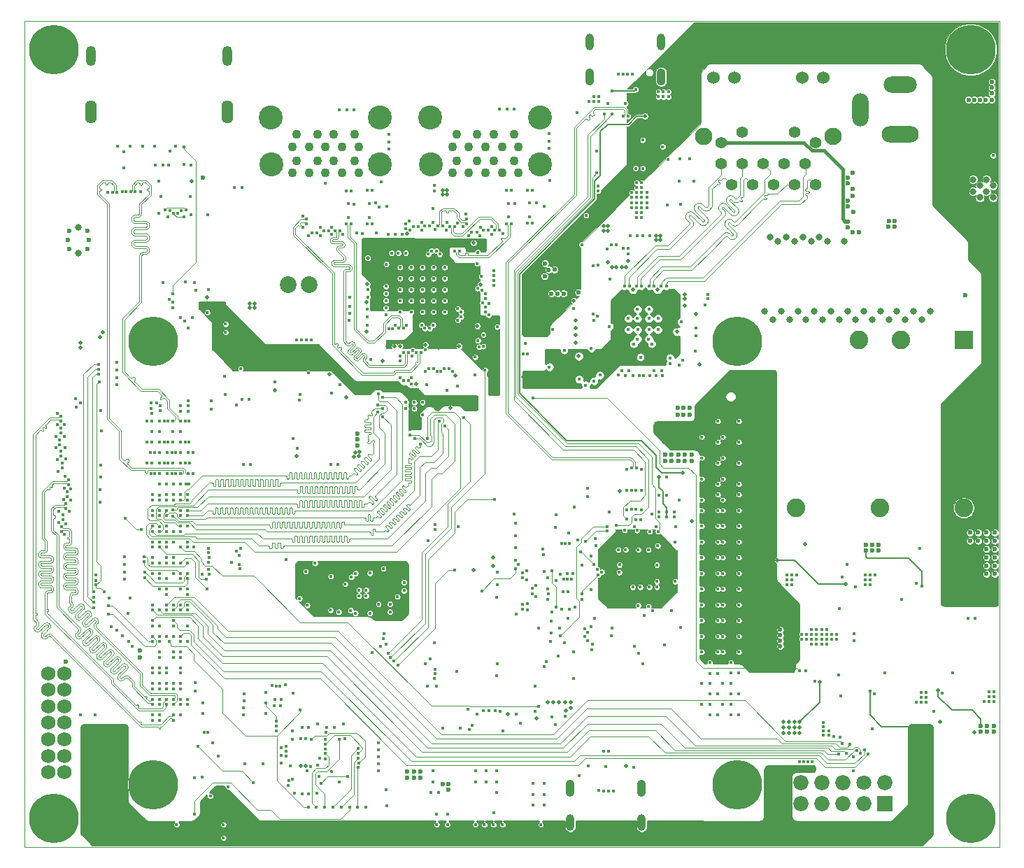
<source format=gbr>
%TF.GenerationSoftware,KiCad,Pcbnew,5.1.9+dfsg1-1*%
%TF.CreationDate,2022-05-04T16:16:05+02:00*%
%TF.ProjectId,kria-k26-devboard,6b726961-2d6b-4323-962d-646576626f61,rev?*%
%TF.SameCoordinates,Original*%
%TF.FileFunction,Copper,L7,Inr*%
%TF.FilePolarity,Positive*%
%FSLAX46Y46*%
G04 Gerber Fmt 4.6, Leading zero omitted, Abs format (unit mm)*
G04 Created by KiCad (PCBNEW 5.1.9+dfsg1-1) date 2022-05-04 16:16:05 commit c608b4a*
%MOMM*%
%LPD*%
G01*
G04 APERTURE LIST*
%TA.AperFunction,Profile*%
%ADD10C,0.100000*%
%TD*%
%TA.AperFunction,ComponentPad*%
%ADD11C,1.100000*%
%TD*%
%TA.AperFunction,ComponentPad*%
%ADD12C,2.900000*%
%TD*%
%TA.AperFunction,ComponentPad*%
%ADD13C,2.250000*%
%TD*%
%TA.AperFunction,ComponentPad*%
%ADD14R,2.250000X2.250000*%
%TD*%
%TA.AperFunction,ComponentPad*%
%ADD15O,4.500000X2.000000*%
%TD*%
%TA.AperFunction,ComponentPad*%
%ADD16O,1.990000X4.000000*%
%TD*%
%TA.AperFunction,ComponentPad*%
%ADD17O,4.000000X2.000000*%
%TD*%
%TA.AperFunction,ComponentPad*%
%ADD18R,1.840000X1.840000*%
%TD*%
%TA.AperFunction,ComponentPad*%
%ADD19C,1.840000*%
%TD*%
%TA.AperFunction,ComponentPad*%
%ADD20C,1.800000*%
%TD*%
%TA.AperFunction,ComponentPad*%
%ADD21C,6.000000*%
%TD*%
%TA.AperFunction,ComponentPad*%
%ADD22O,1.200000X2.400000*%
%TD*%
%TA.AperFunction,ComponentPad*%
%ADD23O,1.400000X2.800000*%
%TD*%
%TA.AperFunction,ComponentPad*%
%ADD24C,1.750000*%
%TD*%
%TA.AperFunction,ComponentPad*%
%ADD25O,1.000000X2.000000*%
%TD*%
%TA.AperFunction,ComponentPad*%
%ADD26O,1.050000X2.100000*%
%TD*%
%TA.AperFunction,ComponentPad*%
%ADD27C,2.020000*%
%TD*%
%TA.AperFunction,ComponentPad*%
%ADD28C,1.397000*%
%TD*%
%TA.AperFunction,ComponentPad*%
%ADD29C,2.100000*%
%TD*%
%TA.AperFunction,ComponentPad*%
%ADD30C,2.108200*%
%TD*%
%TA.AperFunction,ComponentPad*%
%ADD31C,1.524000*%
%TD*%
%TA.AperFunction,ViaPad*%
%ADD32C,0.450000*%
%TD*%
%TA.AperFunction,ViaPad*%
%ADD33C,0.600000*%
%TD*%
%TA.AperFunction,ViaPad*%
%ADD34C,0.800000*%
%TD*%
%TA.AperFunction,ViaPad*%
%ADD35C,0.400000*%
%TD*%
%TA.AperFunction,ViaPad*%
%ADD36C,0.500000*%
%TD*%
%TA.AperFunction,Conductor*%
%ADD37C,0.109000*%
%TD*%
%TA.AperFunction,Conductor*%
%ADD38C,0.182000*%
%TD*%
%TA.AperFunction,Conductor*%
%ADD39C,0.400000*%
%TD*%
%TA.AperFunction,Conductor*%
%ADD40C,0.200000*%
%TD*%
%TA.AperFunction,Conductor*%
%ADD41C,0.107000*%
%TD*%
%TA.AperFunction,Conductor*%
%ADD42C,0.100000*%
%TD*%
%TA.AperFunction,Conductor*%
%ADD43C,0.254000*%
%TD*%
G04 APERTURE END LIST*
D10*
X74000000Y-152000000D02*
X74000000Y-52000000D01*
X74000000Y-52000000D02*
X192000000Y-52000000D01*
X192000000Y-52000000D02*
X192000000Y-152000000D01*
X192000000Y-152000000D02*
X74000000Y-152000000D01*
D11*
%TO.N,/USB/USB1_VBUS*%
%TO.C,U17*%
X133250000Y-65730000D03*
%TO.N,/USB/USB1_TVS_N*%
X130750000Y-65730000D03*
%TO.N,/USB/USB1_TVS_P*%
X128750000Y-65730000D03*
%TO.N,GND*%
X126250000Y-65730000D03*
X126250000Y-68930000D03*
%TO.N,/USB/USB2_TVS_N*%
X130750000Y-68930000D03*
%TO.N,/USB/USB2_TVS_P*%
X128750000Y-68930000D03*
%TO.N,/USB/USB2_VBUS*%
X133250000Y-68930000D03*
%TO.N,/USB/USB1_TX_C_P*%
X133750000Y-67230000D03*
%TO.N,/USB/USB1_TX_C_N*%
X131750000Y-67230000D03*
%TO.N,GND*%
X129750000Y-67230000D03*
%TO.N,/USB/USB1_RX_P*%
X127750000Y-67230000D03*
%TO.N,/USB/USB1_RX_N*%
X125750000Y-67230000D03*
%TO.N,/USB/USB2_RX_N*%
X125750000Y-70430000D03*
%TO.N,GND*%
X129750000Y-70430000D03*
%TO.N,/USB/USB2_RX_P*%
X127750000Y-70430000D03*
%TO.N,/USB/USB2_TX_C_N*%
X131750000Y-70430000D03*
%TO.N,/USB/USB2_TX_C_P*%
X133750000Y-70430000D03*
D12*
%TO.N,SH_UP*%
X136320000Y-63730000D03*
X136320000Y-69410000D03*
X123180000Y-69410000D03*
X123080000Y-63730000D03*
%TD*%
D13*
%TO.N,GND*%
%TO.C,PS1*%
X187660000Y-110960000D03*
%TO.N,N/C*%
X177500000Y-110960000D03*
%TO.N,/Power Supply/PoE/POE_12V*%
X167340000Y-110960000D03*
%TO.N,/Power Supply/PoE/VDD_POE_IN*%
X174960000Y-90640000D03*
%TO.N,GNDD*%
X180040000Y-90640000D03*
D14*
%TO.N,/Power Supply/PoE/POE_ACTIVE*%
X187660000Y-90640000D03*
%TD*%
D15*
%TO.N,/Power Supply/DC Input/DC_IN*%
%TO.C,J11*%
X180000000Y-65700000D03*
D16*
%TO.N,N/C*%
X175120400Y-62750000D03*
D17*
%TO.N,GND*%
X180000000Y-59700000D03*
%TD*%
D18*
%TO.N,/PMOD/HDA11*%
%TO.C,J4*%
X178100000Y-146800000D03*
D19*
%TO.N,/PMOD/HDA15*%
X178100000Y-144260000D03*
%TO.N,/PMOD/HDA12*%
X175560000Y-146800000D03*
D20*
%TO.N,/PMOD/HDA16_CC*%
X175560000Y-144260000D03*
D19*
%TO.N,/PMOD/HDA13*%
X173020000Y-146800000D03*
%TO.N,/PMOD/HDA17*%
X173020000Y-144260000D03*
%TO.N,/PMOD/HDA14*%
X170480000Y-146800000D03*
%TO.N,/PMOD/HDA18*%
X170480000Y-144260000D03*
%TO.N,GND*%
X167940000Y-146800000D03*
X167940000Y-144260000D03*
%TO.N,PL_3V3*%
X165400000Y-146800000D03*
X165400000Y-144260000D03*
%TD*%
D21*
%TO.N,GND*%
%TO.C,SP1*%
X89556999Y-144443500D03*
%TD*%
%TO.N,GND*%
%TO.C,SP2*%
X160206999Y-144443500D03*
%TD*%
%TO.N,GND*%
%TO.C,SP3*%
X160206999Y-90793500D03*
%TD*%
%TO.N,GND*%
%TO.C,SP4*%
X89556999Y-90793500D03*
%TD*%
D22*
%TO.N,SH_UP*%
%TO.C,J1*%
X82013000Y-56238000D03*
D23*
X82013000Y-63018000D03*
D22*
X98513000Y-56238000D03*
D23*
X98513000Y-63018000D03*
%TD*%
D21*
%TO.N,GND*%
%TO.C,MP1*%
X77500000Y-148500000D03*
%TD*%
%TO.N,GND*%
%TO.C,MP2*%
X188500000Y-148500000D03*
%TD*%
%TO.N,GND*%
%TO.C,MP3*%
X188500000Y-55500000D03*
%TD*%
%TO.N,GND*%
%TO.C,MP4*%
X77500000Y-55500000D03*
%TD*%
D24*
%TO.N,/Debug and JTAG/CONN_GND*%
%TO.C,J9*%
X78800000Y-142975000D03*
%TO.N,/Debug and JTAG/~PS_SRST_C2M*%
X76800000Y-142975000D03*
%TO.N,N/C*%
X78800000Y-140975000D03*
%TO.N,GND*%
X76800000Y-140975000D03*
%TO.N,/Debug and JTAG/JTAG_TDI_C2M*%
X78800000Y-138975000D03*
%TO.N,GND*%
X76800000Y-138975000D03*
%TO.N,/Debug and JTAG/JTAG_TDO_M2C*%
X78800000Y-136975000D03*
%TO.N,GND*%
X76800000Y-136975000D03*
%TO.N,/Debug and JTAG/JTAG_TCK_C2M*%
X78800000Y-134975000D03*
%TO.N,GND*%
X76800000Y-134975000D03*
%TO.N,/Debug and JTAG/JTAG_TMS_C2M*%
X78800000Y-132975000D03*
%TO.N,GND*%
X76800000Y-132975000D03*
%TO.N,PS_1V8*%
X78800000Y-130975000D03*
%TO.N,GND*%
X76800000Y-130975000D03*
%TD*%
D25*
%TO.N,SH_UP*%
%TO.C,J10*%
X151019000Y-54594000D03*
X142379000Y-54594000D03*
D26*
X151019000Y-58774000D03*
X142379000Y-58774000D03*
%TD*%
D25*
%TO.N,SH_DOWN*%
%TO.C,J8*%
X140030000Y-149080000D03*
X148670000Y-149080000D03*
D26*
X140030000Y-144900000D03*
X148670000Y-144900000D03*
%TD*%
D27*
%TO.N,Net-(FB1-Pad2)*%
%TO.C,J6*%
X105860000Y-83900000D03*
%TO.N,Net-(FB2-Pad2)*%
X108400000Y-83900000D03*
%TD*%
D28*
%TO.N,/Ethernet/TD_A_P*%
%TO.C,J5*%
X169700000Y-71800000D03*
%TO.N,/Ethernet/TD_A_N*%
X168430000Y-69260000D03*
%TO.N,/Ethernet/TD_B_P*%
X167160000Y-71800000D03*
%TO.N,N/C*%
X165890000Y-69260000D03*
X164620000Y-71800000D03*
%TO.N,/Ethernet/TD_B_N*%
X163350000Y-69260000D03*
%TO.N,/Ethernet/TD_C_P*%
X162080000Y-71800000D03*
%TO.N,/Ethernet/TD_C_N*%
X160810000Y-69260000D03*
%TO.N,/Ethernet/TD_D_P*%
X159540000Y-71800000D03*
%TO.N,/Ethernet/TD_D_N*%
X158270000Y-69260000D03*
D29*
%TO.N,SH_UP*%
X171835000Y-65949999D03*
D30*
X156135000Y-65949999D03*
D31*
%TO.N,Net-(J5-Pad15)*%
X170625002Y-58840001D03*
%TO.N,Net-(J5-Pad18)*%
X157344998Y-58840001D03*
D28*
%TO.N,/Ethernet/POE_VC4*%
X158270000Y-66730000D03*
%TO.N,/Ethernet/POE_VC3*%
X160810000Y-65460000D03*
%TO.N,/Ethernet/POE_VC1*%
X169700000Y-66720000D03*
%TO.N,/Ethernet/POE_VC2*%
X167160000Y-65460000D03*
D31*
%TO.N,Net-(J5-Pad16)*%
X168085002Y-58840001D03*
%TO.N,Net-(J5-Pad17)*%
X159884998Y-58840001D03*
%TD*%
D11*
%TO.N,/USB/USB3_VBUS*%
%TO.C,U20*%
X113900000Y-65730000D03*
%TO.N,/USB/USB3_TVS_N*%
X111400000Y-65730000D03*
%TO.N,/USB/USB3_TVS_P*%
X109400000Y-65730000D03*
%TO.N,GND*%
X106900000Y-65730000D03*
X106900000Y-68930000D03*
%TO.N,/USB/USB4_TVS_N*%
X111400000Y-68930000D03*
%TO.N,/USB/USB4_TVS_P*%
X109400000Y-68930000D03*
%TO.N,/USB/USB4_VBUS*%
X113900000Y-68930000D03*
%TO.N,/USB/USB3_TX_C_P*%
X114400000Y-67230000D03*
%TO.N,/USB/USB3_TX_C_N*%
X112400000Y-67230000D03*
%TO.N,GND*%
X110400000Y-67230000D03*
%TO.N,/USB/USB3_RX_P*%
X108400000Y-67230000D03*
%TO.N,/USB/USB3_RX_N*%
X106400000Y-67230000D03*
%TO.N,/USB/USB4_RX_N*%
X106400000Y-70430000D03*
%TO.N,GND*%
X110400000Y-70430000D03*
%TO.N,/USB/USB4_RX_P*%
X108400000Y-70430000D03*
%TO.N,/USB/USB4_TX_C_N*%
X112400000Y-70430000D03*
%TO.N,/USB/USB4_TX_C_P*%
X114400000Y-70430000D03*
D12*
%TO.N,SH_UP*%
X116970000Y-63730000D03*
X116970000Y-69410000D03*
X103830000Y-69410000D03*
X103730000Y-63730000D03*
%TD*%
D32*
%TO.N,GND*%
X91880000Y-101745000D03*
X92840000Y-101750000D03*
X89340000Y-101745000D03*
X90300000Y-101750000D03*
X93818000Y-103017000D03*
X93440000Y-103016500D03*
X93948000Y-105537000D03*
X94400000Y-104286500D03*
X90900000Y-103016500D03*
X88738000Y-103017000D03*
X91278000Y-103017000D03*
X93440000Y-100476500D03*
X93818000Y-100477000D03*
X90900000Y-100476500D03*
X88738000Y-100477000D03*
X91860000Y-106826500D03*
X89698000Y-106827000D03*
X92238000Y-106827000D03*
X90900000Y-105556500D03*
X88738000Y-105557000D03*
X91278000Y-105557000D03*
X89320000Y-106826500D03*
X94400000Y-106826500D03*
X92840000Y-136029000D03*
X78824999Y-114197486D03*
X79374999Y-111397486D03*
X78875001Y-107177514D03*
X79524999Y-109990000D03*
D33*
X81725000Y-78530000D03*
X79225000Y-78530000D03*
X79390000Y-79640000D03*
X81560000Y-79640000D03*
X81550000Y-77430000D03*
X79390000Y-77430000D03*
D34*
X80480000Y-80110000D03*
X80480000Y-76970000D03*
D32*
X77950001Y-99477514D03*
X77950000Y-100867514D03*
X78750000Y-100900000D03*
X78749999Y-102290000D03*
X77800000Y-103700000D03*
X77800000Y-102310000D03*
X78850000Y-103700000D03*
X134775000Y-119700000D03*
X134775000Y-118600000D03*
X134800000Y-123350000D03*
X134800000Y-122525000D03*
X135850000Y-120350000D03*
X135850000Y-121675000D03*
X124356533Y-94479921D03*
X125746534Y-94479921D03*
X123400000Y-144100000D03*
X123400000Y-142800000D03*
X136850000Y-146950000D03*
X136850000Y-145650000D03*
X136850000Y-144350000D03*
X135550000Y-145650000D03*
X135550000Y-146950001D03*
X135550000Y-144350000D03*
X123850000Y-149300000D03*
X123850000Y-148000000D03*
X125150000Y-148000000D03*
X128550000Y-142800000D03*
X129850000Y-142800000D03*
X131150000Y-142800000D03*
X128550000Y-144100000D03*
X129850000Y-144100000D03*
X131150000Y-144100000D03*
X114450000Y-120900000D03*
X133400000Y-112800000D03*
X133250000Y-111700000D03*
X133400000Y-114300000D03*
X130750000Y-82250000D03*
X130750000Y-82850000D03*
X130750000Y-83450000D03*
X130750000Y-84050000D03*
X174370000Y-127030000D03*
D33*
X165440000Y-126370000D03*
X165440000Y-127069999D03*
D32*
X174370000Y-126180000D03*
D33*
X165440000Y-125700000D03*
X165440000Y-127720000D03*
D32*
X166850000Y-120275000D03*
X166250000Y-119675000D03*
X166850000Y-119075000D03*
X167450000Y-119075000D03*
X166250000Y-120275000D03*
X166850000Y-119675000D03*
X166250000Y-119075000D03*
X188200000Y-124300000D03*
X189000000Y-124300000D03*
D33*
X188400000Y-113950000D03*
X189400000Y-113950000D03*
X190400000Y-113950000D03*
X191400000Y-113950000D03*
X191400000Y-114950000D03*
X191400000Y-115950000D03*
X191400000Y-116950000D03*
X191400000Y-117950000D03*
X191400000Y-118950000D03*
X190400000Y-116950000D03*
X190400000Y-118950000D03*
X188400000Y-114950000D03*
X190400000Y-114950000D03*
X190400000Y-117950000D03*
X190400000Y-115950000D03*
D32*
X175750000Y-119050000D03*
X176350000Y-119050000D03*
X176950000Y-119050000D03*
X175750000Y-119650000D03*
X176350000Y-119650000D03*
X175750000Y-120250000D03*
X176350000Y-120250000D03*
X107200000Y-97950000D03*
X107350000Y-97275000D03*
X120130557Y-98191723D03*
X142150000Y-108575000D03*
X172245000Y-126245000D03*
X169845000Y-125645000D03*
X169244999Y-125645000D03*
X171045000Y-125645000D03*
X169845000Y-127445000D03*
X169845000Y-126245001D03*
X168045000Y-126245000D03*
X168045000Y-126845000D03*
X170445001Y-125645001D03*
X168645000Y-126845000D03*
X170445000Y-127445000D03*
X168644999Y-126245000D03*
X171045000Y-126245000D03*
X169245000Y-126245000D03*
X171045000Y-126845000D03*
X172245000Y-126845000D03*
X171645000Y-126245000D03*
X171645000Y-126845000D03*
X169245001Y-126845000D03*
X171045000Y-127445000D03*
X170445000Y-126845001D03*
X169245000Y-127445000D03*
X169845000Y-126845001D03*
X170445001Y-126245000D03*
X148675000Y-71600000D03*
X148075000Y-71600000D03*
X148675000Y-75800000D03*
X148675000Y-75200000D03*
X148075000Y-75200000D03*
X148075000Y-75800000D03*
X148675000Y-72200000D03*
X148075000Y-72200000D03*
X147475000Y-72800000D03*
X117750000Y-81450000D03*
X118400000Y-80100000D03*
X119200000Y-80100000D03*
X120100000Y-80100000D03*
X119410000Y-81840000D03*
X149530000Y-86910000D03*
X148170000Y-86910000D03*
X148170000Y-88030000D03*
X149530000Y-88030000D03*
X150640000Y-88030000D03*
X147040000Y-88030000D03*
X147050000Y-89390000D03*
X148180000Y-89390000D03*
X149530000Y-89390000D03*
X150650000Y-89390000D03*
X149520000Y-90510000D03*
X148170000Y-90520000D03*
X156300000Y-86400000D03*
X156700000Y-85600000D03*
X156700000Y-85100000D03*
X118500000Y-89250000D03*
X118075000Y-89250000D03*
X117700000Y-87575000D03*
X117700000Y-85875000D03*
X117700000Y-86750000D03*
X117725000Y-85000000D03*
X117725000Y-84150000D03*
X146400000Y-79500000D03*
X145000000Y-79100000D03*
X147000000Y-80200000D03*
X145600000Y-79100000D03*
X147000000Y-79500000D03*
X144500000Y-79600000D03*
X141100000Y-95400000D03*
X141900000Y-96100000D03*
X143600000Y-94900000D03*
X142900000Y-95600000D03*
X155125000Y-92000000D03*
X155200000Y-90125000D03*
X155225000Y-89175000D03*
X144800000Y-83300000D03*
X142775000Y-87500000D03*
X140450000Y-86850000D03*
X142575000Y-91625000D03*
X98300000Y-88700000D03*
X108650000Y-90600000D03*
X129500000Y-89999999D03*
X129500000Y-91400000D03*
X128850000Y-90700001D03*
X128500000Y-94900000D03*
X128500000Y-92700000D03*
X126400000Y-96200000D03*
X125100000Y-96700000D03*
X129129267Y-76956197D03*
X130516000Y-76953000D03*
X130485000Y-77875000D03*
X129091466Y-77987606D03*
X127037607Y-76951601D03*
X122505309Y-94475000D03*
X123895310Y-94475000D03*
X127425000Y-75365000D03*
X131870733Y-77768803D03*
X107687607Y-75611600D03*
X107687607Y-77001601D03*
X108351465Y-78037606D03*
X109741466Y-78037606D03*
X111156000Y-76989000D03*
X109779267Y-77006197D03*
X111130732Y-77835000D03*
X120821058Y-95173939D03*
X119431058Y-95173939D03*
X126407018Y-86841393D03*
X126407018Y-88231393D03*
X119434534Y-92569722D03*
X120824535Y-92569722D03*
X123412408Y-88822937D03*
X122022408Y-88822937D03*
X120212410Y-88822937D03*
X118822410Y-88822937D03*
X130153803Y-86229267D03*
X130153803Y-87619268D03*
X129353803Y-84646782D03*
X126403350Y-76500000D03*
X125085000Y-76425000D03*
X122025001Y-76420000D03*
X123415001Y-76420000D03*
X123624396Y-77220000D03*
X125015000Y-77315000D03*
X122030864Y-77300000D03*
X120630864Y-77300000D03*
X124215474Y-80249663D03*
X122825474Y-80249663D03*
X115723449Y-75794571D03*
X113189000Y-75791000D03*
X135102449Y-75748572D03*
X86230000Y-72700000D03*
X87980000Y-72696000D03*
X84030000Y-72725000D03*
X85780000Y-72721000D03*
X167800000Y-141700000D03*
X168300000Y-141700000D03*
X168800000Y-141700000D03*
X89800000Y-69500000D03*
X90700000Y-69500000D03*
X88250000Y-67200000D03*
X89750000Y-67200000D03*
X92250000Y-67200000D03*
X146852000Y-106325000D03*
X148602000Y-106321000D03*
X148600000Y-108846000D03*
X146850000Y-108850000D03*
X148250001Y-116030000D03*
X93890000Y-108096000D03*
X93480000Y-108096000D03*
X90300000Y-136029000D03*
X90300000Y-136664000D03*
X100515000Y-134350000D03*
X157880000Y-100470000D03*
X160420000Y-100470000D03*
X158480000Y-102375000D03*
X160420000Y-103010000D03*
X155940000Y-102375000D03*
X157880000Y-103010000D03*
X155940000Y-104915000D03*
X157880000Y-105550000D03*
X158480000Y-104915000D03*
X160420000Y-105550000D03*
X155940000Y-107455000D03*
X157880000Y-108090000D03*
X158480000Y-107455000D03*
X160420000Y-108090000D03*
X160420000Y-109360000D03*
X155940000Y-109995000D03*
X158480001Y-111264500D03*
X160420000Y-111265000D03*
X155940001Y-111264500D03*
X157880000Y-111265000D03*
X158480001Y-113169500D03*
X160420000Y-113170000D03*
X155940001Y-113169500D03*
X157880000Y-113170000D03*
X155940001Y-115074500D03*
X157880000Y-115075000D03*
X158480001Y-115074500D03*
X160420000Y-115075000D03*
X155940001Y-116979500D03*
X157880000Y-116980000D03*
X158480001Y-116979500D03*
X160420000Y-116980000D03*
X155940001Y-118884500D03*
X157880000Y-118885000D03*
X158480001Y-118884500D03*
X160420000Y-118885000D03*
X155940001Y-120789500D03*
X157880000Y-120790000D03*
X158480001Y-120789500D03*
X160420000Y-120790000D03*
X155940001Y-122694500D03*
X157880000Y-122695000D03*
X158480001Y-122694500D03*
X160420000Y-122695000D03*
X158480001Y-124599500D03*
X160420000Y-124600000D03*
X155940001Y-124599500D03*
X157880000Y-124600000D03*
X155940001Y-126504500D03*
X157880000Y-126505000D03*
X158480001Y-126504500D03*
X160420000Y-126505000D03*
X158480001Y-128409500D03*
X160420000Y-128410000D03*
X155940001Y-128409500D03*
X157880000Y-128410000D03*
X156920000Y-129680000D03*
X159460001Y-129679500D03*
X160420001Y-130949500D03*
X159440001Y-130949500D03*
X157893001Y-130976500D03*
X156913001Y-130976500D03*
X156920001Y-132219500D03*
X155940001Y-132219500D03*
X159460001Y-132219500D03*
X158480001Y-132219500D03*
X160420001Y-133489500D03*
X159440001Y-133489500D03*
X159460001Y-134759500D03*
X158480001Y-134759500D03*
X157880001Y-133489500D03*
X156900001Y-133489500D03*
X156920001Y-134759500D03*
X155940001Y-134759500D03*
X157880001Y-136029500D03*
X156900001Y-136029500D03*
X89441500Y-109994000D03*
X91981500Y-109994000D03*
X90300000Y-111910000D03*
X90300000Y-111270000D03*
X91171500Y-113183999D03*
X93711500Y-113183999D03*
X91171500Y-115724000D03*
X89441500Y-115074000D03*
X91981500Y-115074000D03*
X89441500Y-117614000D03*
X91981500Y-117614000D03*
X90300000Y-119530000D03*
X90300000Y-118890000D03*
X92840000Y-119530000D03*
X91171500Y-120803999D03*
X92840000Y-120795000D03*
X89441500Y-122694000D03*
X91981500Y-122694000D03*
X89441500Y-125234000D03*
X93711500Y-125249000D03*
X91981500Y-125234000D03*
X92840000Y-127150000D03*
X90300000Y-127150000D03*
X90300000Y-126510000D03*
X90300000Y-129055000D03*
X90300000Y-128415000D03*
X92840000Y-129055000D03*
X92840000Y-128415000D03*
X92840000Y-130960000D03*
X92840000Y-130320000D03*
X90300000Y-130960000D03*
X90300000Y-130320000D03*
X92840000Y-132865000D03*
X92840000Y-132225000D03*
X90300000Y-132865000D03*
X92840000Y-134770000D03*
X92840000Y-134130000D03*
X90300000Y-134770000D03*
X90300000Y-134130000D03*
X90299710Y-132227333D03*
X92854510Y-111910000D03*
X92863470Y-111293470D03*
X174300000Y-142750000D03*
X82500000Y-136000000D03*
X80700000Y-136000000D03*
X144350000Y-142300000D03*
X94650000Y-132150000D03*
X104250000Y-134150000D03*
X105050000Y-134150000D03*
X104150000Y-134950000D03*
X104950000Y-134950000D03*
X116800000Y-141950000D03*
X108000000Y-138900000D03*
X106175000Y-142225000D03*
X109450000Y-142075000D03*
X109350000Y-145525000D03*
X106600000Y-145525000D03*
X106400000Y-143775000D03*
X105000000Y-139950000D03*
X97375000Y-141025000D03*
X98600000Y-144700000D03*
X96450000Y-145850000D03*
X94550000Y-143650000D03*
X160420000Y-136030000D03*
X159440000Y-136030000D03*
X92375000Y-149300000D03*
X98025000Y-149300000D03*
X108300000Y-137500000D03*
X111500000Y-137500000D03*
X115300000Y-147200000D03*
X92800000Y-99225000D03*
X89400000Y-99525000D03*
X91175000Y-108075000D03*
X103900000Y-132490000D03*
X104900675Y-132501006D03*
X158480000Y-109995000D03*
X157880000Y-109360000D03*
X107444510Y-138890675D03*
X86100000Y-119600000D03*
X86100000Y-118700000D03*
X86100000Y-117800000D03*
X86100000Y-116900000D03*
X147580000Y-120550000D03*
X148480000Y-120550000D03*
X149600000Y-120550002D03*
X150500000Y-120550000D03*
X150500000Y-119870000D03*
X150500000Y-117860000D03*
X149480000Y-116030000D03*
X150610000Y-115530000D03*
X146730000Y-116020000D03*
X145830000Y-116030000D03*
X145970000Y-117840000D03*
X145950000Y-118760000D03*
X151421142Y-127550000D03*
X149000000Y-123950000D03*
X153400000Y-125450000D03*
X147797220Y-127755115D03*
X126325000Y-130775000D03*
X123075000Y-129225000D03*
X139250000Y-119600000D03*
X139700000Y-119600000D03*
X140150000Y-119600000D03*
X139425000Y-115275000D03*
X139875000Y-115275000D03*
X138975000Y-115275000D03*
X138299122Y-111833794D03*
X139872435Y-113972792D03*
X148282843Y-128533095D03*
X146850000Y-111175000D03*
X148600000Y-111171000D03*
X126450000Y-113200000D03*
X117750000Y-145100000D03*
X130750000Y-147850000D03*
X131150000Y-145450000D03*
X86750000Y-67200000D03*
X85250000Y-67150000D03*
X86000000Y-67825000D03*
X91550000Y-67750000D03*
X90700000Y-83700000D03*
X96200000Y-84500000D03*
X94700000Y-84600000D03*
X94300000Y-87900000D03*
X91900000Y-86100000D03*
X122462145Y-129812145D03*
X128150000Y-137250000D03*
X137800000Y-136300000D03*
X133500000Y-135900000D03*
X138208003Y-137200000D03*
X139400000Y-136200000D03*
X169300000Y-141700000D03*
X141100000Y-143400000D03*
X132559000Y-75747000D03*
X118200000Y-122600000D03*
X119900000Y-119975000D03*
X112775000Y-120175000D03*
X111025000Y-119250000D03*
X108175000Y-122750000D03*
X109125000Y-117650000D03*
X107250000Y-121925000D03*
X111000000Y-123325000D03*
X114027000Y-118889999D03*
X114027000Y-123710000D03*
X115777000Y-123706000D03*
X117400000Y-118300000D03*
X118200000Y-123550000D03*
X116800000Y-122600000D03*
X112520733Y-77818803D03*
X122475000Y-91795000D03*
X128980000Y-91470000D03*
X113285000Y-88285000D03*
X113290000Y-87450000D03*
X113350000Y-85430000D03*
X127701465Y-77987606D03*
X113850000Y-62750000D03*
X112950000Y-62750000D03*
X112050000Y-62750000D03*
X118100000Y-65750000D03*
X118100000Y-67550000D03*
X118100000Y-66650000D03*
X133250000Y-62650000D03*
X131450000Y-62650000D03*
X132350000Y-62650000D03*
X137450000Y-65650000D03*
X137450000Y-66550000D03*
X137450000Y-67450000D03*
X108050000Y-90600000D03*
X106900000Y-90600000D03*
X107500000Y-90600000D03*
X140390470Y-128351992D03*
X142700000Y-127500000D03*
X142545277Y-125304333D03*
X82350000Y-121750000D03*
X134600000Y-91050000D03*
X134800000Y-92350000D03*
X134300000Y-92350000D03*
X137500000Y-93900000D03*
X137900000Y-89400000D03*
X141400000Y-79100000D03*
X148800000Y-69850000D03*
X147950000Y-69850000D03*
X147250000Y-78050000D03*
X148100000Y-78049999D03*
X149650000Y-78050000D03*
X148800000Y-78050000D03*
X129275000Y-82950000D03*
X153375000Y-74225000D03*
X153200000Y-71400000D03*
X155000000Y-71400000D03*
D33*
X191025001Y-61550000D03*
X188925000Y-61550000D03*
X189625000Y-61550000D03*
X188225000Y-61550000D03*
X190325000Y-61550000D03*
X191050000Y-60774999D03*
X191050000Y-60075000D03*
X191050000Y-59374999D03*
D32*
X191200000Y-68300000D03*
X119425000Y-93150000D03*
X115850000Y-93025000D03*
X123425000Y-74675000D03*
X104300000Y-95700000D03*
X100125000Y-94100000D03*
X112125000Y-96025000D03*
X152100000Y-93500000D03*
X149900000Y-91100000D03*
X147700000Y-91100000D03*
X102810978Y-141900000D03*
X111103011Y-142900000D03*
X120760000Y-81840000D03*
X122110000Y-81840000D03*
X123460000Y-81840000D03*
X124810000Y-81840000D03*
X119410000Y-83190000D03*
X120760000Y-83190000D03*
X122110000Y-83190000D03*
X123460000Y-83190000D03*
X124810000Y-83190000D03*
X119410000Y-84540000D03*
X120760000Y-84540000D03*
X122110000Y-84540000D03*
X123460000Y-84540000D03*
X124810000Y-84540000D03*
X119410000Y-85890000D03*
X120760000Y-85890000D03*
X122110000Y-85890000D03*
X123460000Y-85890000D03*
X124810000Y-85890000D03*
X119410000Y-87240000D03*
X120760000Y-87240000D03*
X122110000Y-87240000D03*
X123460000Y-87240000D03*
X124810000Y-87240000D03*
X96100000Y-87300000D03*
X90250000Y-71400000D03*
X90500000Y-73250000D03*
X94150000Y-69450000D03*
X93250000Y-69400000D03*
X96150000Y-75500000D03*
X146700000Y-62000000D03*
X144600000Y-62000000D03*
X151200000Y-67225000D03*
X148800000Y-66425000D03*
X150700000Y-60600000D03*
X151300000Y-60600000D03*
X151900000Y-60600000D03*
X150700000Y-61200000D03*
X151300000Y-61200000D03*
X151900000Y-61200000D03*
X148075000Y-72800000D03*
X148675000Y-72800000D03*
X149275000Y-72800000D03*
X147475000Y-73400000D03*
X148075000Y-73400000D03*
X148675000Y-73400000D03*
X149275000Y-73400000D03*
X147475000Y-74000000D03*
X148075000Y-74000000D03*
X148675000Y-74000000D03*
X149275000Y-74000000D03*
X147475000Y-74600000D03*
X148075000Y-74600000D03*
X148675000Y-74600000D03*
X149275000Y-74600000D03*
X142100000Y-109575000D03*
X151700000Y-107200000D03*
X151700000Y-109400000D03*
X150750000Y-109450000D03*
X153225000Y-110000000D03*
X141425000Y-122000000D03*
X121130557Y-98191723D03*
X122130557Y-98191723D03*
X120130557Y-98941723D03*
X121130557Y-98941723D03*
X122130557Y-99691723D03*
X122615557Y-96026723D03*
X113450000Y-123375000D03*
X107010017Y-103714983D03*
X111100000Y-97050000D03*
X96600000Y-99000000D03*
X96575000Y-98000000D03*
X98250000Y-97250000D03*
X98175000Y-95025000D03*
D33*
X189400000Y-114950000D03*
D32*
X141950000Y-75550000D03*
X112000000Y-123550000D03*
X113525000Y-119325000D03*
X133978761Y-137021239D03*
X183074999Y-134525000D03*
X182474999Y-134525000D03*
X181875000Y-134525000D03*
X183075000Y-133924999D03*
X182474999Y-133925000D03*
X183075000Y-133324999D03*
X182475000Y-133324999D03*
X191302512Y-133827512D03*
X190702512Y-133827512D03*
X191302512Y-134427512D03*
X191302513Y-133227512D03*
X190702512Y-133227513D03*
X190702512Y-134427512D03*
X190102513Y-134427513D03*
X184000000Y-135625000D03*
X174525000Y-120500000D03*
X186350000Y-130900000D03*
X178125000Y-130950000D03*
X176575000Y-137700000D03*
X180100000Y-122000000D03*
X173550000Y-117850000D03*
X182300000Y-115900000D03*
X172600000Y-123150000D03*
X172550000Y-131200000D03*
X172800000Y-133750000D03*
X170650000Y-136950000D03*
X170650000Y-137450000D03*
X170650000Y-137950000D03*
X170650000Y-138450000D03*
X171300000Y-138450000D03*
X171300000Y-137950000D03*
X115300000Y-120900000D03*
X114450000Y-121600000D03*
X115300000Y-121600000D03*
X123600000Y-127300000D03*
X131150000Y-131250000D03*
X131200000Y-129800000D03*
X128550000Y-149300000D03*
X125150000Y-149300000D03*
X136450000Y-149300000D03*
X105950000Y-144000000D03*
X143200000Y-67750000D03*
X99600000Y-98500000D03*
X147700000Y-142400000D03*
X142850000Y-61150000D03*
X143450000Y-61150000D03*
X142250000Y-61750000D03*
X142850000Y-61750000D03*
X143450000Y-61750000D03*
X140850000Y-63150000D03*
X120500000Y-76250000D03*
X120110000Y-76560000D03*
X120100000Y-77150000D03*
X110400000Y-71650000D03*
X100300000Y-72150000D03*
X99400000Y-72150000D03*
X86000000Y-69799976D03*
X131175000Y-120275000D03*
X131200000Y-118775000D03*
X131125000Y-121775000D03*
X133500000Y-123825000D03*
X133370000Y-115780000D03*
X133370000Y-117270000D03*
X139325000Y-127300000D03*
X137600000Y-127100000D03*
X137700000Y-124700000D03*
X135740000Y-135550000D03*
X83200000Y-99175000D03*
X83254500Y-101650000D03*
X78150000Y-111400000D03*
X78920000Y-112870000D03*
X79590000Y-108640000D03*
X78780000Y-108550000D03*
X129390000Y-86130000D03*
X120930000Y-91860000D03*
X116800000Y-140250000D03*
X78920000Y-105030000D03*
X77950000Y-105110000D03*
X78030000Y-106570000D03*
X78660000Y-109920000D03*
X78130000Y-112730000D03*
X83080000Y-110260000D03*
X83090000Y-108760000D03*
X83150000Y-107250000D03*
X83160000Y-105750000D03*
X91490000Y-85700002D03*
X86750000Y-121850000D03*
X122850000Y-114900000D03*
X115777000Y-118850000D03*
X92960000Y-74980000D03*
X91540000Y-74980000D03*
X91400000Y-69500000D03*
D35*
X82575000Y-119750000D03*
X82575000Y-119050000D03*
D32*
X104400000Y-132500000D03*
X104424973Y-137949991D03*
X109683871Y-141286703D03*
X112725000Y-138900000D03*
X93715319Y-115718125D03*
X142160000Y-142200000D03*
X108624998Y-142240000D03*
X108174989Y-142757903D03*
X109595000Y-143470000D03*
X142125000Y-127000000D03*
X142075000Y-126049994D03*
X149495000Y-122900000D03*
X93710490Y-123344000D03*
X91182531Y-123329129D03*
X174281900Y-141054343D03*
X150385000Y-113210000D03*
X139725000Y-121080000D03*
X139135000Y-121090000D03*
X137275000Y-120740000D03*
X137265000Y-122060000D03*
X140575000Y-122975000D03*
X143305929Y-118392892D03*
X143149996Y-115500000D03*
X148400000Y-94925000D03*
X148900000Y-94924998D03*
D33*
X138115000Y-82115000D03*
X137415000Y-82125000D03*
X136975000Y-81365000D03*
X136915000Y-82915000D03*
D36*
X125515000Y-98875000D03*
D32*
X131175000Y-89035000D03*
X128799994Y-80025000D03*
X113320000Y-86559986D03*
X91860000Y-104286500D03*
X89698000Y-104287000D03*
X92238000Y-104287000D03*
X93450000Y-105556500D03*
X91278000Y-100477000D03*
X89200000Y-104300000D03*
%TO.N,/Xilinx K26 SOM/MODE0_C2M*%
X93711500Y-119534000D03*
X88500000Y-119449986D03*
%TO.N,/Xilinx K26 SOM/MODE1_C2M*%
X93711500Y-118908426D03*
X88499994Y-118700000D03*
%TO.N,/Xilinx K26 SOM/MODE2_C2M*%
X92840000Y-118890000D03*
X88400000Y-117500000D03*
%TO.N,/Xilinx K26 SOM/MODE3_C2M*%
X88400000Y-116900000D03*
X93710490Y-117629000D03*
%TO.N,/Xilinx K26 SOM/HDA20*%
X98300000Y-89700000D03*
X91171500Y-121439000D03*
%TO.N,/Xilinx K26 SOM/HDA00_C*%
X89441500Y-127139000D03*
X84150000Y-122800000D03*
D33*
%TO.N,SOM_5V0*%
X151150000Y-101100000D03*
X165400000Y-122800000D03*
X166100000Y-122800000D03*
X166800000Y-122800000D03*
X167500000Y-122800000D03*
X165400000Y-123500000D03*
X165400000Y-124200000D03*
X165400000Y-124900000D03*
X166100000Y-124900000D03*
X166800000Y-124900000D03*
D36*
X113965557Y-104226723D03*
X114515557Y-104151723D03*
X113840557Y-104776723D03*
X114390557Y-104701723D03*
D32*
X89300000Y-98275000D03*
X92800000Y-98600000D03*
X93750000Y-98600000D03*
X93750000Y-99225000D03*
X90375000Y-98570000D03*
X90375000Y-99195000D03*
X89300006Y-98900000D03*
D36*
X121400000Y-96000000D03*
D32*
X89925000Y-98275000D03*
X93750000Y-98000000D03*
D33*
X166100000Y-130600000D03*
X165400000Y-129900000D03*
X165400000Y-130600000D03*
X165400000Y-128500000D03*
X166100000Y-128500000D03*
X166800000Y-128500000D03*
X166800000Y-130600000D03*
X165400000Y-129200000D03*
D32*
X167750000Y-130650000D03*
D33*
X151950000Y-101100000D03*
X152750000Y-101100000D03*
X153550000Y-101100000D03*
X154350000Y-101100000D03*
X151150000Y-101900000D03*
X151950000Y-101900000D03*
X152750000Y-101900000D03*
X153550000Y-101900000D03*
X154350000Y-101900000D03*
X151950000Y-102700000D03*
X152750000Y-102700000D03*
X153550000Y-102700000D03*
X154350000Y-102700000D03*
D32*
X135550000Y-97625000D03*
D36*
X83460000Y-89740002D03*
X83080000Y-90250000D03*
D33*
%TO.N,/Power Supply/PoE/VDD_POE_IN*%
X178600000Y-76200000D03*
X179300000Y-76950000D03*
X179300000Y-76200000D03*
X178550000Y-76950000D03*
D34*
X163575000Y-87150000D03*
X190400000Y-72650001D03*
X190399999Y-71200000D03*
X188800000Y-72650001D03*
X188799999Y-71200000D03*
X191200000Y-71950000D03*
X191200000Y-73400000D03*
X189600000Y-73400000D03*
X189600000Y-71950000D03*
X165575000Y-87150000D03*
X167575000Y-87150000D03*
X169575000Y-87150000D03*
X171575000Y-87150000D03*
X173575000Y-87150000D03*
X175575000Y-87150000D03*
X177575000Y-87150000D03*
X179575000Y-87150000D03*
X181575000Y-87150000D03*
X183575000Y-87150000D03*
X164575000Y-88150000D03*
X166575000Y-88150000D03*
X168575000Y-88150000D03*
X170575000Y-88150000D03*
X172575000Y-88150000D03*
X174575000Y-88150000D03*
X176575000Y-88150000D03*
X178575000Y-88150000D03*
X180575000Y-88150000D03*
X182575000Y-88150000D03*
%TO.N,GNDD*%
X164175000Y-78150000D03*
X166175000Y-78150000D03*
X168175000Y-78150000D03*
X170175000Y-78150000D03*
X165175000Y-78650000D03*
X167175000Y-78650000D03*
X169175000Y-78650000D03*
X171175000Y-78650000D03*
X173175000Y-78650000D03*
D33*
%TO.N,/Power Supply/PoE/POE_ACTIVE*%
X187800000Y-85200000D03*
%TO.N,/Power Supply/DC/DC conventers/DC_MAIN_BUS*%
X190800000Y-120300000D03*
X190800000Y-121699999D03*
X190800000Y-121000001D03*
X190150000Y-120650000D03*
X190150000Y-121349999D03*
X189499999Y-121699999D03*
X189500000Y-120300000D03*
X189500000Y-121000001D03*
X149450000Y-68500000D03*
X148400000Y-69150000D03*
X147650000Y-69150000D03*
X149850000Y-69150000D03*
X150150000Y-68500000D03*
X148050000Y-68500000D03*
X149100000Y-69150000D03*
X148750000Y-68500000D03*
X187575000Y-67550000D03*
X187225000Y-66900000D03*
X188275001Y-67550000D03*
X187925000Y-66900000D03*
D36*
X135900001Y-89550000D03*
X135400000Y-89550000D03*
X134900000Y-89550000D03*
D33*
X188625000Y-66900000D03*
D36*
X134399999Y-89550000D03*
D33*
X190675000Y-62749978D03*
X138415000Y-79035000D03*
X139165000Y-79035000D03*
X139915000Y-79035000D03*
X140665000Y-79035000D03*
X140665000Y-79785000D03*
%TO.N,PS_3V3*%
X153750000Y-98850000D03*
X153750000Y-99650000D03*
X154450000Y-98850000D03*
X154450000Y-99650000D03*
X151500000Y-104500000D03*
D36*
X165850000Y-136900000D03*
X120075000Y-121950000D03*
X120075000Y-122650000D03*
X120075000Y-123300000D03*
X120075000Y-123900000D03*
D33*
X114240557Y-102676723D03*
X114240557Y-103401723D03*
X153050000Y-98850000D03*
X120300000Y-142850000D03*
X114240557Y-102001723D03*
D36*
X126100000Y-94950000D03*
D32*
X123700000Y-130500000D03*
X123700000Y-131050000D03*
X100515000Y-133500000D03*
X100490000Y-135200000D03*
X100464998Y-136050000D03*
X106475000Y-133375000D03*
X116800000Y-142800000D03*
X108375000Y-145550000D03*
X105000000Y-140925000D03*
X112600000Y-137100000D03*
X123700000Y-113000000D03*
X123700000Y-113550000D03*
X124100000Y-145400000D03*
X123150000Y-145400000D03*
D33*
X125300000Y-145100000D03*
X125300000Y-144400000D03*
X124600000Y-144400000D03*
D36*
X128300000Y-118500000D03*
X118756942Y-91425000D03*
D32*
X110100000Y-117700000D03*
X110750000Y-118325000D03*
D36*
X112010000Y-122550000D03*
X116400000Y-124150000D03*
X116400000Y-118300000D03*
D32*
X112085000Y-144165000D03*
D36*
X120300000Y-77800000D03*
X112900000Y-97575000D03*
X110850000Y-94775000D03*
X117300000Y-93200000D03*
X104300000Y-96700000D03*
X96050000Y-85500000D03*
D32*
X94050000Y-73250000D03*
D36*
X94220490Y-71400000D03*
D32*
X94100000Y-75500000D03*
D36*
X106909998Y-104685000D03*
X119225000Y-118250000D03*
X166500000Y-136900000D03*
X167150000Y-136900000D03*
X167800000Y-136900000D03*
X165850000Y-137550000D03*
X166500000Y-137550000D03*
X167150000Y-137550000D03*
X167800000Y-137550000D03*
X165850000Y-138200000D03*
X166500000Y-138200000D03*
X167150000Y-138200000D03*
X167800000Y-138200000D03*
D32*
X168550000Y-130700000D03*
D33*
X152300000Y-104500000D03*
X153100000Y-104500000D03*
X153900000Y-104500000D03*
X154700000Y-104500000D03*
X151500000Y-105300000D03*
X152300000Y-105300000D03*
X153100000Y-105300000D03*
X153900000Y-105300000D03*
X154700000Y-105300000D03*
X153050000Y-99650000D03*
X121100000Y-142850000D03*
X121900000Y-142850000D03*
X120300000Y-143650000D03*
X121100000Y-143650000D03*
X121900000Y-143650000D03*
X95550000Y-71000000D03*
D36*
X130700000Y-117000000D03*
X130700000Y-118000000D03*
D32*
X116800000Y-139400000D03*
X105525000Y-132400000D03*
X106419697Y-137950533D03*
X110375000Y-138950000D03*
D36*
X107991381Y-142212986D03*
X170205000Y-132040000D03*
X168415000Y-115360000D03*
X126565000Y-91395000D03*
X122495000Y-91205000D03*
X129155226Y-83901443D03*
X128318180Y-78881816D03*
X115445000Y-83865004D03*
X115375000Y-86035000D03*
X115501266Y-80698696D03*
D33*
%TO.N,PS_2V5*%
X138485000Y-85005000D03*
X140995000Y-84865000D03*
X139235000Y-85005000D03*
X137735000Y-85005000D03*
D36*
X145600000Y-81800000D03*
X147000000Y-81100000D03*
X146300000Y-81800000D03*
X145100000Y-81800000D03*
X144600000Y-81199999D03*
X146800000Y-81800000D03*
X150590633Y-84524948D03*
D32*
X153300000Y-68700000D03*
X154500000Y-68700000D03*
D36*
X147600000Y-84530002D03*
X141050000Y-92600000D03*
D32*
X143354350Y-81598037D03*
D36*
%TO.N,PS_1V8*%
X137250000Y-134500000D03*
X137950000Y-134500000D03*
X138650000Y-134500000D03*
X139400000Y-134500000D03*
X140100000Y-134500000D03*
X140100000Y-135200000D03*
X135900000Y-136400000D03*
X153900000Y-85600000D03*
X153900000Y-86500000D03*
X153900000Y-85100000D03*
X155700000Y-93600000D03*
X152950000Y-89625000D03*
X155275000Y-87525000D03*
X140450000Y-85875000D03*
X140650000Y-88300000D03*
X140675000Y-89175000D03*
X140675000Y-90050000D03*
X140675000Y-90975000D03*
D32*
X94650000Y-133150000D03*
X116800000Y-141100000D03*
X107575000Y-145550000D03*
X109400000Y-137100000D03*
X144757002Y-89015076D03*
X126680000Y-137600000D03*
X138775000Y-118975000D03*
X139025000Y-123200000D03*
D36*
X132500000Y-135900000D03*
X139500000Y-135500000D03*
D32*
X145032626Y-126403913D03*
X152100000Y-92800000D03*
D36*
X127900000Y-99000000D03*
X96100000Y-86300000D03*
X123940557Y-98951723D03*
D32*
X120575000Y-101375014D03*
D33*
X176550000Y-115450000D03*
X176550000Y-116150000D03*
X177350000Y-115450000D03*
X177350000Y-116150000D03*
X175775000Y-116150000D03*
X175775000Y-115450000D03*
D32*
X182600000Y-120400000D03*
X95700000Y-138150000D03*
X96150000Y-138150000D03*
D33*
X78975000Y-129550000D03*
D32*
X110425000Y-138100006D03*
D36*
X107391514Y-142199814D03*
D32*
X138265000Y-119740000D03*
X148545911Y-92714031D03*
D36*
%TO.N,PS_1V2*%
X130400000Y-95400000D03*
X130500000Y-90000000D03*
X130500000Y-91400000D03*
X131150000Y-90700000D03*
X128800000Y-82534862D03*
X124900000Y-79600000D03*
X122125000Y-79600000D03*
X117906942Y-91424859D03*
X173375000Y-120200000D03*
X165100000Y-117300000D03*
X131200000Y-95400000D03*
X130400000Y-96200000D03*
X131200000Y-96200000D03*
X130400000Y-97000000D03*
X131200000Y-97000000D03*
X124110000Y-91600000D03*
X120925000Y-91265000D03*
D32*
X128835000Y-86125000D03*
D36*
X128836592Y-79451153D03*
X115503067Y-81315545D03*
%TO.N,PS_1V0*%
X142900001Y-93300000D03*
X141900000Y-93300000D03*
X143600000Y-93900000D03*
X141100000Y-93900000D03*
X152950000Y-89000000D03*
X149105709Y-84524948D03*
X135350000Y-95150000D03*
X135850000Y-95150000D03*
X134350000Y-95150000D03*
X134850000Y-95149999D03*
D32*
X149125000Y-92725000D03*
D36*
X144785000Y-91575000D03*
D32*
X139945000Y-91865000D03*
D33*
%TO.N,PL_3V3*%
X87900000Y-128250000D03*
X87900000Y-129050000D03*
X182275000Y-138124999D03*
X182275000Y-137425000D03*
X181475000Y-138125000D03*
X181475000Y-137425000D03*
X183050000Y-137425000D03*
X183050000Y-138125000D03*
D36*
X169000000Y-142400000D03*
X168500000Y-142400000D03*
X168000000Y-142400000D03*
D32*
X91981500Y-129044000D03*
X91981500Y-128409000D03*
X97640000Y-144740000D03*
X96450000Y-148150000D03*
X85160000Y-93340000D03*
X85160000Y-94250000D03*
X85160000Y-95170000D03*
X85154510Y-96070000D03*
D36*
X169500000Y-142400000D03*
D32*
X84200000Y-121900000D03*
X86500000Y-123700000D03*
D33*
X83700000Y-138200000D03*
D36*
X188950000Y-138100000D03*
D32*
X176300000Y-133150000D03*
D33*
X84500000Y-138200000D03*
X85300000Y-138200000D03*
X83700000Y-139000000D03*
X84500000Y-139000000D03*
X85300000Y-139000000D03*
D36*
X80700000Y-90950000D03*
X80700000Y-91550000D03*
D33*
%TO.N,PL_1V2*%
X191277513Y-138027513D03*
X190502512Y-137327513D03*
X189702513Y-138027513D03*
X190502512Y-138027512D03*
X189702513Y-137327513D03*
X191277513Y-137327513D03*
D32*
X89441500Y-136664000D03*
X89441500Y-136029000D03*
D36*
X184800000Y-136900000D03*
X184525000Y-133075000D03*
D32*
%TO.N,/Power Supply/VCCOEN_PS_M2C*%
X116050000Y-128500000D03*
X185075000Y-133375000D03*
X176800000Y-133500000D03*
X172650000Y-138700000D03*
X122750000Y-132540490D03*
%TO.N,/Power Supply/VCCOEN_PL_M2C*%
X117060810Y-127744320D03*
X181950000Y-120100000D03*
X172950002Y-119300000D03*
X171950000Y-138650000D03*
X123850000Y-132540490D03*
X169615296Y-131942048D03*
%TO.N,/Ethernet/MIO64*%
X89441500Y-111899000D03*
X147600000Y-94910000D03*
%TO.N,/Ethernet/MIO73*%
X93711500Y-110009000D03*
X151115499Y-94373269D03*
%TO.N,/Ethernet/MIO74*%
X93711500Y-109373999D03*
X151145230Y-94931718D03*
%TO.N,/Ethernet/MIO75*%
X92840000Y-109365000D03*
X153595837Y-93116295D03*
%TO.N,/Ethernet/MIO70*%
X91981500Y-109359000D03*
X149627198Y-94917409D03*
%TO.N,/Ethernet/MIO71*%
X92840000Y-108100000D03*
X150200000Y-94350000D03*
%TO.N,/Ethernet/MIO72*%
X150386218Y-94927803D03*
X91975000Y-108074334D03*
%TO.N,/Ethernet/MIO67*%
X146254673Y-94386349D03*
X91171500Y-110009000D03*
%TO.N,/Ethernet/MIO68*%
X145817662Y-94884062D03*
X91171500Y-109373999D03*
%TO.N,/Ethernet/MIO69*%
X153168986Y-93662874D03*
X90343031Y-109396769D03*
%TO.N,/Ethernet/MIO65*%
X89441500Y-111264000D03*
X147151006Y-94389087D03*
%TO.N,/Ethernet/MIO66*%
X146724154Y-94935666D03*
X90300000Y-110005000D03*
%TO.N,/USB/MIO61*%
X116713396Y-98511492D03*
X92840000Y-113175000D03*
%TO.N,/USB/MIO62*%
X117282713Y-97605000D03*
X93711500Y-111914000D03*
%TO.N,/USB/MIO63*%
X116765000Y-97155000D03*
X93711500Y-111279510D03*
%TO.N,/USB/MIO58*%
X91900000Y-111940828D03*
X124193976Y-100473976D03*
%TO.N,/USB/MIO59*%
X117318608Y-99923102D03*
X91900000Y-111181817D03*
%TO.N,/USB/MIO60*%
X117279975Y-98938343D03*
X92840000Y-110005000D03*
%TO.N,/USB/MIO55*%
X90320704Y-113195704D03*
X122733355Y-102536645D03*
%TO.N,/USB/MIO56*%
X91171500Y-111914000D03*
X121917851Y-103219453D03*
%TO.N,/USB/MIO57*%
X121174323Y-102604323D03*
X91171500Y-111278999D03*
%TO.N,/USB/MIO52*%
X90300000Y-113815000D03*
X116734883Y-99389194D03*
%TO.N,/USB/MIO53*%
X89441500Y-113804000D03*
X124855000Y-101045000D03*
%TO.N,/USB/MIO54*%
X89441500Y-113169000D03*
X120641850Y-102109513D03*
%TO.N,/Ethernet/MIO76*%
X143342789Y-87742284D03*
X89441500Y-109359000D03*
%TO.N,/Ethernet/MIO77*%
X142915937Y-88288862D03*
X90300000Y-108100000D03*
%TO.N,/USB/USB2_PHY_N*%
X123016941Y-89222937D03*
X120402691Y-95549586D03*
%TO.N,/USB/USB2_PHY_P*%
X119829590Y-95573939D03*
X122420941Y-89222937D03*
%TO.N,/USB/GTR_DP2_C2M_P*%
X92846000Y-103023000D03*
X122900775Y-94075000D03*
%TO.N,/USB/GTR_DP2_C2M_N*%
X91890000Y-103013000D03*
X123496777Y-94075000D03*
%TO.N,/USB/GTR_DP2_M2C_P*%
X90306000Y-100483000D03*
X124751999Y-94079921D03*
%TO.N,/USB/GTR_DP2_M2C_N*%
X89350000Y-100473000D03*
X125348000Y-94079921D03*
%TO.N,/USB/USB1_TX_N*%
X129528999Y-77375001D03*
X129753803Y-86627800D03*
%TO.N,/USB/USB1_TX_P*%
X130125000Y-77375000D03*
X129753803Y-87223801D03*
%TO.N,/USB/USB2_TX_N*%
X130876199Y-77368804D03*
X125411882Y-76900000D03*
%TO.N,/USB/USB2_TX_P*%
X126007883Y-76900000D03*
X131472200Y-77368803D03*
%TO.N,/USB/USB1_VBUS*%
X135093449Y-74051572D03*
X135900000Y-74050000D03*
%TO.N,/USB/USB3_TX_N*%
X110177800Y-77406197D03*
X122423533Y-76820000D03*
%TO.N,/USB/USB3_TX_P*%
X110773801Y-77406196D03*
X123019534Y-76820000D03*
%TO.N,/USB/USB1_N*%
X126807018Y-87236860D03*
X135400449Y-76500504D03*
%TO.N,/USB/USB1_P*%
X126807018Y-87832860D03*
X134804449Y-76500504D03*
%TO.N,/USB/USB2_N*%
X126020941Y-79846785D03*
X132857000Y-76548931D03*
%TO.N,/USB/USB2_P*%
X126616941Y-79846785D03*
X132261000Y-76548931D03*
%TO.N,/USB/USB3_N*%
X116021449Y-76546503D03*
X123220941Y-79849663D03*
%TO.N,/USB/USB3_P*%
X115425449Y-76546503D03*
X123816941Y-79849663D03*
%TO.N,/USB/USB4_RX_N*%
X122007884Y-92169722D03*
X108087606Y-76007067D03*
%TO.N,/USB/USB4_RX_P*%
X121411883Y-92169722D03*
X108087607Y-76603068D03*
%TO.N,/USB/USB4_TX_N*%
X111526199Y-77418804D03*
X120426002Y-92169722D03*
%TO.N,/USB/USB4_TX_P*%
X112122200Y-77418803D03*
X119830001Y-92169722D03*
%TO.N,/USB/USB4_N*%
X119816943Y-89222937D03*
X113487000Y-76592931D03*
%TO.N,/USB/USB4_P*%
X119220943Y-89222937D03*
X112891000Y-76592931D03*
%TO.N,/USB/USB3_RX_N*%
X108746932Y-77637607D03*
X121030000Y-76900000D03*
%TO.N,/USB/USB3_RX_P*%
X109342933Y-77637606D03*
X121626001Y-76900000D03*
%TO.N,/USB/USB2_RX_N*%
X127437606Y-75957067D03*
X124023532Y-76820000D03*
%TO.N,/USB/USB2_RX_P*%
X127437607Y-76553068D03*
X124619533Y-76820000D03*
%TO.N,/USB/USB1_RX_N*%
X128103999Y-77600001D03*
X129753803Y-85045918D03*
%TO.N,/USB/USB1_RX_P*%
X128700000Y-77600000D03*
X129753803Y-85641919D03*
%TO.N,/USB/USB2_VBUS*%
X132560000Y-74100000D03*
X133350000Y-74100000D03*
%TO.N,/USB/USB3_VBUS*%
X115723449Y-74095572D03*
X116475000Y-74075000D03*
%TO.N,/USB/USB4_VBUS*%
X113180000Y-74094000D03*
X113875000Y-74175000D03*
%TO.N,/PCIE M2 key E /GTR_DP3_M2C_P*%
X135400000Y-121323000D03*
X91266000Y-104293000D03*
%TO.N,/PCIE M2 key E /GTR_DP3_M2C_N*%
X135400000Y-120727000D03*
X90310000Y-104283000D03*
%TO.N,/Display Port/GTR_DP1_M2C_P*%
X93806000Y-106833000D03*
D35*
X84632000Y-72725000D03*
D32*
%TO.N,/Display Port/GTR_DP1_M2C_N*%
X92850000Y-106823000D03*
D35*
X85178000Y-72725000D03*
D32*
%TO.N,/Display Port/DP_AUX_P*%
X93250000Y-75700000D03*
D35*
X91982000Y-75325000D03*
D32*
%TO.N,/Display Port/DP_AUX_N*%
X91300000Y-75700000D03*
D35*
X92528000Y-75325000D03*
D32*
%TO.N,/Display Port/GTR_DP0_M2C_P*%
X92846000Y-100483000D03*
D35*
X86832000Y-72700000D03*
D32*
%TO.N,/Display Port/GTR_DP0_M2C_N*%
X91890000Y-100473000D03*
D35*
X87378000Y-72700000D03*
D32*
%TO.N,/Display Port/DP_HPD*%
X91900000Y-85050000D03*
X93300000Y-67250000D03*
%TO.N,/SD 3.0 card/MIO45*%
X124590000Y-137600000D03*
X96000000Y-119550000D03*
X90300000Y-115702468D03*
%TO.N,/Clock distribution/GTR_REFCLK3_C2M_P*%
X93806000Y-104293000D03*
X115293000Y-118350000D03*
%TO.N,/Clock distribution/GTR_REFCLK3_C2M_N*%
X92850000Y-104283000D03*
X114507000Y-118350000D03*
%TO.N,/SD 3.0 card/MIO39*%
X136200000Y-135000000D03*
X92840000Y-115714991D03*
%TO.N,/SD 3.0 card/MIO50*%
X92840000Y-113815000D03*
X96250000Y-116400000D03*
%TO.N,/Display Port/MIO29*%
X91171500Y-117629000D03*
X93309702Y-88343088D03*
%TO.N,/Display Port/MIO30*%
X91171500Y-116993999D03*
X92875000Y-87950000D03*
%TO.N,/SD 3.0 card/MIO47*%
X91171500Y-115088999D03*
X96224998Y-118400000D03*
%TO.N,/SD 3.0 card/MIO48*%
X90300000Y-115080000D03*
X96195936Y-117572213D03*
%TO.N,/SD 3.0 card/MIO49*%
X91171500Y-113819000D03*
X96299997Y-116975003D03*
%TO.N,/Display Port/MIO27*%
X89441500Y-118884000D03*
X93800000Y-89200000D03*
%TO.N,/Display Port/MIO28*%
X90300000Y-117625000D03*
X91900000Y-86700000D03*
%TO.N,/SD 3.0 card/MIO46*%
X96300000Y-119000000D03*
X89441500Y-115702468D03*
%TO.N,/PCIE M2 key E /GTR_DP3_C2M_P*%
X134245000Y-123248000D03*
X90306000Y-105563000D03*
%TO.N,/PCIE M2 key E /GTR_DP3_C2M_N*%
X134245000Y-122652000D03*
X89350000Y-105553000D03*
%TO.N,/Clock distribution/GTR_REFCLK3_N*%
X134245000Y-118801446D03*
X114507000Y-124000000D03*
%TO.N,/Clock distribution/GTR_REFCLK3_P*%
X134245000Y-119397446D03*
X115293000Y-124000000D03*
%TO.N,/SD 3.0 card/MIO51*%
X91981500Y-113804000D03*
X96225004Y-115825000D03*
%TO.N,/Display Port/DP_OE*%
X94500000Y-83700000D03*
X90225000Y-75325000D03*
X93400002Y-83630000D03*
%TO.N,Net-(C64-Pad1)*%
X120815000Y-95965000D03*
%TO.N,Net-(R4-Pad2)*%
X91000000Y-74850000D03*
X93500000Y-74850000D03*
%TO.N,/Reset logic/MIO43*%
X105625000Y-141000000D03*
X94490000Y-115714991D03*
%TO.N,/Reset logic/MIO38*%
X91981500Y-116979000D03*
X106371479Y-138970348D03*
%TO.N,/Reset logic/HDA02*%
X90300000Y-125245000D03*
X95475001Y-143575000D03*
%TO.N,/Reset logic/MIO44*%
X89441500Y-116979000D03*
X105625000Y-140400000D03*
X105625000Y-139825000D03*
%TO.N,/Debug and JTAG/USB_1V2*%
X147580000Y-122790000D03*
X152700000Y-117900000D03*
X150575011Y-122766423D03*
X145715000Y-113720000D03*
X143574573Y-117897658D03*
D35*
%TO.N,/Debug and JTAG/VCC_PD*%
X147795000Y-113250000D03*
D32*
X146601979Y-113634400D03*
%TO.N,/Debug and JTAG/VREGIN*%
X149975000Y-123389996D03*
%TO.N,/Debug and JTAG/VCC_USB*%
X149625000Y-113825000D03*
%TO.N,/Debug and JTAG/USB_3V3*%
X139675000Y-118925000D03*
X152725000Y-119875000D03*
X150750000Y-111500000D03*
X142525000Y-120875000D03*
X142525000Y-116825000D03*
X138246089Y-113336396D03*
X143089771Y-114715254D03*
X152775000Y-113200000D03*
X140491154Y-110843845D03*
X137300000Y-119400000D03*
X152700000Y-115100000D03*
X149900000Y-111750000D03*
X142653212Y-128104505D03*
X140401076Y-131629432D03*
X140300000Y-118900000D03*
X141400000Y-117900000D03*
X145050000Y-125500000D03*
X138750000Y-125525000D03*
X142975000Y-124325000D03*
X139775000Y-124350000D03*
X138600000Y-128900000D03*
X137700000Y-126100000D03*
X137800000Y-123600000D03*
X141762890Y-125562125D03*
X141744285Y-126539478D03*
X152249970Y-123400000D03*
X148236990Y-122775000D03*
X150745000Y-112050000D03*
X139913137Y-123201464D03*
X143849544Y-118722800D03*
X140915411Y-114874346D03*
%TO.N,/Debug and JTAG/~PS_SRST_C2M*%
X91171500Y-126518999D03*
X135800000Y-132500000D03*
X87000000Y-127699990D03*
%TO.N,/Debug and JTAG/JTAG_TDI_C2M*%
X86550000Y-127100000D03*
X93720038Y-121427287D03*
X136725000Y-115925000D03*
%TO.N,/Debug and JTAG/JTAG_TDO_M2C*%
X92840000Y-122700000D03*
X85800000Y-126450000D03*
X137375000Y-121400000D03*
%TO.N,/Debug and JTAG/JTAG_TCK_C2M*%
X93711500Y-120803999D03*
X85100000Y-125800000D03*
X136808192Y-116649946D03*
%TO.N,/PMOD/HDA11*%
X92840000Y-126510000D03*
X176071137Y-140765840D03*
%TO.N,/Debug and JTAG/JTAG_TMS_C2M*%
X84500000Y-125350000D03*
X136875000Y-118625000D03*
X93710490Y-122708999D03*
%TO.N,/PMOD/HDA15*%
X91981500Y-124599000D03*
X175631001Y-140268185D03*
%TO.N,/PMOD/HDA16_CC*%
X92852386Y-123338751D03*
X175131173Y-140665534D03*
%TO.N,/PMOD/HDA17*%
X173900000Y-139600000D03*
X91981500Y-123320573D03*
%TO.N,/Debug and JTAG/MIO36*%
X91981500Y-118884000D03*
X136900000Y-130200000D03*
X117425000Y-126800000D03*
X95454510Y-119000000D03*
%TO.N,/Debug and JTAG/MIO37*%
X92840000Y-117625000D03*
X137100000Y-129575000D03*
X117500000Y-126225000D03*
X96094203Y-120763317D03*
%TO.N,/Debug and JTAG/~PS_POR*%
X108300000Y-147200000D03*
X107328405Y-135422948D03*
X123600000Y-131600000D03*
X117753064Y-127450889D03*
X91454968Y-127147241D03*
%TO.N,/PMOD/HDA18*%
X91171500Y-122708999D03*
X172955000Y-139450000D03*
%TO.N,/I2C /MIO24_I2C_SCK*%
X90300000Y-120795000D03*
X95550000Y-134600000D03*
%TO.N,/I2C /MIO24_I2C_SDA*%
X91171500Y-119534000D03*
X95550000Y-135850000D03*
%TO.N,/PMOD/HDA12*%
X89441500Y-124599000D03*
X174674998Y-140320000D03*
%TO.N,/PMOD/HDA13*%
X90300000Y-123320490D03*
X173480172Y-140698840D03*
%TO.N,/PMOD/HDA14*%
X89441500Y-123320490D03*
X172538990Y-140752033D03*
%TO.N,/Debug and JTAG/~LS_OE*%
X137775000Y-118575000D03*
X138325000Y-122975000D03*
%TO.N,/Reset logic/PS_RST*%
X110500000Y-137500000D03*
X105075000Y-141875000D03*
X107544498Y-137530502D03*
%TO.N,/I2C /I2C_SCK_3V3*%
X103150000Y-134600000D03*
X104399997Y-136800003D03*
%TO.N,/I2C /I2C_SDA_3V3*%
X103150000Y-135800000D03*
%TO.N,/Debug and JTAG/~FTDI_PWREN*%
X144525000Y-113225000D03*
X138775000Y-126450000D03*
%TO.N,/Debug and JTAG/FTDI_TDO*%
X141400000Y-121400000D03*
X143405607Y-119050976D03*
%TO.N,/Debug and JTAG/FTDI_TDI*%
X142900000Y-117850000D03*
X141250000Y-116300000D03*
%TO.N,/Reset logic/~USB_HUB_RESET*%
X111300000Y-147200000D03*
X129700000Y-94300000D03*
X118252316Y-129076955D03*
X114320796Y-140070786D03*
%TO.N,/Ethernet/~ETH_RESET*%
X112300000Y-147200000D03*
X118700000Y-129500000D03*
X153449390Y-88449390D03*
X130850000Y-109925000D03*
X114345528Y-141228141D03*
%TO.N,/Reset logic/~SD_CARD_RESET*%
X109300000Y-147200000D03*
X117800000Y-147000000D03*
X110383652Y-140691344D03*
%TO.N,/Reset logic/~USB_PHY_RESET*%
X110300000Y-147200000D03*
X112100000Y-138954510D03*
X127100000Y-100000000D03*
X117983494Y-128597113D03*
%TO.N,/Clock distribution/GTR_REFCLK1_C2M_P*%
X100487000Y-105697107D03*
X92846000Y-105563000D03*
%TO.N,/Clock distribution/GTR_REFCLK1_C2M_N*%
X101273000Y-105697107D03*
X91890000Y-105553000D03*
%TO.N,/Clock distribution/GTR_REFCLK0_C2M_P*%
X91266000Y-106833000D03*
X111077000Y-105734571D03*
%TO.N,/Clock distribution/GTR_REFCLK0_C2M_N*%
X90310000Y-106823000D03*
X111863000Y-105734571D03*
%TO.N,/Clock distribution/GTR_REFCLK2_C2M_P*%
X90306000Y-103023000D03*
X100332000Y-97843002D03*
%TO.N,/Clock distribution/GTR_REFCLK2_C2M_N*%
X89350000Y-103013000D03*
X101118000Y-97843002D03*
%TO.N,/Clock distribution/PS_CLK_EN*%
X119900000Y-120975000D03*
X105590557Y-117251723D03*
X86190557Y-112251723D03*
X88140557Y-113601723D03*
X107990557Y-118651723D03*
X106490557Y-102551723D03*
X108300000Y-94650000D03*
X139315000Y-91865000D03*
X142795000Y-81624996D03*
%TO.N,/Debug and JTAG/~EEPROM_WC*%
X148782841Y-129833095D03*
X104400000Y-137374988D03*
%TO.N,/Debug and JTAG/PD_3V3*%
X152650000Y-111500000D03*
X144700000Y-111500000D03*
X152655000Y-112020000D03*
%TO.N,/Debug and JTAG/USBC_P*%
X146998000Y-63548002D03*
D35*
X147462000Y-106130000D03*
D32*
%TO.N,/Debug and JTAG/USBC_N*%
X146402000Y-63548002D03*
D35*
X148008000Y-106130000D03*
D32*
%TO.N,/Camera interface/CCI1_I2C_SCL_3V3*%
X82900000Y-93600000D03*
X82325000Y-123025000D03*
%TO.N,/Camera interface/CCI1_I2C_SDA_3V3*%
X82900000Y-94200000D03*
X82300000Y-122400000D03*
%TO.N,/Camera interface/CCI0_I2C_SCL_3V3*%
X82900000Y-94800000D03*
X82350000Y-121100000D03*
%TO.N,/Camera interface/CCI0_I2C_SDA_3V3*%
X83000000Y-95700000D03*
X83600000Y-121100000D03*
D35*
X82575000Y-120300000D03*
D32*
%TO.N,/Camera interface/CAM1_VSYNC*%
X93711500Y-127154000D03*
X80175000Y-97750000D03*
%TO.N,/Camera interface/CAM0_RST*%
X94575000Y-148075000D03*
X113300000Y-147200000D03*
X80700000Y-98250008D03*
%TO.N,/Camera interface/CAM0_VSYNC*%
X91981500Y-126504000D03*
X80200000Y-98750000D03*
%TO.N,/Camera interface/HPA05_CC_P*%
X78350000Y-99872981D03*
X91981500Y-136664000D03*
%TO.N,/Camera interface/HPA05_CC_N*%
X78350000Y-100468982D03*
X91981500Y-136029000D03*
%TO.N,/Camera interface/HPA06_P*%
X78350000Y-101298532D03*
X93711500Y-134774000D03*
%TO.N,/Camera interface/HPA06_N*%
X78350000Y-101894533D03*
X93711500Y-134138999D03*
%TO.N,/Camera interface/HPA07_P*%
X78200000Y-102705467D03*
X91981500Y-132854000D03*
%TO.N,/Camera interface/HPA07_N*%
X78200000Y-103301468D03*
X91981500Y-132219000D03*
%TO.N,/Camera interface/HPA08_P*%
X78350000Y-104098532D03*
X91171500Y-130964000D03*
%TO.N,/Camera interface/HPA08_N*%
X78350000Y-104694533D03*
X91171500Y-130328999D03*
%TO.N,/Camera interface/HPA09_P*%
X78550000Y-105505467D03*
X89441500Y-130949000D03*
%TO.N,/Camera interface/HPA09_N*%
X78550000Y-106101468D03*
X89441500Y-130314000D03*
%TO.N,/Camera interface/HPA00_CC_P*%
X79275000Y-107572981D03*
X91171500Y-134774000D03*
%TO.N,/Camera interface/HPA00_CC_N*%
X79275000Y-108168982D03*
X91171500Y-134138999D03*
%TO.N,/Camera interface/HPA01_P*%
X79125000Y-108998532D03*
X89441500Y-132854000D03*
%TO.N,/Camera interface/HPA01_N*%
X79125000Y-109594533D03*
X89441500Y-132219000D03*
%TO.N,/Camera interface/HPA02_P*%
X78975000Y-110405467D03*
X89441500Y-134759000D03*
%TO.N,/Camera interface/HPA02_N*%
X78975000Y-111001468D03*
X89441500Y-134124000D03*
%TO.N,/Camera interface/HPA03_P*%
X78600000Y-111798532D03*
X91171500Y-132869000D03*
%TO.N,/Camera interface/HPA03_N*%
X78600000Y-112394533D03*
X91171500Y-132233999D03*
%TO.N,/Camera interface/HPA04_P*%
X78425000Y-113206018D03*
X91981500Y-134759000D03*
%TO.N,/Camera interface/HPA04_N*%
X78425000Y-113801468D03*
X91981500Y-134124000D03*
%TO.N,/Debug and JTAG/CONN_GND*%
X136200000Y-125500000D03*
%TO.N,/PCIE M2 key E /~M2_PERST*%
X114300000Y-147200000D03*
X126000000Y-118500000D03*
X119200000Y-130000000D03*
X114332545Y-142392451D03*
D35*
%TO.N,/Debug and JTAG/USBB_P*%
X144072000Y-140380000D03*
X147442000Y-111120000D03*
%TO.N,/Debug and JTAG/USBB_N*%
X144618000Y-140380000D03*
X147988000Y-111120000D03*
D32*
%TO.N,/Reset logic/MIO41*%
X93711500Y-115088999D03*
X105900000Y-144570000D03*
%TO.N,/Camera interface/HDA01*%
X89441500Y-126504000D03*
X84150000Y-123850000D03*
%TO.N,/Clock distribution/~M2_CLKREQ*%
X133400000Y-118275000D03*
X129300000Y-121000000D03*
X119100000Y-121700008D03*
%TO.N,/PCIE M2 key E /~M2_PEWAKE*%
X133700000Y-117800000D03*
%TO.N,/Debug and JTAG/PD_EN*%
X150650000Y-113800000D03*
X151850000Y-68800000D03*
X143205000Y-70415000D03*
%TO.N,/Debug and JTAG/EECS*%
X141870012Y-115015775D03*
X144500000Y-113775000D03*
D35*
%TO.N,/Debug and JTAG/USB_P*%
X147412000Y-108800000D03*
D32*
X147927000Y-112350000D03*
D35*
%TO.N,/Debug and JTAG/USB_N*%
X147958000Y-108800000D03*
D32*
X148523000Y-112350000D03*
D33*
%TO.N,/Ethernet/POE_VC2*%
X173600000Y-71000000D03*
X173600001Y-71700001D03*
X174200001Y-72300000D03*
X174199999Y-70400000D03*
%TO.N,/Ethernet/POE_VC4*%
X173600001Y-77000002D03*
X173599999Y-76300000D03*
X174200000Y-77599999D03*
X175000000Y-77600000D03*
%TO.N,/Ethernet/POE_VC3*%
X173600000Y-73800000D03*
X173600001Y-74500001D03*
X174199999Y-73200001D03*
X174300000Y-75100000D03*
D32*
%TO.N,Net-(C36-Pad1)*%
X103150000Y-133300000D03*
%TO.N,Net-(C115-Pad1)*%
X96700000Y-139400000D03*
%TO.N,Net-(C116-Pad1)*%
X100650000Y-141900000D03*
%TO.N,Net-(D10-PadK)*%
X98025000Y-150900000D03*
X101650000Y-144200000D03*
X94975000Y-139850000D03*
%TO.N,Net-(R15-Pad2)*%
X99600000Y-116225000D03*
X131525000Y-135550000D03*
%TO.N,Net-(R16-Pad2)*%
X127675000Y-135350000D03*
X100121400Y-115883110D03*
%TO.N,Net-(R68-Pad2)*%
X110383889Y-141349735D03*
%TO.N,Net-(R69-Pad2)*%
X113100000Y-143475000D03*
X109835000Y-144290000D03*
%TO.N,Net-(R70-Pad2)*%
X110374865Y-140141403D03*
%TO.N,Net-(R71-Pad2)*%
X110389057Y-139550032D03*
X114326087Y-140653823D03*
%TO.N,Net-(R72-Pad2)*%
X108650002Y-139000000D03*
X114399186Y-141842689D03*
D35*
%TO.N,Net-(R83-Pad2)*%
X148100000Y-113700000D03*
D32*
%TO.N,Net-(J8-PadA7)*%
X144650015Y-145200000D03*
X143496660Y-145185324D03*
%TO.N,Net-(J8-PadA6)*%
X145225000Y-145200000D03*
X144100002Y-145200000D03*
%TO.N,/SD 3.0 card/SD_CLK*%
X129625000Y-149325000D03*
X127796163Y-137773446D03*
%TO.N,/SD 3.0 card/SD_CMD*%
X131825000Y-149325000D03*
X131850000Y-137995490D03*
D36*
%TO.N,/Debug and JTAG/USBC_VBUS*%
X149062500Y-63537500D03*
X145975000Y-108950000D03*
X153600000Y-106750000D03*
%TO.N,/Debug and JTAG/USBB_VBUS*%
X154700000Y-112600000D03*
X146745000Y-142180000D03*
D32*
%TO.N,/Ethernet/TD_A_P*%
X151643911Y-84100684D03*
%TO.N,/Ethernet/TD_A_N*%
X151047911Y-84100684D03*
%TO.N,/Ethernet/TD_B_P*%
X150143908Y-84100684D03*
%TO.N,/Ethernet/TD_B_N*%
X149547907Y-84100684D03*
%TO.N,/Ethernet/TD_C_P*%
X148643909Y-84100684D03*
%TO.N,/Ethernet/TD_C_N*%
X148047908Y-84100684D03*
%TO.N,/Ethernet/TD_D_P*%
X147159000Y-84097649D03*
%TO.N,/Ethernet/TD_D_N*%
X146562999Y-84097649D03*
D36*
%TO.N,/USB/VBUS*%
X119422499Y-91397499D03*
D32*
%TO.N,Net-(R28-Pad2)*%
X115440912Y-86936448D03*
%TO.N,Net-(R63-Pad2)*%
X115444606Y-87801010D03*
%TO.N,Net-(R94-Pad2)*%
X115485000Y-88865000D03*
%TO.N,Net-(R98-Pad2)*%
X115501025Y-84548181D03*
%TO.N,Net-(R126-Pad2)*%
X115506942Y-85424861D03*
%TO.N,Net-(R131-Pad2)*%
X128775000Y-81405000D03*
%TO.N,Net-(R134-Pad2)*%
X119685798Y-77811981D03*
%TO.N,Net-(R136-Pad2)*%
X118853786Y-77831394D03*
%TO.N,Net-(R138-Pad2)*%
X118021774Y-77835310D03*
%TO.N,Net-(R140-Pad2)*%
X116588576Y-77678574D03*
D36*
%TO.N,Net-(R141-Pad2)*%
X115400000Y-89600000D03*
%TO.N,Net-(R143-Pad2)*%
X128765131Y-88934869D03*
D32*
%TO.N,/USB/USB1_TVS_N*%
X135401449Y-72477750D03*
%TO.N,/USB/USB1_TVS_P*%
X134805449Y-72477750D03*
%TO.N,/USB/USB2_TVS_N*%
X132858000Y-72526177D03*
%TO.N,/USB/USB2_TVS_P*%
X132262000Y-72526177D03*
%TO.N,/USB/USB3_TVS_N*%
X116051449Y-72527750D03*
%TO.N,/USB/USB3_TVS_P*%
X115455449Y-72527750D03*
%TO.N,/USB/USB4_TVS_N*%
X113508000Y-72576177D03*
%TO.N,/USB/USB4_TVS_P*%
X112912000Y-72576177D03*
%TO.N,/Power Supply/USB-C socket/USBC_TVS_N*%
X147498381Y-58477317D03*
X146399622Y-58477422D03*
%TO.N,/Power Supply/USB-C socket/USBC_TVS_P*%
X146948999Y-58451001D03*
X145850630Y-58443940D03*
%TO.N,/Power Supply/USB-C socket/USBC_TVS_CC1*%
X147950000Y-60300000D03*
X145100000Y-60500000D03*
%TO.N,/USB/USB_PRT_CTL1*%
X136900000Y-74500000D03*
X143400000Y-72600000D03*
X114175000Y-77700000D03*
%TO.N,/USB/USB_PRT_CTL2*%
X143400000Y-72000000D03*
X114875000Y-77725000D03*
X137525000Y-71350000D03*
%TO.N,/USB/USB_PRT_CTL3*%
X123600000Y-72600000D03*
X116875000Y-74550000D03*
%TO.N,/USB/USB_PRT_CTL4*%
X123600000Y-71900000D03*
X117100000Y-71500000D03*
X117850000Y-74499991D03*
D36*
%TO.N,USB_5V*%
X101800000Y-86740000D03*
X101250000Y-86190000D03*
X101800000Y-86190000D03*
X101250000Y-86740000D03*
X124600000Y-73050000D03*
X125100000Y-73050000D03*
X124600000Y-72500000D03*
X125100000Y-72500000D03*
X144550000Y-76850000D03*
X144050000Y-77400000D03*
X144550000Y-77400000D03*
X144050000Y-76850000D03*
X150900000Y-78000000D03*
X150400000Y-78550000D03*
X150900000Y-78550000D03*
X150400000Y-78000000D03*
D32*
%TO.N,/Debug and JTAG/USBC_CC1*%
X145600000Y-113050000D03*
X145105000Y-63315000D03*
%TO.N,/Debug and JTAG/USBC_CC2*%
X146899323Y-112299323D03*
X144130002Y-63279998D03*
%TO.N,Net-(D5-Pad1)*%
X151750000Y-74250000D03*
%TO.N,Net-(R17-Pad8)*%
X99925000Y-116700000D03*
X130175000Y-135500000D03*
%TO.N,Net-(R17-Pad7)*%
X130949323Y-135500677D03*
X98982023Y-117570941D03*
%TO.N,Net-(R17-Pad6)*%
X99976218Y-117785492D03*
X128748589Y-135929510D03*
%TO.N,Net-(R17-Pad5)*%
X99999342Y-118350696D03*
X129524987Y-135500000D03*
%TO.N,/Debug and JTAG/USB_VBUS*%
X151700000Y-111500000D03*
D36*
X150750000Y-107200000D03*
D32*
X151715000Y-112030000D03*
%TO.N,/SD 3.0 card/SD_VDD*%
X130725000Y-149325000D03*
%TO.N,Net-(R44-Pad1)*%
X128805000Y-84375000D03*
%TD*%
D37*
%TO.N,/Xilinx K26 SOM/MODE0_C2M*%
X89450014Y-120400000D02*
X88500000Y-119449986D01*
X93375000Y-120400000D02*
X89450014Y-120400000D01*
X93706500Y-120068500D02*
X93375000Y-120400000D01*
X93706500Y-119534000D02*
X93706500Y-120068500D01*
%TO.N,/Xilinx K26 SOM/MODE1_C2M*%
X93100000Y-120000000D02*
X89799994Y-120000000D01*
X93300000Y-119800000D02*
X93100000Y-120000000D01*
X89000000Y-119200006D02*
X88499994Y-118700000D01*
X89799994Y-120000000D02*
X89000000Y-119200006D01*
X93300000Y-119305499D02*
X93300000Y-119800000D01*
X93697073Y-118908426D02*
X93300000Y-119305499D01*
%TO.N,/Xilinx K26 SOM/MODE2_C2M*%
X88400000Y-117500000D02*
X88400000Y-117900000D01*
X88400000Y-117900000D02*
X89000000Y-118500000D01*
X92450000Y-118500000D02*
X92840000Y-118890000D01*
X89000000Y-118500000D02*
X92450000Y-118500000D01*
%TO.N,/Xilinx K26 SOM/MODE3_C2M*%
X88400000Y-116900000D02*
X88700000Y-116900000D01*
X88700000Y-116900000D02*
X88900000Y-117100000D01*
X88900000Y-117100000D02*
X88900000Y-117800000D01*
X88900000Y-117800000D02*
X89200000Y-118100000D01*
X93235500Y-118100000D02*
X93706500Y-117629000D01*
X89200000Y-118100000D02*
X93235500Y-118100000D01*
%TO.N,/Xilinx K26 SOM/HDA00_C*%
X88939000Y-127139000D02*
X84600000Y-122800000D01*
X89446500Y-127139000D02*
X88939000Y-127139000D01*
X84150000Y-122800000D02*
X84600000Y-122800000D01*
%TO.N,SOM_5V0*%
X144483834Y-97625000D02*
X135550000Y-97625000D01*
X150829417Y-103970583D02*
X144483834Y-97625000D01*
X150829417Y-105629417D02*
X150829417Y-103970583D01*
X151300000Y-106100000D02*
X150829417Y-105629417D01*
X155250000Y-107000000D02*
X154350000Y-106100000D01*
X167400000Y-130300000D02*
X156100000Y-130300000D01*
X155250000Y-129450000D02*
X155250000Y-107000000D01*
X167750000Y-130650000D02*
X167400000Y-130300000D01*
X154350000Y-106100000D02*
X151300000Y-106100000D01*
X156100000Y-130300000D02*
X155250000Y-129450000D01*
D38*
%TO.N,PS_3V3*%
X170205000Y-134495000D02*
X170205000Y-132040000D01*
X167800000Y-136900000D02*
X170205000Y-134495000D01*
%TO.N,PS_1V8*%
X182600000Y-120400000D02*
X182600000Y-118650000D01*
X182600000Y-118650000D02*
X181000000Y-117050000D01*
X181000000Y-117050000D02*
X175950000Y-117050000D01*
X175775000Y-116875000D02*
X175775000Y-116150000D01*
X175950000Y-117050000D02*
X175775000Y-116875000D01*
%TO.N,PS_1V2*%
X173375000Y-120200000D02*
X170025000Y-120200000D01*
X170025000Y-120200000D02*
X167312500Y-117487500D01*
X167125000Y-117300000D02*
X165100000Y-117300000D01*
X167312500Y-117487500D02*
X167125000Y-117300000D01*
%TO.N,PL_3V3*%
X176300000Y-133150000D02*
X176300000Y-136050000D01*
X177675000Y-137425000D02*
X181475000Y-137425000D01*
X176300000Y-136050000D02*
X177675000Y-137425000D01*
%TO.N,PL_1V2*%
X184525000Y-133075000D02*
X184525000Y-133775000D01*
X184525000Y-133775000D02*
X186200000Y-135450000D01*
X186200000Y-135450000D02*
X188650000Y-135450000D01*
X189702513Y-136502513D02*
X189702513Y-137327513D01*
X188650000Y-135450000D02*
X189702513Y-136502513D01*
D37*
%TO.N,/USB/MIO61*%
X117556492Y-98511492D02*
X116713396Y-98511492D01*
X117825000Y-98780000D02*
X117556492Y-98511492D01*
X117825000Y-99205000D02*
X117825000Y-98780000D01*
X116900000Y-101180000D02*
X116900000Y-99805000D01*
X117600000Y-101880000D02*
X116900000Y-101180000D01*
X114350000Y-108750000D02*
X114505000Y-108750000D01*
X114284917Y-108735146D02*
X114316621Y-108746240D01*
X114214854Y-108665083D02*
X114232725Y-108693524D01*
X114200000Y-108600000D02*
X114203760Y-108633379D01*
X114196239Y-108427909D02*
X114200000Y-108461287D01*
X114167274Y-108367764D02*
X114185145Y-108396205D01*
X114143523Y-108344013D02*
X114167274Y-108367764D01*
X114050000Y-108311287D02*
X114083378Y-108315048D01*
X113984917Y-108326142D02*
X114016621Y-108315048D01*
X113956476Y-108344013D02*
X113984917Y-108326142D01*
X113932725Y-108367764D02*
X113956476Y-108344013D01*
X113903760Y-108427909D02*
X113914854Y-108396205D01*
X113783378Y-109184952D02*
X113815082Y-109173858D01*
X113750000Y-109188713D02*
X113783378Y-109184952D01*
X113716621Y-109184952D02*
X113750000Y-109188713D01*
X113684917Y-109173858D02*
X113716621Y-109184952D01*
X113656476Y-109155987D02*
X113684917Y-109173858D01*
X113632725Y-109132236D02*
X113656476Y-109155987D01*
X113603760Y-109072091D02*
X113614854Y-109103795D01*
X113600000Y-109038713D02*
X113603760Y-109072091D01*
X113567274Y-108367764D02*
X113585145Y-108396205D01*
X113543523Y-108344013D02*
X113567274Y-108367764D01*
X113515082Y-108326142D02*
X113543523Y-108344013D01*
X113585145Y-108396205D02*
X113596239Y-108427909D01*
X113416621Y-108315048D02*
X113450000Y-108311287D01*
X113356476Y-108344013D02*
X113384917Y-108326142D01*
X113332725Y-108367764D02*
X113356476Y-108344013D01*
X113303760Y-108427909D02*
X113314854Y-108396205D01*
X113300000Y-108461287D02*
X113303760Y-108427909D01*
X113300000Y-109038713D02*
X113300000Y-108461287D01*
X113243523Y-109155987D02*
X113267274Y-109132236D01*
X113150000Y-109188713D02*
X113183378Y-109184952D01*
X113116621Y-109184952D02*
X113150000Y-109188713D01*
X113084917Y-109173858D02*
X113116621Y-109184952D01*
X113056476Y-109155987D02*
X113084917Y-109173858D01*
X113032725Y-109132236D02*
X113056476Y-109155987D01*
X113000000Y-109038713D02*
X113003760Y-109072091D01*
X114505000Y-108750000D02*
X117600000Y-105655000D01*
X113000000Y-108461287D02*
X113000000Y-109038713D01*
X112996239Y-108427909D02*
X113000000Y-108461287D01*
X112915082Y-108326142D02*
X112943523Y-108344013D01*
X112816621Y-108315048D02*
X112850000Y-108311287D01*
X112784917Y-108326142D02*
X112816621Y-108315048D01*
X112756476Y-108344013D02*
X112784917Y-108326142D01*
X112732725Y-108367764D02*
X112756476Y-108344013D01*
X112700000Y-108461287D02*
X112703760Y-108427909D01*
X112667274Y-109132236D02*
X112685145Y-109103795D01*
X112583378Y-109184952D02*
X112615082Y-109173858D01*
X117275000Y-99430000D02*
X117600000Y-99430000D01*
X112484917Y-109173858D02*
X112516621Y-109184952D01*
X112456476Y-109155987D02*
X112484917Y-109173858D01*
X112432725Y-109132236D02*
X112456476Y-109155987D01*
X112400000Y-109038713D02*
X112403760Y-109072091D01*
X112400000Y-108461287D02*
X112400000Y-109038713D01*
X112396239Y-108427909D02*
X112400000Y-108461287D01*
X112385145Y-108396205D02*
X112396239Y-108427909D01*
X113885145Y-109103795D02*
X113896239Y-109072091D01*
X112700000Y-109038713D02*
X112700000Y-108461287D01*
X112367274Y-108367764D02*
X112385145Y-108396205D01*
X112343523Y-108344013D02*
X112367274Y-108367764D01*
X112283378Y-108315048D02*
X112315082Y-108326142D01*
X112250000Y-108311287D02*
X112283378Y-108315048D01*
X112184917Y-108326142D02*
X112216621Y-108315048D01*
X112156476Y-108344013D02*
X112184917Y-108326142D01*
X112114854Y-108396205D02*
X112132725Y-108367764D01*
X112103760Y-108427909D02*
X112114854Y-108396205D01*
X112100000Y-108461287D02*
X112103760Y-108427909D01*
X112100000Y-109038713D02*
X112100000Y-108461287D01*
X112085145Y-109103795D02*
X112096239Y-109072091D01*
X112067274Y-109132236D02*
X112085145Y-109103795D01*
X112043523Y-109155987D02*
X112067274Y-109132236D01*
X111950000Y-109188713D02*
X111983378Y-109184952D01*
X111916621Y-109184952D02*
X111950000Y-109188713D01*
X111803760Y-109072091D02*
X111814854Y-109103795D01*
X111800000Y-108461287D02*
X111800000Y-109038713D01*
X113914854Y-108396205D02*
X113932725Y-108367764D01*
X111767274Y-108367764D02*
X111785145Y-108396205D01*
X111743523Y-108344013D02*
X111767274Y-108367764D01*
X111715082Y-108326142D02*
X111743523Y-108344013D01*
X111650000Y-108311287D02*
X111683378Y-108315048D01*
X114185145Y-108396205D02*
X114196239Y-108427909D01*
X111616621Y-108315048D02*
X111650000Y-108311287D01*
X111584917Y-108326142D02*
X111616621Y-108315048D01*
X111556476Y-108344013D02*
X111584917Y-108326142D01*
X113483378Y-108315048D02*
X113515082Y-108326142D01*
X111514854Y-108396205D02*
X111532725Y-108367764D01*
X111503760Y-108427909D02*
X111514854Y-108396205D01*
X113183378Y-109184952D02*
X113215082Y-109173858D01*
X111485145Y-109103795D02*
X111496239Y-109072091D01*
X108143523Y-108344013D02*
X108167274Y-108367764D01*
X111350000Y-109188713D02*
X111383378Y-109184952D01*
X111050000Y-108311287D02*
X111083378Y-108315048D01*
X111800000Y-109038713D02*
X111803760Y-109072091D01*
X107150000Y-109188713D02*
X107183378Y-109184952D01*
X110867274Y-109132236D02*
X110885145Y-109103795D01*
X114203760Y-108633379D02*
X114214854Y-108665083D01*
X89850000Y-112200000D02*
X89850000Y-111130000D01*
X107543523Y-108344013D02*
X107567274Y-108367764D01*
X111443523Y-109155987D02*
X111467274Y-109132236D01*
X110014854Y-109103795D02*
X110032725Y-109132236D01*
X112615082Y-109173858D02*
X112643523Y-109155987D01*
X108800000Y-108461287D02*
X108800000Y-109038713D01*
X112132725Y-108367764D02*
X112156476Y-108344013D01*
X109696239Y-109072091D02*
X109700000Y-109038713D01*
X109396239Y-108427909D02*
X109400000Y-108461287D01*
X112703760Y-108427909D02*
X112714854Y-108396205D01*
X113900000Y-109038713D02*
X113900000Y-108461287D01*
X108814854Y-109103795D02*
X108832725Y-109132236D01*
X110750000Y-109188713D02*
X110783378Y-109184952D01*
X108316621Y-109184952D02*
X108350000Y-109188713D01*
X113900000Y-108461287D02*
X113903760Y-108427909D01*
X107300000Y-108461287D02*
X107303760Y-108427909D01*
X113003760Y-109072091D02*
X113014854Y-109103795D01*
X108200000Y-109038713D02*
X108203760Y-109072091D01*
X110903760Y-108427909D02*
X110914854Y-108396205D01*
X107416621Y-108315048D02*
X107450000Y-108311287D01*
X111200000Y-109038713D02*
X111203760Y-109072091D01*
X110956476Y-108344013D02*
X110984917Y-108326142D01*
X89950000Y-112300000D02*
X89850000Y-112200000D01*
X109432725Y-109132236D02*
X109456476Y-109155987D01*
X113843523Y-109155987D02*
X113867274Y-109132236D01*
X113867274Y-109132236D02*
X113885145Y-109103795D01*
X112015082Y-109173858D02*
X112043523Y-109155987D01*
X107914854Y-108396205D02*
X107932725Y-108367764D01*
X112967274Y-108367764D02*
X112985145Y-108396205D01*
X111983378Y-109184952D02*
X112015082Y-109173858D01*
X109643523Y-109155987D02*
X109667274Y-109132236D01*
X111814854Y-109103795D02*
X111832725Y-109132236D01*
X108496239Y-109072091D02*
X108500000Y-109038713D01*
X112985145Y-108396205D02*
X112996239Y-108427909D01*
X112643523Y-109155987D02*
X112667274Y-109132236D01*
X112315082Y-108326142D02*
X112343523Y-108344013D01*
X110815082Y-109173858D02*
X110843523Y-109155987D01*
X108203760Y-109072091D02*
X108214854Y-109103795D01*
X108796239Y-108427909D02*
X108800000Y-108461287D01*
X113314854Y-108396205D02*
X113332725Y-108367764D01*
X110843523Y-109155987D02*
X110867274Y-109132236D01*
X114232725Y-108693524D02*
X114256476Y-108717275D01*
X108500000Y-109038713D02*
X108500000Y-108461287D01*
X113285145Y-109103795D02*
X113296239Y-109072091D01*
X111856476Y-109155987D02*
X111884917Y-109173858D01*
X109550000Y-109188713D02*
X109583378Y-109184952D01*
X109096239Y-109072091D02*
X109100000Y-109038713D01*
X107656476Y-109155987D02*
X107684917Y-109173858D01*
X113896239Y-109072091D02*
X113900000Y-109038713D01*
X113296239Y-109072091D02*
X113300000Y-109038713D01*
X108232725Y-109132236D02*
X108256476Y-109155987D01*
X113267274Y-109132236D02*
X113285145Y-109103795D01*
X117600000Y-105655000D02*
X117600000Y-101880000D01*
X108167274Y-108367764D02*
X108185145Y-108396205D01*
X108950000Y-109188713D02*
X108983378Y-109184952D01*
X108832725Y-109132236D02*
X108856476Y-109155987D01*
X107896239Y-109072091D02*
X107900000Y-109038713D01*
X110000000Y-109038713D02*
X110003760Y-109072091D01*
X113815082Y-109173858D02*
X113843523Y-109155987D01*
X109985145Y-108396205D02*
X109996239Y-108427909D01*
X108983378Y-109184952D02*
X109015082Y-109173858D01*
X112883378Y-108315048D02*
X112915082Y-108326142D01*
X114115082Y-108326142D02*
X114143523Y-108344013D01*
X110296239Y-109072091D02*
X110300000Y-109038713D01*
X107303760Y-108427909D02*
X107314854Y-108396205D01*
X110303760Y-108427909D02*
X110314854Y-108396205D01*
X110483378Y-108315048D02*
X110515082Y-108326142D01*
X116900000Y-99805000D02*
X117275000Y-99430000D01*
X117600000Y-99430000D02*
X117825000Y-99205000D01*
X111785145Y-108396205D02*
X111796239Y-108427909D01*
X107596239Y-108427909D02*
X107600000Y-108461287D01*
X110932725Y-108367764D02*
X110956476Y-108344013D01*
X110600000Y-109038713D02*
X110603760Y-109072091D01*
X112414854Y-109103795D02*
X112432725Y-109132236D01*
X112696239Y-109072091D02*
X112700000Y-109038713D01*
X112550000Y-109188713D02*
X112583378Y-109184952D01*
X113215082Y-109173858D02*
X113243523Y-109155987D01*
X111884917Y-109173858D02*
X111916621Y-109184952D01*
X109114854Y-108396205D02*
X109132725Y-108367764D01*
X110000000Y-108461287D02*
X110000000Y-109038713D01*
X110885145Y-109103795D02*
X110896239Y-109072091D01*
X106996239Y-108866621D02*
X107000000Y-108900000D01*
X109414854Y-109103795D02*
X109432725Y-109132236D01*
X109103760Y-108427909D02*
X109114854Y-108396205D01*
X108350000Y-109188713D02*
X108383378Y-109184952D01*
X107614854Y-109103795D02*
X107632725Y-109132236D01*
X107956476Y-108344013D02*
X107984917Y-108326142D01*
X108650000Y-108311287D02*
X108683378Y-108315048D01*
X110900000Y-109038713D02*
X110900000Y-108461287D01*
X111232725Y-109132236D02*
X111256476Y-109155987D01*
X110183378Y-109184952D02*
X110215082Y-109173858D01*
X110632725Y-109132236D02*
X110656476Y-109155987D01*
X110896239Y-109072091D02*
X110900000Y-109038713D01*
X107750000Y-109188713D02*
X107783378Y-109184952D01*
X111467274Y-109132236D02*
X111485145Y-109103795D01*
X107632725Y-109132236D02*
X107656476Y-109155987D01*
X110285145Y-109103795D02*
X110296239Y-109072091D01*
X109915082Y-108326142D02*
X109943523Y-108344013D01*
X108214854Y-109103795D02*
X108232725Y-109132236D01*
X109615082Y-109173858D02*
X109643523Y-109155987D01*
X110300000Y-108461287D02*
X110303760Y-108427909D01*
X90925000Y-112750000D02*
X90475000Y-112300000D01*
X111500000Y-108461287D02*
X111503760Y-108427909D01*
X107932725Y-108367764D02*
X107956476Y-108344013D01*
X107600000Y-108461287D02*
X107600000Y-109038713D01*
X108016621Y-108315048D02*
X108050000Y-108311287D01*
X110056476Y-109155987D02*
X110084917Y-109173858D01*
X110914854Y-108396205D02*
X110932725Y-108367764D01*
X110783378Y-109184952D02*
X110815082Y-109173858D01*
X110450000Y-108311287D02*
X110483378Y-108315048D01*
X107900000Y-109038713D02*
X107900000Y-108461287D01*
X111203760Y-109072091D02*
X111214854Y-109103795D01*
X109385145Y-108396205D02*
X109396239Y-108427909D01*
X107483378Y-108315048D02*
X107515082Y-108326142D01*
X108500000Y-108461287D02*
X108503760Y-108427909D01*
X110614854Y-109103795D02*
X110632725Y-109132236D01*
X107585145Y-108396205D02*
X107596239Y-108427909D01*
X108743523Y-108344013D02*
X108767274Y-108367764D01*
X113014854Y-109103795D02*
X113032725Y-109132236D01*
X111214854Y-109103795D02*
X111232725Y-109132236D01*
X110116621Y-109184952D02*
X110150000Y-109188713D01*
X111200000Y-108461287D02*
X111200000Y-109038713D01*
X110603760Y-109072091D02*
X110614854Y-109103795D01*
X110567274Y-108367764D02*
X110585145Y-108396205D01*
X92317685Y-110802315D02*
X92445000Y-110675000D01*
X109100000Y-108461287D02*
X109103760Y-108427909D01*
X110314854Y-108396205D02*
X110332725Y-108367764D01*
X114316621Y-108746240D02*
X114350000Y-108750000D01*
X109784917Y-108326142D02*
X109816621Y-108315048D01*
X92840000Y-113175000D02*
X92589289Y-113175000D01*
X92589289Y-113175000D02*
X92164289Y-112750000D01*
X92164289Y-112750000D02*
X90925000Y-112750000D01*
X90475000Y-112300000D02*
X89950000Y-112300000D01*
X109400000Y-109038713D02*
X109403760Y-109072091D01*
X89850000Y-111130000D02*
X90177685Y-110802315D01*
X90177685Y-110802315D02*
X92317685Y-110802315D01*
X106883378Y-108753760D02*
X106915082Y-108764854D01*
X106915082Y-108764854D02*
X106943523Y-108782725D01*
X111683378Y-108315048D02*
X111715082Y-108326142D01*
X106943523Y-108782725D02*
X106967274Y-108806476D01*
X113600000Y-108461287D02*
X113600000Y-109038713D01*
X106967274Y-108806476D02*
X106985145Y-108834917D01*
X109184917Y-108326142D02*
X109216621Y-108315048D01*
X108800000Y-109038713D02*
X108803760Y-109072091D01*
X106985145Y-108834917D02*
X106996239Y-108866621D01*
X107183378Y-109184952D02*
X107215082Y-109173858D01*
X107000000Y-108900000D02*
X107000000Y-109038713D01*
X111496239Y-109072091D02*
X111500000Y-109038713D01*
X109703760Y-108427909D02*
X109714854Y-108396205D01*
X107000000Y-109038713D02*
X107003760Y-109072091D01*
X107014854Y-109103795D02*
X107032725Y-109132236D01*
X109403760Y-109072091D02*
X109414854Y-109103795D01*
X107032725Y-109132236D02*
X107056476Y-109155987D01*
X107056476Y-109155987D02*
X107084917Y-109173858D01*
X112943523Y-108344013D02*
X112967274Y-108367764D01*
X107384917Y-108326142D02*
X107416621Y-108315048D01*
X111796239Y-108427909D02*
X111800000Y-108461287D01*
X111196239Y-108427909D02*
X111200000Y-108461287D01*
X107084917Y-109173858D02*
X107116621Y-109184952D01*
X107116621Y-109184952D02*
X107150000Y-109188713D01*
X107215082Y-109173858D02*
X107243523Y-109155987D01*
X108284917Y-109173858D02*
X108316621Y-109184952D01*
X108503760Y-108427909D02*
X108514854Y-108396205D01*
X107267274Y-109132236D02*
X107285145Y-109103795D01*
X107285145Y-109103795D02*
X107296239Y-109072091D01*
X107296239Y-109072091D02*
X107300000Y-109038713D01*
X107300000Y-109038713D02*
X107300000Y-108461287D01*
X109700000Y-108461287D02*
X109703760Y-108427909D01*
X111532725Y-108367764D02*
X111556476Y-108344013D01*
X92445000Y-110675000D02*
X94341584Y-110675000D01*
X107314854Y-108396205D02*
X107332725Y-108367764D01*
X107332725Y-108367764D02*
X107356476Y-108344013D01*
X96266584Y-108750000D02*
X106850000Y-108750000D01*
X107356476Y-108344013D02*
X107384917Y-108326142D01*
X109583378Y-109184952D02*
X109615082Y-109173858D01*
X114083378Y-108315048D02*
X114115082Y-108326142D01*
X110267274Y-109132236D02*
X110285145Y-109103795D01*
X112685145Y-109103795D02*
X112696239Y-109072091D01*
X107450000Y-108311287D02*
X107483378Y-108315048D01*
X107515082Y-108326142D02*
X107543523Y-108344013D01*
X107600000Y-109038713D02*
X107603760Y-109072091D01*
X107567274Y-108367764D02*
X107585145Y-108396205D01*
X107603760Y-109072091D02*
X107614854Y-109103795D01*
X111832725Y-109132236D02*
X111856476Y-109155987D01*
X110215082Y-109173858D02*
X110243523Y-109155987D01*
X107684917Y-109173858D02*
X107716621Y-109184952D01*
X107716621Y-109184952D02*
X107750000Y-109188713D01*
X107815082Y-109173858D02*
X107843523Y-109155987D01*
X109100000Y-109038713D02*
X109100000Y-108461287D01*
X109943523Y-108344013D02*
X109967274Y-108367764D01*
X114256476Y-108717275D02*
X114284917Y-108735146D01*
X107003760Y-109072091D02*
X107014854Y-109103795D01*
X110596239Y-108427909D02*
X110600000Y-108461287D01*
X107843523Y-109155987D02*
X107867274Y-109132236D01*
X107867274Y-109132236D02*
X107885145Y-109103795D01*
X109283378Y-108315048D02*
X109315082Y-108326142D01*
X107885145Y-109103795D02*
X107896239Y-109072091D01*
X108532725Y-108367764D02*
X108556476Y-108344013D01*
X107900000Y-108461287D02*
X107903760Y-108427909D01*
X109996239Y-108427909D02*
X110000000Y-108461287D01*
X107903760Y-108427909D02*
X107914854Y-108396205D01*
X109156476Y-108344013D02*
X109184917Y-108326142D01*
X107984917Y-108326142D02*
X108016621Y-108315048D01*
X113384917Y-108326142D02*
X113416621Y-108315048D01*
X108050000Y-108311287D02*
X108083378Y-108315048D01*
X108083378Y-108315048D02*
X108115082Y-108326142D01*
X108115082Y-108326142D02*
X108143523Y-108344013D01*
X108185145Y-108396205D02*
X108196239Y-108427909D01*
X108196239Y-108427909D02*
X108200000Y-108461287D01*
X108200000Y-108461287D02*
X108200000Y-109038713D01*
X108256476Y-109155987D02*
X108284917Y-109173858D01*
X108383378Y-109184952D02*
X108415082Y-109173858D01*
X108415082Y-109173858D02*
X108443523Y-109155987D01*
X108467274Y-109132236D02*
X108485145Y-109103795D01*
X113596239Y-108427909D02*
X113600000Y-108461287D01*
X109015082Y-109173858D02*
X109043523Y-109155987D01*
X108443523Y-109155987D02*
X108467274Y-109132236D01*
X112216621Y-108315048D02*
X112250000Y-108311287D01*
X111083378Y-108315048D02*
X111115082Y-108326142D01*
X108485145Y-109103795D02*
X108496239Y-109072091D01*
X114200000Y-108461287D02*
X114200000Y-108600000D01*
X108514854Y-108396205D02*
X108532725Y-108367764D01*
X108556476Y-108344013D02*
X108584917Y-108326142D01*
X108584917Y-108326142D02*
X108616621Y-108315048D01*
X108683378Y-108315048D02*
X108715082Y-108326142D01*
X108715082Y-108326142D02*
X108743523Y-108344013D01*
X111167274Y-108367764D02*
X111185145Y-108396205D01*
X108767274Y-108367764D02*
X108785145Y-108396205D01*
X108803760Y-109072091D02*
X108814854Y-109103795D01*
X108856476Y-109155987D02*
X108884917Y-109173858D01*
X94341584Y-110675000D02*
X96266584Y-108750000D01*
X108884917Y-109173858D02*
X108916621Y-109184952D01*
X108916621Y-109184952D02*
X108950000Y-109188713D01*
X107243523Y-109155987D02*
X107267274Y-109132236D01*
X109043523Y-109155987D02*
X109067274Y-109132236D01*
X109067274Y-109132236D02*
X109085145Y-109103795D01*
X109085145Y-109103795D02*
X109096239Y-109072091D01*
X109132725Y-108367764D02*
X109156476Y-108344013D01*
X107783378Y-109184952D02*
X107815082Y-109173858D01*
X109216621Y-108315048D02*
X109250000Y-108311287D01*
X109250000Y-108311287D02*
X109283378Y-108315048D01*
X110384917Y-108326142D02*
X110416621Y-108315048D01*
X109315082Y-108326142D02*
X109343523Y-108344013D01*
X109343523Y-108344013D02*
X109367274Y-108367764D01*
X109367274Y-108367764D02*
X109385145Y-108396205D01*
X109400000Y-108461287D02*
X109400000Y-109038713D01*
X109456476Y-109155987D02*
X109484917Y-109173858D01*
X108616621Y-108315048D02*
X108650000Y-108311287D01*
X109484917Y-109173858D02*
X109516621Y-109184952D01*
X109516621Y-109184952D02*
X109550000Y-109188713D01*
X109667274Y-109132236D02*
X109685145Y-109103795D01*
X112516621Y-109184952D02*
X112550000Y-109188713D01*
X109685145Y-109103795D02*
X109696239Y-109072091D01*
X109756476Y-108344013D02*
X109784917Y-108326142D01*
X109700000Y-109038713D02*
X109700000Y-108461287D01*
X109714854Y-108396205D02*
X109732725Y-108367764D01*
X109732725Y-108367764D02*
X109756476Y-108344013D01*
X109816621Y-108315048D02*
X109850000Y-108311287D01*
X109850000Y-108311287D02*
X109883378Y-108315048D01*
X109967274Y-108367764D02*
X109985145Y-108396205D01*
X112714854Y-108396205D02*
X112732725Y-108367764D01*
X112403760Y-109072091D02*
X112414854Y-109103795D01*
X110003760Y-109072091D02*
X110014854Y-109103795D01*
X106850000Y-108750000D02*
X106883378Y-108753760D01*
X110032725Y-109132236D02*
X110056476Y-109155987D01*
X113614854Y-109103795D02*
X113632725Y-109132236D01*
X112096239Y-109072091D02*
X112100000Y-109038713D01*
X110084917Y-109173858D02*
X110116621Y-109184952D01*
X114016621Y-108315048D02*
X114050000Y-108311287D01*
X110150000Y-109188713D02*
X110183378Y-109184952D01*
X110416621Y-108315048D02*
X110450000Y-108311287D01*
X110243523Y-109155987D02*
X110267274Y-109132236D01*
X110300000Y-109038713D02*
X110300000Y-108461287D01*
X110356476Y-108344013D02*
X110384917Y-108326142D01*
X110515082Y-108326142D02*
X110543523Y-108344013D01*
X110543523Y-108344013D02*
X110567274Y-108367764D01*
X110585145Y-108396205D02*
X110596239Y-108427909D01*
X110600000Y-108461287D02*
X110600000Y-109038713D01*
X110656476Y-109155987D02*
X110684917Y-109173858D01*
X110684917Y-109173858D02*
X110716621Y-109184952D01*
X110716621Y-109184952D02*
X110750000Y-109188713D01*
X110900000Y-108461287D02*
X110903760Y-108427909D01*
X111500000Y-109038713D02*
X111500000Y-108461287D01*
X111143523Y-108344013D02*
X111167274Y-108367764D01*
X111316621Y-109184952D02*
X111350000Y-109188713D01*
X110332725Y-108367764D02*
X110356476Y-108344013D01*
X110984917Y-108326142D02*
X111016621Y-108315048D01*
X109883378Y-108315048D02*
X109915082Y-108326142D01*
X108785145Y-108396205D02*
X108796239Y-108427909D01*
X111016621Y-108315048D02*
X111050000Y-108311287D01*
X111115082Y-108326142D02*
X111143523Y-108344013D01*
X111185145Y-108396205D02*
X111196239Y-108427909D01*
X111256476Y-109155987D02*
X111284917Y-109173858D01*
X111284917Y-109173858D02*
X111316621Y-109184952D01*
X112850000Y-108311287D02*
X112883378Y-108315048D01*
X111383378Y-109184952D02*
X111415082Y-109173858D01*
X113450000Y-108311287D02*
X113483378Y-108315048D01*
X111415082Y-109173858D02*
X111443523Y-109155987D01*
%TO.N,/USB/MIO62*%
X95561000Y-111914000D02*
X93706500Y-111914000D01*
X96175000Y-111300000D02*
X95561000Y-111914000D01*
X96600000Y-111300000D02*
X96175000Y-111300000D01*
X96633378Y-111303760D02*
X96600000Y-111300000D01*
X96665082Y-111314854D02*
X96633378Y-111303760D01*
X96717274Y-111356476D02*
X96693523Y-111332725D01*
X96735145Y-111384917D02*
X96717274Y-111356476D01*
X96753760Y-111577036D02*
X96750000Y-111543658D01*
X96764854Y-111608740D02*
X96753760Y-111577036D01*
X96806476Y-111660932D02*
X96782725Y-111637181D01*
X97017274Y-111637181D02*
X96993523Y-111660932D01*
X97053760Y-111022964D02*
X97050000Y-111056342D01*
X97064854Y-110991260D02*
X97053760Y-111022964D01*
X97082725Y-110962819D02*
X97064854Y-110991260D01*
X97106476Y-110939068D02*
X97082725Y-110962819D01*
X97166621Y-110910103D02*
X97134917Y-110921197D01*
X97200000Y-110906342D02*
X97166621Y-110910103D01*
X97335145Y-110991260D02*
X97317274Y-110962819D01*
X97346239Y-111022964D02*
X97335145Y-110991260D01*
X97350000Y-111543658D02*
X97350000Y-111056342D01*
X97382725Y-111637181D02*
X97364854Y-111608740D01*
X97434917Y-111678803D02*
X97406476Y-111660932D01*
X97466621Y-111689897D02*
X97434917Y-111678803D01*
X97500000Y-111693658D02*
X97466621Y-111689897D01*
X97617274Y-111637181D02*
X97593523Y-111660932D01*
X97650000Y-111543658D02*
X97646239Y-111577036D01*
X97664854Y-110991260D02*
X97653760Y-111022964D01*
X97682725Y-110962819D02*
X97664854Y-110991260D01*
X97950000Y-111543658D02*
X97950000Y-111056342D01*
X97964854Y-111608740D02*
X97953760Y-111577036D01*
X97982725Y-111637181D02*
X97964854Y-111608740D01*
X98066621Y-111689897D02*
X98034917Y-111678803D01*
X98100000Y-111693658D02*
X98066621Y-111689897D01*
X98165082Y-111678803D02*
X98133378Y-111689897D01*
X98217274Y-111637181D02*
X98193523Y-111660932D01*
X98235145Y-111608740D02*
X98217274Y-111637181D01*
X98246239Y-111577036D02*
X98235145Y-111608740D01*
X98250000Y-111543658D02*
X98246239Y-111577036D01*
X98253760Y-111022964D02*
X98250000Y-111056342D01*
X98264854Y-110991260D02*
X98253760Y-111022964D01*
X98282725Y-110962819D02*
X98264854Y-110991260D01*
X98366621Y-110910103D02*
X98334917Y-110921197D01*
X98400000Y-110906342D02*
X98366621Y-110910103D01*
X98433378Y-110910103D02*
X98400000Y-110906342D01*
X98465082Y-110921197D02*
X98433378Y-110910103D01*
X98550000Y-111056342D02*
X98546239Y-111022964D01*
X98550000Y-111543658D02*
X98550000Y-111056342D01*
X98564854Y-111608740D02*
X98553760Y-111577036D01*
X98634917Y-111678803D02*
X98606476Y-111660932D01*
X98666621Y-111689897D02*
X98634917Y-111678803D01*
X97353760Y-111577036D02*
X97350000Y-111543658D01*
X98793523Y-111660932D02*
X98765082Y-111678803D01*
X97364854Y-111608740D02*
X97353760Y-111577036D01*
X98817274Y-111637181D02*
X98793523Y-111660932D01*
X98850000Y-111543658D02*
X98846239Y-111577036D01*
X98850000Y-111056342D02*
X98850000Y-111543658D01*
X98864854Y-110991260D02*
X98853760Y-111022964D01*
X98882725Y-110962819D02*
X98864854Y-110991260D01*
X98906476Y-110939068D02*
X98882725Y-110962819D01*
X96693523Y-111332725D02*
X96665082Y-111314854D01*
X98934917Y-110921197D02*
X98906476Y-110939068D01*
X98966621Y-110910103D02*
X98934917Y-110921197D01*
X96746239Y-111416621D02*
X96735145Y-111384917D01*
X99033378Y-110910103D02*
X99000000Y-110906342D01*
X96750000Y-111543658D02*
X96750000Y-111450000D01*
X99093523Y-110939068D02*
X99065082Y-110921197D01*
X99150000Y-111056342D02*
X99146239Y-111022964D01*
X99150000Y-111543658D02*
X99150000Y-111056342D01*
X99153760Y-111577036D02*
X99150000Y-111543658D01*
X99164854Y-111608740D02*
X99153760Y-111577036D01*
X99182725Y-111637181D02*
X99164854Y-111608740D01*
X99234917Y-111678803D02*
X99206476Y-111660932D01*
X99300000Y-111693658D02*
X99266621Y-111689897D01*
X98846239Y-111577036D02*
X98835145Y-111608740D01*
X99417274Y-111637181D02*
X99393523Y-111660932D01*
X99435145Y-111608740D02*
X99417274Y-111637181D01*
X98535145Y-110991260D02*
X98517274Y-110962819D01*
X99450000Y-111543658D02*
X99446239Y-111577036D01*
X98546239Y-111022964D02*
X98535145Y-110991260D01*
X99450000Y-111056342D02*
X99450000Y-111543658D01*
X99453760Y-111022964D02*
X99450000Y-111056342D01*
X99464854Y-110991260D02*
X99453760Y-111022964D01*
X99506476Y-110939068D02*
X99482725Y-110962819D01*
X99534917Y-110921197D02*
X99506476Y-110939068D01*
X99566621Y-110910103D02*
X99534917Y-110921197D01*
X99600000Y-110906342D02*
X99566621Y-110910103D01*
X99665082Y-110921197D02*
X99633378Y-110910103D01*
X99693523Y-110939068D02*
X99665082Y-110921197D01*
X99750000Y-111056342D02*
X99746239Y-111022964D01*
X99806476Y-111660932D02*
X99782725Y-111637181D01*
X99965082Y-111678803D02*
X99933378Y-111689897D01*
X99993523Y-111660932D02*
X99965082Y-111678803D01*
X100017274Y-111637181D02*
X99993523Y-111660932D01*
X100035145Y-111608740D02*
X100017274Y-111637181D01*
X96965082Y-111678803D02*
X96933378Y-111689897D01*
X100050000Y-111543658D02*
X100046239Y-111577036D01*
X96993523Y-111660932D02*
X96965082Y-111678803D01*
X98553760Y-111577036D02*
X98550000Y-111543658D01*
X100050000Y-111056342D02*
X100050000Y-111543658D01*
X97635145Y-111608740D02*
X97617274Y-111637181D01*
X100134917Y-110921197D02*
X100106476Y-110939068D01*
X97917274Y-110962819D02*
X97893523Y-110939068D01*
X100200000Y-110906342D02*
X100166621Y-110910103D01*
X97935145Y-110991260D02*
X97917274Y-110962819D01*
X100233378Y-110910103D02*
X100200000Y-110906342D01*
X100317274Y-110962819D02*
X100293523Y-110939068D01*
X100335145Y-110991260D02*
X100317274Y-110962819D01*
X100053760Y-111022964D02*
X100050000Y-111056342D01*
X100346239Y-111022964D02*
X100335145Y-110991260D01*
X98582725Y-111637181D02*
X98564854Y-111608740D01*
X100350000Y-111056342D02*
X100346239Y-111022964D01*
X100350000Y-111543658D02*
X100350000Y-111056342D01*
X100353760Y-111577036D02*
X100350000Y-111543658D01*
X100364854Y-111608740D02*
X100353760Y-111577036D01*
X97706476Y-110939068D02*
X97682725Y-110962819D01*
X98765082Y-111678803D02*
X98733378Y-111689897D01*
X100382725Y-111637181D02*
X100364854Y-111608740D01*
X97734917Y-110921197D02*
X97706476Y-110939068D01*
X100406476Y-111660932D02*
X100382725Y-111637181D01*
X100434917Y-111678803D02*
X100406476Y-111660932D01*
X100500000Y-111693658D02*
X100466621Y-111689897D01*
X100533378Y-111689897D02*
X100500000Y-111693658D01*
X100565082Y-111678803D02*
X100533378Y-111689897D01*
X99900000Y-111693658D02*
X99866621Y-111689897D01*
X100593523Y-111660932D02*
X100565082Y-111678803D01*
X99753760Y-111577036D02*
X99750000Y-111543658D01*
X100635145Y-111608740D02*
X100617274Y-111637181D01*
X100734917Y-110921197D02*
X100706476Y-110939068D01*
X100800000Y-110906342D02*
X100766621Y-110910103D01*
X97046239Y-111577036D02*
X97035145Y-111608740D01*
X100950000Y-111056342D02*
X100946239Y-111022964D01*
X97050000Y-111543658D02*
X97046239Y-111577036D01*
X100950000Y-111543658D02*
X100950000Y-111056342D01*
X97050000Y-111056342D02*
X97050000Y-111543658D01*
X100953760Y-111577036D02*
X100950000Y-111543658D01*
X100964854Y-111608740D02*
X100953760Y-111577036D01*
X101006476Y-111660932D02*
X100982725Y-111637181D01*
X101034917Y-111678803D02*
X101006476Y-111660932D01*
X100706476Y-110939068D02*
X100682725Y-110962819D01*
X101066621Y-111689897D02*
X101034917Y-111678803D01*
X101100000Y-111693658D02*
X101066621Y-111689897D01*
X101193523Y-111660932D02*
X101165082Y-111678803D01*
X101250000Y-111543658D02*
X101246239Y-111577036D01*
X101264854Y-110991260D02*
X101253760Y-111022964D01*
X98334917Y-110921197D02*
X98306476Y-110939068D01*
X101306476Y-110939068D02*
X101282725Y-110962819D01*
X101334917Y-110921197D02*
X101306476Y-110939068D01*
X101366621Y-110910103D02*
X101334917Y-110921197D01*
X101400000Y-110906342D02*
X101366621Y-110910103D01*
X99750000Y-111543658D02*
X99750000Y-111056342D01*
X101433378Y-110910103D02*
X101400000Y-110906342D01*
X98853760Y-111022964D02*
X98850000Y-111056342D01*
X101465082Y-110921197D02*
X101433378Y-110910103D01*
X101493523Y-110939068D02*
X101465082Y-110921197D01*
X101517274Y-110962819D02*
X101493523Y-110939068D01*
X101535145Y-110991260D02*
X101517274Y-110962819D01*
X101550000Y-111543658D02*
X101550000Y-111056342D01*
X101553760Y-111577036D02*
X101550000Y-111543658D01*
X101582725Y-111637181D02*
X101564854Y-111608740D01*
X101666621Y-111689897D02*
X101634917Y-111678803D01*
X101733378Y-111689897D02*
X101700000Y-111693658D01*
X101793523Y-111660932D02*
X101765082Y-111678803D01*
X104366621Y-110910103D02*
X104334917Y-110921197D01*
X104493523Y-110939068D02*
X104465082Y-110921197D01*
X99746239Y-111022964D02*
X99735145Y-110991260D01*
X101217274Y-111637181D02*
X101193523Y-111660932D01*
X104517274Y-110962819D02*
X104493523Y-110939068D01*
X104550000Y-111056342D02*
X104546239Y-111022964D01*
X104550000Y-111543658D02*
X104550000Y-111056342D01*
X100935145Y-110991260D02*
X100917274Y-110962819D01*
X104606476Y-111660932D02*
X104582725Y-111637181D01*
X97035145Y-111608740D02*
X97017274Y-111637181D01*
X99117274Y-110962819D02*
X99093523Y-110939068D01*
X100946239Y-111022964D02*
X100935145Y-110991260D01*
X104634917Y-111678803D02*
X104606476Y-111660932D01*
X99834917Y-111678803D02*
X99806476Y-111660932D01*
X100653760Y-111022964D02*
X100650000Y-111056342D01*
X101864854Y-110991260D02*
X101853760Y-111022964D01*
X98133378Y-111689897D02*
X98100000Y-111693658D01*
X104666621Y-111689897D02*
X104634917Y-111678803D01*
X104733378Y-111689897D02*
X104700000Y-111693658D01*
X102806476Y-111660932D02*
X102782725Y-111637181D01*
X104400000Y-110906342D02*
X104366621Y-110910103D01*
X103706476Y-110939068D02*
X103682725Y-110962819D01*
X100064854Y-110991260D02*
X100053760Y-111022964D01*
X104765082Y-111678803D02*
X104733378Y-111689897D01*
X105333378Y-111689897D02*
X105300000Y-111693658D01*
X104465082Y-110921197D02*
X104433378Y-110910103D01*
X100106476Y-110939068D02*
X100082725Y-110962819D01*
X104817274Y-111637181D02*
X104793523Y-111660932D01*
X104835145Y-111608740D02*
X104817274Y-111637181D01*
X104850000Y-111543658D02*
X104846239Y-111577036D01*
X104853760Y-111022964D02*
X104850000Y-111056342D01*
X119700000Y-98386250D02*
X119700000Y-107560000D01*
X99266621Y-111689897D02*
X99234917Y-111678803D01*
X106766621Y-111303760D02*
X106734917Y-111314854D01*
X102435145Y-111608740D02*
X102417274Y-111637181D01*
X104864854Y-110991260D02*
X104853760Y-111022964D01*
X100766621Y-110910103D02*
X100734917Y-110921197D01*
X101817274Y-111637181D02*
X101793523Y-111660932D01*
X105065082Y-110921197D02*
X105033378Y-110910103D01*
X104882725Y-110962819D02*
X104864854Y-110991260D01*
X105753760Y-111577036D02*
X105750000Y-111543658D01*
X99782725Y-111637181D02*
X99764854Y-111608740D01*
X100466621Y-111689897D02*
X100434917Y-111678803D01*
X103335145Y-110991260D02*
X103317274Y-110962819D01*
X105093523Y-110939068D02*
X105065082Y-110921197D01*
X101564854Y-111608740D02*
X101553760Y-111577036D01*
X102735145Y-110991260D02*
X102717274Y-110962819D01*
X104934917Y-110921197D02*
X104906476Y-110939068D01*
X98733378Y-111689897D02*
X98700000Y-111693658D01*
X106233378Y-110910103D02*
X106200000Y-110906342D01*
X101765082Y-111678803D02*
X101733378Y-111689897D01*
X105146239Y-111022964D02*
X105135145Y-110991260D01*
X105750000Y-111543658D02*
X105750000Y-111056342D01*
X105266621Y-111689897D02*
X105234917Y-111678803D01*
X99735145Y-110991260D02*
X99717274Y-110962819D01*
X105153760Y-111577036D02*
X105150000Y-111543658D01*
X97265082Y-110921197D02*
X97233378Y-110910103D01*
X105482725Y-110962819D02*
X105464854Y-110991260D01*
X100982725Y-111637181D02*
X100964854Y-111608740D01*
X105164854Y-111608740D02*
X105153760Y-111577036D01*
X105234917Y-111678803D02*
X105206476Y-111660932D01*
X101850000Y-111056342D02*
X101850000Y-111543658D01*
X105300000Y-111693658D02*
X105266621Y-111689897D01*
X105417274Y-111637181D02*
X105393523Y-111660932D01*
X97293523Y-110939068D02*
X97265082Y-110921197D01*
X105506476Y-110939068D02*
X105482725Y-110962819D01*
X101235145Y-111608740D02*
X101217274Y-111637181D01*
X105435145Y-111608740D02*
X105417274Y-111637181D01*
X105182725Y-111637181D02*
X105164854Y-111608740D01*
X104700000Y-111693658D02*
X104666621Y-111689897D01*
X96866621Y-111689897D02*
X96834917Y-111678803D01*
X101250000Y-111056342D02*
X101250000Y-111543658D01*
X105450000Y-111056342D02*
X105450000Y-111543658D01*
X98250000Y-111056342D02*
X98250000Y-111543658D01*
X105600000Y-110906342D02*
X105566621Y-110910103D01*
X99000000Y-110906342D02*
X98966621Y-110910103D01*
X106664854Y-111384917D02*
X106653760Y-111416621D01*
X105717274Y-110962819D02*
X105693523Y-110939068D01*
X98493523Y-110939068D02*
X98465082Y-110921197D01*
X106017274Y-111637181D02*
X105993523Y-111660932D01*
X97134917Y-110921197D02*
X97106476Y-110939068D01*
X105746239Y-111022964D02*
X105735145Y-110991260D01*
X104846239Y-111577036D02*
X104835145Y-111608740D01*
X103734917Y-110921197D02*
X103706476Y-110939068D01*
X102717274Y-110962819D02*
X102693523Y-110939068D01*
X100082725Y-110962819D02*
X100064854Y-110991260D01*
X104793523Y-111660932D02*
X104765082Y-111678803D01*
X100166621Y-110910103D02*
X100134917Y-110921197D01*
X106050000Y-111056342D02*
X106050000Y-111543658D01*
X104966621Y-110910103D02*
X104934917Y-110921197D01*
X102000000Y-110906342D02*
X101966621Y-110910103D01*
X105806476Y-111660932D02*
X105782725Y-111637181D01*
X106350000Y-111056342D02*
X106346239Y-111022964D01*
X106734917Y-111314854D02*
X106706476Y-111332725D01*
X101165082Y-111678803D02*
X101133378Y-111689897D01*
X102450000Y-111056342D02*
X102450000Y-111543658D01*
X103964854Y-111608740D02*
X103953760Y-111577036D01*
X103035145Y-111608740D02*
X103017274Y-111637181D01*
X106593523Y-111660932D02*
X106565082Y-111678803D01*
X102566621Y-110910103D02*
X102534917Y-110921197D01*
X106533378Y-111689897D02*
X106500000Y-111693658D01*
X104553760Y-111577036D02*
X104550000Y-111543658D01*
X98006476Y-111660932D02*
X97982725Y-111637181D01*
X103533378Y-111689897D02*
X103500000Y-111693658D01*
X106346239Y-111022964D02*
X106335145Y-110991260D01*
X100650000Y-111543658D02*
X100646239Y-111577036D01*
X104246239Y-111577036D02*
X104235145Y-111608740D01*
X105534917Y-110921197D02*
X105506476Y-110939068D01*
X97833378Y-110910103D02*
X97800000Y-110906342D01*
X104282725Y-110962819D02*
X104264854Y-110991260D01*
X106434917Y-111678803D02*
X106406476Y-111660932D01*
X97317274Y-110962819D02*
X97293523Y-110939068D01*
X106106476Y-110939068D02*
X106082725Y-110962819D01*
X105000000Y-110906342D02*
X104966621Y-110910103D01*
X102033378Y-110910103D02*
X102000000Y-110906342D01*
X105834917Y-111678803D02*
X105806476Y-111660932D01*
X100917274Y-110962819D02*
X100893523Y-110939068D01*
X104582725Y-111637181D02*
X104564854Y-111608740D01*
X105693523Y-110939068D02*
X105665082Y-110921197D01*
X106082725Y-110962819D02*
X106064854Y-110991260D01*
X96782725Y-111637181D02*
X96764854Y-111608740D01*
X105393523Y-111660932D02*
X105365082Y-111678803D01*
X97950000Y-111056342D02*
X97946239Y-111022964D01*
X103064854Y-110991260D02*
X103053760Y-111022964D01*
X98835145Y-111608740D02*
X98817274Y-111637181D01*
X99393523Y-111660932D02*
X99365082Y-111678803D01*
X105735145Y-110991260D02*
X105717274Y-110962819D01*
X101246239Y-111577036D02*
X101235145Y-111608740D01*
X105446239Y-111577036D02*
X105435145Y-111608740D01*
X103434917Y-111678803D02*
X103406476Y-111660932D01*
X105633378Y-110910103D02*
X105600000Y-110906342D01*
X106650000Y-111450000D02*
X106650000Y-111543658D01*
X98606476Y-111660932D02*
X98582725Y-111637181D01*
X102753760Y-111577036D02*
X102750000Y-111543658D01*
X98700000Y-111693658D02*
X98666621Y-111689897D01*
X117282713Y-97605000D02*
X118918750Y-97605000D01*
X99333378Y-111689897D02*
X99300000Y-111693658D01*
X115960000Y-111300000D02*
X106800000Y-111300000D01*
X105150000Y-111056342D02*
X105146239Y-111022964D01*
X106293523Y-110939068D02*
X106265082Y-110921197D01*
X99135145Y-110991260D02*
X99117274Y-110962819D01*
X105750000Y-111056342D02*
X105746239Y-111022964D01*
X99146239Y-111022964D02*
X99135145Y-110991260D01*
X102834917Y-111678803D02*
X102806476Y-111660932D01*
X102393523Y-111660932D02*
X102365082Y-111678803D01*
X106350000Y-111543658D02*
X106350000Y-111056342D01*
X106353760Y-111577036D02*
X106350000Y-111543658D01*
X104906476Y-110939068D02*
X104882725Y-110962819D01*
X103953760Y-111577036D02*
X103950000Y-111543658D01*
X96933378Y-111689897D02*
X96900000Y-111693658D01*
X100046239Y-111577036D02*
X100035145Y-111608740D01*
X100293523Y-110939068D02*
X100265082Y-110921197D01*
X106565082Y-111678803D02*
X106533378Y-111689897D01*
X106650000Y-111543658D02*
X106646239Y-111577036D01*
X105566621Y-110910103D02*
X105534917Y-110921197D01*
X97233378Y-110910103D02*
X97200000Y-110906342D01*
X101550000Y-111056342D02*
X101546239Y-111022964D01*
X106800000Y-111300000D02*
X106766621Y-111303760D01*
X103317274Y-110962819D02*
X103293523Y-110939068D01*
X106364854Y-111608740D02*
X106353760Y-111577036D01*
X106617274Y-111637181D02*
X106593523Y-111660932D01*
X103293523Y-110939068D02*
X103265082Y-110921197D01*
X103653760Y-111022964D02*
X103650000Y-111056342D01*
X106046239Y-111577036D02*
X106035145Y-111608740D01*
X100833378Y-110910103D02*
X100800000Y-110906342D01*
X101835145Y-111608740D02*
X101817274Y-111637181D01*
X104546239Y-111022964D02*
X104535145Y-110991260D01*
X103466621Y-111689897D02*
X103434917Y-111678803D01*
X106682725Y-111356476D02*
X106664854Y-111384917D01*
X106653760Y-111416621D02*
X106650000Y-111450000D01*
X96834917Y-111678803D02*
X96806476Y-111660932D01*
X105450000Y-111543658D02*
X105446239Y-111577036D01*
X98517274Y-110962819D02*
X98493523Y-110939068D01*
X102750000Y-111543658D02*
X102750000Y-111056342D01*
X103200000Y-110906342D02*
X103166621Y-110910103D01*
X97953760Y-111577036D02*
X97950000Y-111543658D01*
X106317274Y-110962819D02*
X106293523Y-110939068D01*
X100682725Y-110962819D02*
X100664854Y-110991260D01*
X104564854Y-111608740D02*
X104553760Y-111577036D01*
X98306476Y-110939068D02*
X98282725Y-110962819D01*
X101282725Y-110962819D02*
X101264854Y-110991260D01*
X106265082Y-110921197D02*
X106233378Y-110910103D01*
X97800000Y-110906342D02*
X97766621Y-110910103D01*
X104264854Y-110991260D02*
X104253760Y-111022964D01*
X99717274Y-110962819D02*
X99693523Y-110939068D01*
X105150000Y-111543658D02*
X105150000Y-111056342D01*
X106706476Y-111332725D02*
X106682725Y-111356476D01*
X106166621Y-110910103D02*
X106134917Y-110921197D01*
X102065082Y-110921197D02*
X102033378Y-110910103D01*
X106134917Y-110921197D02*
X106106476Y-110939068D01*
X101253760Y-111022964D02*
X101250000Y-111056342D01*
X105453760Y-111022964D02*
X105450000Y-111056342D01*
X106200000Y-110906342D02*
X106166621Y-110910103D01*
X99633378Y-110910103D02*
X99600000Y-110906342D01*
X106466621Y-111689897D02*
X106434917Y-111678803D01*
X105866621Y-111689897D02*
X105834917Y-111678803D01*
X106053760Y-111022964D02*
X106050000Y-111056342D01*
X119700000Y-107560000D02*
X115960000Y-111300000D01*
X103950000Y-111056342D02*
X103946239Y-111022964D01*
X105933378Y-111689897D02*
X105900000Y-111693658D01*
X106500000Y-111693658D02*
X106466621Y-111689897D01*
X105965082Y-111678803D02*
X105933378Y-111689897D01*
X105665082Y-110921197D02*
X105633378Y-110910103D01*
X100650000Y-111056342D02*
X100650000Y-111543658D01*
X104250000Y-111543658D02*
X104246239Y-111577036D01*
X96750000Y-111450000D02*
X96746239Y-111416621D01*
X99065082Y-110921197D02*
X99033378Y-110910103D01*
X106050000Y-111543658D02*
X106046239Y-111577036D01*
X105464854Y-110991260D02*
X105453760Y-111022964D01*
X106035145Y-111608740D02*
X106017274Y-111637181D01*
X102234917Y-111678803D02*
X102206476Y-111660932D01*
X105365082Y-111678803D02*
X105333378Y-111689897D01*
X99933378Y-111689897D02*
X99900000Y-111693658D01*
X100617274Y-111637181D02*
X100593523Y-111660932D01*
X105900000Y-111693658D02*
X105866621Y-111689897D01*
X105206476Y-111660932D02*
X105182725Y-111637181D01*
X100893523Y-110939068D02*
X100865082Y-110921197D01*
X101850000Y-111543658D02*
X101846239Y-111577036D01*
X105782725Y-111637181D02*
X105764854Y-111608740D01*
X104334917Y-110921197D02*
X104306476Y-110939068D01*
X102633378Y-110910103D02*
X102600000Y-110906342D01*
X97865082Y-110921197D02*
X97833378Y-110910103D01*
X106406476Y-111660932D02*
X106382725Y-111637181D01*
X104306476Y-110939068D02*
X104282725Y-110962819D01*
X97766621Y-110910103D02*
X97734917Y-110921197D01*
X104253760Y-111022964D02*
X104250000Y-111056342D01*
X106335145Y-110991260D02*
X106317274Y-110962819D01*
X102534917Y-110921197D02*
X102506476Y-110939068D01*
X99764854Y-111608740D02*
X99753760Y-111577036D01*
X100646239Y-111577036D02*
X100635145Y-111608740D01*
X104235145Y-111608740D02*
X104217274Y-111637181D01*
X97350000Y-111056342D02*
X97346239Y-111022964D01*
X102764854Y-111608740D02*
X102753760Y-111577036D01*
X104217274Y-111637181D02*
X104193523Y-111660932D01*
X104193523Y-111660932D02*
X104165082Y-111678803D01*
X104165082Y-111678803D02*
X104133378Y-111689897D01*
X104133378Y-111689897D02*
X104100000Y-111693658D01*
X104100000Y-111693658D02*
X104066621Y-111689897D01*
X99365082Y-111678803D02*
X99333378Y-111689897D01*
X103082725Y-110962819D02*
X103064854Y-110991260D01*
X104034917Y-111678803D02*
X104006476Y-111660932D01*
X104006476Y-111660932D02*
X103982725Y-111637181D01*
X103950000Y-111543658D02*
X103950000Y-111056342D01*
X98034917Y-111678803D02*
X98006476Y-111660932D01*
X103565082Y-111678803D02*
X103533378Y-111689897D01*
X101853760Y-111022964D02*
X101850000Y-111056342D01*
X103946239Y-111022964D02*
X103935145Y-110991260D01*
X103935145Y-110991260D02*
X103917274Y-110962819D01*
X102750000Y-111056342D02*
X102746239Y-111022964D01*
X103917274Y-110962819D02*
X103893523Y-110939068D01*
X103893523Y-110939068D02*
X103865082Y-110921197D01*
X97565082Y-111678803D02*
X97533378Y-111689897D01*
X103650000Y-111543658D02*
X103646239Y-111577036D01*
X103865082Y-110921197D02*
X103833378Y-110910103D01*
X97533378Y-111689897D02*
X97500000Y-111693658D01*
X101634917Y-111678803D02*
X101606476Y-111660932D01*
X103646239Y-111577036D02*
X103635145Y-111608740D01*
X103833378Y-110910103D02*
X103800000Y-110906342D01*
X101934917Y-110921197D02*
X101906476Y-110939068D01*
X103635145Y-111608740D02*
X103617274Y-111637181D01*
X103800000Y-110906342D02*
X103766621Y-110910103D01*
X104850000Y-111056342D02*
X104850000Y-111543658D01*
X103766621Y-110910103D02*
X103734917Y-110921197D01*
X96900000Y-111693658D02*
X96866621Y-111689897D01*
X101546239Y-111022964D02*
X101535145Y-110991260D01*
X103682725Y-110962819D02*
X103664854Y-110991260D01*
X102693523Y-110939068D02*
X102665082Y-110921197D01*
X103664854Y-110991260D02*
X103653760Y-111022964D01*
X97593523Y-111660932D02*
X97565082Y-111678803D01*
X103650000Y-111056342D02*
X103650000Y-111543658D01*
X99206476Y-111660932D02*
X99182725Y-111637181D01*
X100664854Y-110991260D02*
X100653760Y-111022964D01*
X103617274Y-111637181D02*
X103593523Y-111660932D01*
X97650000Y-111056342D02*
X97650000Y-111543658D01*
X103593523Y-111660932D02*
X103565082Y-111678803D01*
X105764854Y-111608740D02*
X105753760Y-111577036D01*
X103500000Y-111693658D02*
X103466621Y-111689897D01*
X105117274Y-110962819D02*
X105093523Y-110939068D01*
X103350000Y-111543658D02*
X103350000Y-111056342D01*
X103406476Y-111660932D02*
X103382725Y-111637181D01*
X102900000Y-111693658D02*
X102866621Y-111689897D01*
X103382725Y-111637181D02*
X103364854Y-111608740D01*
X103364854Y-111608740D02*
X103353760Y-111577036D01*
X105135145Y-110991260D02*
X105117274Y-110962819D01*
X103353760Y-111577036D02*
X103350000Y-111543658D01*
X105993523Y-111660932D02*
X105965082Y-111678803D01*
X103350000Y-111056342D02*
X103346239Y-111022964D01*
X104250000Y-111056342D02*
X104250000Y-111543658D01*
X103346239Y-111022964D02*
X103335145Y-110991260D01*
X103265082Y-110921197D02*
X103233378Y-110910103D01*
X103233378Y-110910103D02*
X103200000Y-110906342D01*
X103166621Y-110910103D02*
X103134917Y-110921197D01*
X106064854Y-110991260D02*
X106053760Y-111022964D01*
X106646239Y-111577036D02*
X106635145Y-111608740D01*
X103134917Y-110921197D02*
X103106476Y-110939068D01*
X104066621Y-111689897D02*
X104034917Y-111678803D01*
X103106476Y-110939068D02*
X103082725Y-110962819D01*
X102150000Y-111543658D02*
X102150000Y-111056342D01*
X97946239Y-111022964D02*
X97935145Y-110991260D01*
X103053760Y-111022964D02*
X103050000Y-111056342D01*
X102135145Y-110991260D02*
X102117274Y-110962819D01*
X118918750Y-97605000D02*
X119700000Y-98386250D01*
X103050000Y-111056342D02*
X103050000Y-111543658D01*
X97893523Y-110939068D02*
X97865082Y-110921197D01*
X103046239Y-111577036D02*
X103035145Y-111608740D01*
X104535145Y-110991260D02*
X104517274Y-110962819D01*
X103017274Y-111637181D02*
X102993523Y-111660932D01*
X106635145Y-111608740D02*
X106617274Y-111637181D01*
X102365082Y-111678803D02*
X102333378Y-111689897D01*
X102993523Y-111660932D02*
X102965082Y-111678803D01*
X105033378Y-110910103D02*
X105000000Y-110906342D01*
X102746239Y-111022964D02*
X102735145Y-110991260D01*
X102933378Y-111689897D02*
X102900000Y-111693658D01*
X99482725Y-110962819D02*
X99464854Y-110991260D01*
X102866621Y-111689897D02*
X102834917Y-111678803D01*
X102782725Y-111637181D02*
X102764854Y-111608740D01*
X102665082Y-110921197D02*
X102633378Y-110910103D01*
X99446239Y-111577036D02*
X99435145Y-111608740D01*
X102600000Y-110906342D02*
X102566621Y-110910103D01*
X97406476Y-111660932D02*
X97382725Y-111637181D01*
X102506476Y-110939068D02*
X102482725Y-110962819D01*
X102482725Y-110962819D02*
X102464854Y-110991260D01*
X102464854Y-110991260D02*
X102453760Y-111022964D01*
X103982725Y-111637181D02*
X103964854Y-111608740D01*
X102453760Y-111022964D02*
X102450000Y-111056342D01*
X100865082Y-110921197D02*
X100833378Y-110910103D01*
X101846239Y-111577036D02*
X101835145Y-111608740D01*
X101133378Y-111689897D02*
X101100000Y-111693658D01*
X101700000Y-111693658D02*
X101666621Y-111689897D01*
X102450000Y-111543658D02*
X102446239Y-111577036D01*
X102446239Y-111577036D02*
X102435145Y-111608740D01*
X102417274Y-111637181D02*
X102393523Y-111660932D01*
X102965082Y-111678803D02*
X102933378Y-111689897D01*
X102333378Y-111689897D02*
X102300000Y-111693658D01*
X101606476Y-111660932D02*
X101582725Y-111637181D01*
X102300000Y-111693658D02*
X102266621Y-111689897D01*
X102266621Y-111689897D02*
X102234917Y-111678803D01*
X102206476Y-111660932D02*
X102182725Y-111637181D01*
X102182725Y-111637181D02*
X102164854Y-111608740D01*
X98193523Y-111660932D02*
X98165082Y-111678803D01*
X102164854Y-111608740D02*
X102153760Y-111577036D01*
X104433378Y-110910103D02*
X104400000Y-110906342D01*
X102153760Y-111577036D02*
X102150000Y-111543658D01*
X100265082Y-110921197D02*
X100233378Y-110910103D01*
X102150000Y-111056342D02*
X102146239Y-111022964D01*
X97653760Y-111022964D02*
X97650000Y-111056342D01*
X102146239Y-111022964D02*
X102135145Y-110991260D01*
X103050000Y-111543658D02*
X103046239Y-111577036D01*
X102117274Y-110962819D02*
X102093523Y-110939068D01*
X97646239Y-111577036D02*
X97635145Y-111608740D01*
X102093523Y-110939068D02*
X102065082Y-110921197D01*
X106382725Y-111637181D02*
X106364854Y-111608740D01*
X101966621Y-110910103D02*
X101934917Y-110921197D01*
X101906476Y-110939068D02*
X101882725Y-110962819D01*
X99866621Y-111689897D02*
X99834917Y-111678803D01*
X101882725Y-110962819D02*
X101864854Y-110991260D01*
%TO.N,/USB/MIO63*%
X116424011Y-109516996D02*
X116438584Y-109486733D01*
X116438584Y-109646342D02*
X116424010Y-109616079D01*
X116631461Y-109865547D02*
X116616887Y-109835284D01*
X116569684Y-110042098D02*
X116595945Y-110021155D01*
X115809576Y-109493196D02*
X115842324Y-109500671D01*
X115775988Y-109493197D02*
X115809576Y-109493196D01*
X115743240Y-109500670D02*
X115775988Y-109493197D01*
X115712978Y-109515245D02*
X115743240Y-109500670D01*
X115665773Y-109722057D02*
X115651198Y-109691795D01*
X116207198Y-110388892D02*
X116214672Y-110356145D01*
X116171682Y-110445417D02*
X116192624Y-110419155D01*
X116145421Y-110466359D02*
X116171682Y-110445417D01*
X116082411Y-110488408D02*
X116115158Y-110480933D01*
X116048821Y-110488408D02*
X116082411Y-110488408D01*
X116016074Y-110480933D02*
X116048821Y-110488408D01*
X115733861Y-110266008D02*
X115766608Y-110273482D01*
X115700272Y-110266008D02*
X115733861Y-110266008D01*
X115667525Y-110273482D02*
X115700272Y-110266008D01*
X115166621Y-110453760D02*
X115200000Y-110450000D01*
X115134917Y-110464854D02*
X115166621Y-110453760D01*
X115106476Y-110482725D02*
X115134917Y-110464854D01*
X115082725Y-110506476D02*
X115106476Y-110482725D01*
X115064854Y-110534917D02*
X115082725Y-110506476D01*
X115053760Y-110566621D02*
X115064854Y-110534917D01*
X115050000Y-110747219D02*
X115050000Y-110600000D01*
X115046239Y-110780597D02*
X115050000Y-110747219D01*
X115035145Y-110812301D02*
X115046239Y-110780597D01*
X116424010Y-109616079D02*
X116416536Y-109583332D01*
X115017274Y-110840742D02*
X115035145Y-110812301D01*
X116115158Y-110480933D02*
X116145421Y-110466359D01*
X114993523Y-110864493D02*
X115017274Y-110840742D01*
X114965082Y-110882364D02*
X114993523Y-110864493D01*
X114933378Y-110893458D02*
X114965082Y-110882364D01*
X116595945Y-109809022D02*
X116459527Y-109672603D01*
X114900000Y-110897219D02*
X114933378Y-110893458D01*
X114866621Y-110893458D02*
X114900000Y-110897219D01*
X114834917Y-110882364D02*
X114866621Y-110893458D01*
X114806476Y-110864493D02*
X114834917Y-110882364D01*
X114750000Y-110152781D02*
X114750000Y-110747219D01*
X114746239Y-110119403D02*
X114750000Y-110152781D01*
X114735145Y-110087699D02*
X114746239Y-110119403D01*
X114717274Y-110059258D02*
X114735145Y-110087699D01*
X114665082Y-110017636D02*
X114693523Y-110035507D01*
X116975000Y-98105000D02*
X116765000Y-97895000D01*
X114633378Y-110006542D02*
X114665082Y-110017636D01*
X117900000Y-98105000D02*
X116975000Y-98105000D01*
X114600000Y-110002781D02*
X114633378Y-110006542D01*
X114534917Y-110017636D02*
X114566621Y-110006542D01*
X114506476Y-110035507D02*
X114534917Y-110017636D01*
X114482725Y-110059258D02*
X114506476Y-110035507D01*
X114450000Y-110152781D02*
X114453760Y-110119403D01*
X114450000Y-110747219D02*
X114450000Y-110152781D01*
X114446239Y-110780597D02*
X114450000Y-110747219D01*
X114300000Y-110897219D02*
X114333378Y-110893458D01*
X114266621Y-110893458D02*
X114300000Y-110897219D01*
X114234917Y-110882364D02*
X114266621Y-110893458D01*
X114206476Y-110864493D02*
X114234917Y-110882364D01*
X114164854Y-110812301D02*
X114182725Y-110840742D01*
X114153760Y-110780597D02*
X114164854Y-110812301D01*
X113882725Y-110059258D02*
X113906476Y-110035507D01*
X113864854Y-110087699D02*
X113882725Y-110059258D01*
X113853760Y-110119403D02*
X113864854Y-110087699D01*
X113817274Y-110840742D02*
X113835145Y-110812301D01*
X113700000Y-110897219D02*
X113733378Y-110893458D01*
X113666621Y-110893458D02*
X113700000Y-110897219D01*
X113634917Y-110882364D02*
X113666621Y-110893458D01*
X113606476Y-110864493D02*
X113634917Y-110882364D01*
X113564854Y-110812301D02*
X113582725Y-110840742D01*
X113553760Y-110780597D02*
X113564854Y-110812301D01*
X113550000Y-110747219D02*
X113553760Y-110780597D01*
X113546239Y-110119403D02*
X113550000Y-110152781D01*
X115796871Y-110288056D02*
X115823133Y-110308999D01*
X113535145Y-110087699D02*
X113546239Y-110119403D01*
X113517274Y-110059258D02*
X113535145Y-110087699D01*
X113465082Y-110017636D02*
X113493523Y-110035507D01*
X113366621Y-110006542D02*
X113400000Y-110002781D01*
X116506674Y-110064146D02*
X116539421Y-110056671D01*
X113334917Y-110017636D02*
X113366621Y-110006542D01*
X113306476Y-110035507D02*
X113334917Y-110017636D01*
X113264854Y-110087699D02*
X113282725Y-110059258D01*
X113253760Y-110119403D02*
X113264854Y-110087699D01*
X113250000Y-110152781D02*
X113253760Y-110119403D01*
X113250000Y-110747219D02*
X113250000Y-110152781D01*
X116438584Y-109486733D02*
X116459527Y-109460471D01*
X113246239Y-110780597D02*
X113250000Y-110747219D01*
X113217274Y-110840742D02*
X113235145Y-110812301D01*
X113193523Y-110864493D02*
X113217274Y-110840742D01*
X116416536Y-109583332D02*
X116416536Y-109549743D01*
X113165082Y-110882364D02*
X113193523Y-110864493D01*
X113100000Y-110897219D02*
X113133378Y-110893458D01*
X113066621Y-110893458D02*
X113100000Y-110897219D01*
X113034917Y-110882364D02*
X113066621Y-110893458D01*
X113006476Y-110864493D02*
X113034917Y-110882364D01*
X112950000Y-110152781D02*
X112950000Y-110747219D01*
X112946239Y-110119403D02*
X112950000Y-110152781D01*
X112935145Y-110087699D02*
X112946239Y-110119403D01*
X112917274Y-110059258D02*
X112935145Y-110087699D01*
X112893523Y-110035507D02*
X112917274Y-110059258D01*
X112865082Y-110017636D02*
X112893523Y-110035507D01*
X115651198Y-109691795D02*
X115643723Y-109659048D01*
X112833378Y-110006542D02*
X112865082Y-110017636D01*
X112800000Y-110002781D02*
X112833378Y-110006542D01*
X112766621Y-110006542D02*
X112800000Y-110002781D01*
X112734917Y-110017636D02*
X112766621Y-110006542D01*
X116171682Y-110233284D02*
X115686716Y-109748317D01*
X112706476Y-110035507D02*
X112734917Y-110017636D01*
X112682725Y-110059258D02*
X112706476Y-110035507D01*
X112664854Y-110087699D02*
X112682725Y-110059258D01*
X112653760Y-110119403D02*
X112664854Y-110087699D01*
X112650000Y-110152781D02*
X112653760Y-110119403D01*
X112650000Y-110747219D02*
X112650000Y-110152781D01*
X112646239Y-110780597D02*
X112650000Y-110747219D01*
X116410074Y-110042097D02*
X116440337Y-110056671D01*
X112635145Y-110812301D02*
X112646239Y-110780597D01*
X112617274Y-110840742D02*
X112635145Y-110812301D01*
X112500000Y-110897219D02*
X112533378Y-110893458D01*
X112466621Y-110893458D02*
X112500000Y-110897219D01*
X115050000Y-110600000D02*
X115053760Y-110566621D01*
X112106476Y-110035507D02*
X112134917Y-110017636D01*
X112053760Y-110119403D02*
X112064854Y-110087699D01*
X112050000Y-110152781D02*
X112053760Y-110119403D01*
X112050000Y-110747219D02*
X112050000Y-110152781D01*
X112017274Y-110840742D02*
X112035145Y-110812301D01*
X111866621Y-110893458D02*
X111900000Y-110897219D01*
X112364854Y-110812301D02*
X112382725Y-110840742D01*
X109293523Y-110035507D02*
X109317274Y-110059258D01*
X115823133Y-110308999D02*
X115959550Y-110445417D01*
X114764854Y-110812301D02*
X114782725Y-110840742D01*
X110793523Y-110864493D02*
X110817274Y-110840742D01*
X112166621Y-110006542D02*
X112200000Y-110002781D01*
X109050000Y-110747219D02*
X109050000Y-110152781D01*
X107250000Y-110747219D02*
X107250000Y-110152781D01*
X114566621Y-110006542D02*
X114600000Y-110002781D01*
X110550000Y-110152781D02*
X110550000Y-110747219D01*
X112953760Y-110780597D02*
X112964854Y-110812301D01*
X111435145Y-110812301D02*
X111446239Y-110780597D01*
X109046239Y-110780597D02*
X109050000Y-110747219D01*
X116631461Y-109964630D02*
X116638935Y-109931883D01*
X107235145Y-110812301D02*
X107246239Y-110780597D01*
X109035145Y-110812301D02*
X109046239Y-110780597D01*
X119000000Y-99205000D02*
X117900000Y-98105000D01*
X116192624Y-110259546D02*
X116171682Y-110233284D01*
X109017274Y-110840742D02*
X109035145Y-110812301D01*
X119000000Y-106920000D02*
X119000000Y-99205000D01*
X108993523Y-110864493D02*
X109017274Y-110840742D01*
X114464854Y-110087699D02*
X114482725Y-110059258D01*
X108900000Y-110897219D02*
X108933378Y-110893458D01*
X108753760Y-110780597D02*
X108764854Y-110812301D01*
X111150000Y-110152781D02*
X111150000Y-110747219D01*
X112064854Y-110087699D02*
X112082725Y-110059258D01*
X108750000Y-110152781D02*
X108750000Y-110747219D01*
X110250000Y-110747219D02*
X110250000Y-110152781D01*
X108693523Y-110035507D02*
X108717274Y-110059258D01*
X115665773Y-109562448D02*
X115686716Y-109536187D01*
X110193523Y-110864493D02*
X110217274Y-110840742D01*
X111033378Y-110006542D02*
X111065082Y-110017636D01*
X108665082Y-110017636D02*
X108693523Y-110035507D01*
X110165082Y-110882364D02*
X110193523Y-110864493D01*
X116192624Y-110419155D02*
X116207198Y-110388892D01*
X111000000Y-110002781D02*
X111033378Y-110006542D01*
X108482725Y-110059258D02*
X108506476Y-110035507D01*
X108464854Y-110087699D02*
X108482725Y-110059258D01*
X108453760Y-110119403D02*
X108464854Y-110087699D01*
X106953760Y-110780597D02*
X106964854Y-110812301D01*
X116616887Y-109994893D02*
X116631461Y-109964630D01*
X108450000Y-110152781D02*
X108453760Y-110119403D01*
X112346239Y-110119403D02*
X112350000Y-110152781D01*
X109166621Y-110006542D02*
X109200000Y-110002781D01*
X110666621Y-110893458D02*
X110700000Y-110897219D01*
X111506476Y-110035507D02*
X111534917Y-110017636D01*
X108450000Y-110747219D02*
X108450000Y-110152781D01*
X116459527Y-109672603D02*
X116438584Y-109646342D01*
X106893523Y-110482725D02*
X106917274Y-110506476D01*
X116539421Y-110056671D02*
X116569684Y-110042098D01*
X108417274Y-110840742D02*
X108435145Y-110812301D01*
X108393523Y-110864493D02*
X108417274Y-110840742D01*
X112233378Y-110006542D02*
X112265082Y-110017636D01*
X109053760Y-110119403D02*
X109064854Y-110087699D01*
X110553760Y-110780597D02*
X110564854Y-110812301D01*
X112982725Y-110840742D02*
X113006476Y-110864493D01*
X111450000Y-110747219D02*
X111450000Y-110152781D01*
X108365082Y-110882364D02*
X108393523Y-110864493D01*
X108300000Y-110897219D02*
X108333378Y-110893458D01*
X113850000Y-110747219D02*
X113850000Y-110152781D01*
X109800000Y-110002781D02*
X109833378Y-110006542D01*
X108266621Y-110893458D02*
X108300000Y-110897219D01*
X115898848Y-109536186D02*
X116383813Y-110021155D01*
X113846239Y-110780597D02*
X113850000Y-110747219D01*
X109766621Y-110006542D02*
X109800000Y-110002781D01*
X108234917Y-110882364D02*
X108266621Y-110893458D01*
X113835145Y-110812301D02*
X113846239Y-110780597D01*
X109734917Y-110017636D02*
X109766621Y-110006542D01*
X116459527Y-109460471D02*
X116672080Y-109247923D01*
X108206476Y-110864493D02*
X108234917Y-110882364D01*
X109706476Y-110035507D02*
X109734917Y-110017636D01*
X111900000Y-110897219D02*
X111933378Y-110893458D01*
X108182725Y-110840742D02*
X108206476Y-110864493D01*
X116672080Y-109247923D02*
X119000000Y-106920000D01*
X108965082Y-110882364D02*
X108993523Y-110864493D01*
X111300000Y-110897219D02*
X111333378Y-110893458D01*
X108164854Y-110812301D02*
X108182725Y-110840742D01*
X113765082Y-110882364D02*
X113793523Y-110864493D01*
X109664854Y-110087699D02*
X109682725Y-110059258D01*
X116473084Y-110064146D02*
X116506674Y-110064146D01*
X108933378Y-110893458D02*
X108965082Y-110882364D01*
X111266621Y-110893458D02*
X111300000Y-110897219D01*
X108153760Y-110780597D02*
X108164854Y-110812301D01*
X113733378Y-110893458D02*
X113765082Y-110882364D01*
X109653760Y-110119403D02*
X109664854Y-110087699D01*
X116416536Y-109549743D02*
X116424011Y-109516996D01*
X108150000Y-110747219D02*
X108153760Y-110780597D01*
X109650000Y-110152781D02*
X109653760Y-110119403D01*
X108834917Y-110882364D02*
X108866621Y-110893458D01*
X108146239Y-110119403D02*
X108150000Y-110152781D01*
X116383813Y-110021155D02*
X116410074Y-110042097D01*
X108806476Y-110864493D02*
X108834917Y-110882364D01*
X114417274Y-110840742D02*
X114435145Y-110812301D01*
X108135145Y-110087699D02*
X108146239Y-110119403D01*
X108782725Y-110840742D02*
X108806476Y-110864493D01*
X113582725Y-110840742D02*
X113606476Y-110864493D01*
X109617274Y-110840742D02*
X109635145Y-110812301D01*
X116616887Y-109835284D02*
X116595945Y-109809022D01*
X109593523Y-110864493D02*
X109617274Y-110840742D01*
X114333378Y-110893458D02*
X114365082Y-110882364D01*
X112046239Y-110780597D02*
X112050000Y-110747219D01*
X110253760Y-110119403D02*
X110264854Y-110087699D01*
X108065082Y-110017636D02*
X108093523Y-110035507D01*
X115985811Y-110466359D02*
X116016074Y-110480933D01*
X109565082Y-110882364D02*
X109593523Y-110864493D01*
X108033378Y-110006542D02*
X108065082Y-110017636D01*
X108000000Y-110002781D02*
X108033378Y-110006542D01*
X108746239Y-110119403D02*
X108750000Y-110152781D01*
X107966621Y-110006542D02*
X108000000Y-110002781D01*
X108735145Y-110087699D02*
X108746239Y-110119403D01*
X111093523Y-110035507D02*
X111117274Y-110059258D01*
X107934917Y-110017636D02*
X107966621Y-110006542D01*
X108717274Y-110059258D02*
X108735145Y-110087699D01*
X114182725Y-110840742D02*
X114206476Y-110864493D01*
X110217274Y-110840742D02*
X110235145Y-110812301D01*
X111065082Y-110017636D02*
X111093523Y-110035507D01*
X107906476Y-110035507D02*
X107934917Y-110017636D01*
X107882725Y-110059258D02*
X107906476Y-110035507D01*
X95321001Y-111278999D02*
X96150000Y-110450000D01*
X109382725Y-110840742D02*
X109406476Y-110864493D01*
X112353760Y-110780597D02*
X112364854Y-110812301D01*
X109265082Y-110017636D02*
X109293523Y-110035507D01*
X114753760Y-110780597D02*
X114764854Y-110812301D01*
X110765082Y-110882364D02*
X110793523Y-110864493D01*
X107517274Y-110059258D02*
X107535145Y-110087699D01*
X109865082Y-110017636D02*
X109893523Y-110035507D01*
X114135145Y-110087699D02*
X114146239Y-110119403D01*
X107846239Y-110780597D02*
X107850000Y-110747219D01*
X109346239Y-110119403D02*
X109350000Y-110152781D01*
X115842324Y-109500671D02*
X115872586Y-109515244D01*
X112082725Y-110059258D02*
X112106476Y-110035507D01*
X108750000Y-110747219D02*
X108753760Y-110780597D01*
X110250000Y-110152781D02*
X110253760Y-110119403D01*
X111146239Y-110119403D02*
X111150000Y-110152781D01*
X113235145Y-110812301D02*
X113246239Y-110780597D01*
X93706500Y-111278999D02*
X95321001Y-111278999D01*
X107564854Y-110812301D02*
X107582725Y-110840742D01*
X109950000Y-110747219D02*
X109953760Y-110780597D01*
X110846239Y-110780597D02*
X110850000Y-110747219D01*
X107553760Y-110780597D02*
X107564854Y-110812301D01*
X109950000Y-110152781D02*
X109950000Y-110747219D01*
X110835145Y-110812301D02*
X110846239Y-110780597D01*
X107066621Y-110893458D02*
X107100000Y-110897219D01*
X109533378Y-110893458D02*
X109565082Y-110882364D01*
X107034917Y-110882364D02*
X107066621Y-110893458D01*
X111834917Y-110882364D02*
X111866621Y-110893458D01*
X107864854Y-110087699D02*
X107882725Y-110059258D01*
X116595945Y-110021155D02*
X116616887Y-109994893D01*
X109364854Y-110812301D02*
X109382725Y-110840742D01*
X113493523Y-110035507D02*
X113517274Y-110059258D01*
X106964854Y-110812301D02*
X106982725Y-110840742D01*
X111717274Y-110059258D02*
X111735145Y-110087699D01*
X114435145Y-110812301D02*
X114446239Y-110780597D01*
X108764854Y-110812301D02*
X108782725Y-110840742D01*
X114365082Y-110882364D02*
X114393523Y-110864493D01*
X108093523Y-110035507D02*
X108117274Y-110059258D01*
X110264854Y-110087699D02*
X110282725Y-110059258D01*
X115200000Y-110450000D02*
X115470000Y-110450000D01*
X111150000Y-110747219D02*
X111153760Y-110780597D01*
X115686716Y-109748317D02*
X115665773Y-109722057D01*
X107793523Y-110864493D02*
X107817274Y-110840742D01*
X107133378Y-110893458D02*
X107165082Y-110882364D01*
X115766608Y-110273482D02*
X115796871Y-110288056D01*
X107193523Y-110864493D02*
X107217274Y-110840742D01*
X111965082Y-110882364D02*
X111993523Y-110864493D01*
X110535145Y-110087699D02*
X110546239Y-110119403D01*
X106982725Y-110840742D02*
X107006476Y-110864493D01*
X111393523Y-110864493D02*
X111417274Y-110840742D01*
X115651200Y-109592711D02*
X115665773Y-109562448D01*
X107264854Y-110087699D02*
X107282725Y-110059258D01*
X106800000Y-110450000D02*
X106833378Y-110453760D01*
X113966621Y-110006542D02*
X114000000Y-110002781D01*
X107700000Y-110897219D02*
X107733378Y-110893458D01*
X111566621Y-110006542D02*
X111600000Y-110002781D01*
X108150000Y-110152781D02*
X108150000Y-110747219D01*
X109650000Y-110747219D02*
X109650000Y-110152781D01*
X114150000Y-110747219D02*
X114153760Y-110780597D01*
X107250000Y-110152781D02*
X107253760Y-110119403D01*
X107850000Y-110152781D02*
X107853760Y-110119403D01*
X109350000Y-110747219D02*
X109353760Y-110780597D01*
X107306476Y-110035507D02*
X107334917Y-110017636D01*
X110006476Y-110864493D02*
X110034917Y-110882364D01*
X110864854Y-110087699D02*
X110882725Y-110059258D01*
X114117274Y-110059258D02*
X114135145Y-110087699D01*
X107835145Y-110812301D02*
X107846239Y-110780597D01*
X107253760Y-110119403D02*
X107264854Y-110087699D01*
X112200000Y-110002781D02*
X112233378Y-110006542D01*
X109050000Y-110152781D02*
X109053760Y-110119403D01*
X112035145Y-110812301D02*
X112046239Y-110780597D01*
X110550000Y-110747219D02*
X110553760Y-110780597D01*
X112964854Y-110812301D02*
X112982725Y-110840742D01*
X111446239Y-110780597D02*
X111450000Y-110747219D01*
X107535145Y-110087699D02*
X107546239Y-110119403D01*
X109893523Y-110035507D02*
X109917274Y-110059258D01*
X108333378Y-110893458D02*
X108365082Y-110882364D01*
X96150000Y-110450000D02*
X106800000Y-110450000D01*
X107400000Y-110002781D02*
X107433378Y-110006542D01*
X108600000Y-110002781D02*
X108633378Y-110006542D01*
X112565082Y-110882364D02*
X112593523Y-110864493D01*
X110934917Y-110017636D02*
X110966621Y-110006542D01*
X108866621Y-110893458D02*
X108900000Y-110897219D01*
X106946239Y-110566621D02*
X106950000Y-110600000D01*
X106917274Y-110506476D02*
X106935145Y-110534917D01*
X113400000Y-110002781D02*
X113433378Y-110006542D01*
X111782725Y-110840742D02*
X111806476Y-110864493D01*
X114150000Y-110152781D02*
X114150000Y-110747219D01*
X110100000Y-110897219D02*
X110133378Y-110893458D01*
X107246239Y-110780597D02*
X107250000Y-110747219D01*
X106865082Y-110464854D02*
X106893523Y-110482725D01*
X114146239Y-110119403D02*
X114150000Y-110152781D01*
X107850000Y-110747219D02*
X107850000Y-110152781D01*
X109350000Y-110152781D02*
X109350000Y-110747219D01*
X114093523Y-110035507D02*
X114117274Y-110059258D01*
X107817274Y-110840742D02*
X107835145Y-110812301D01*
X107100000Y-110897219D02*
X107133378Y-110893458D01*
X114065082Y-110017636D02*
X114093523Y-110035507D01*
X109964854Y-110812301D02*
X109982725Y-110840742D01*
X112406476Y-110864493D02*
X112434917Y-110882364D01*
X110850000Y-110152781D02*
X110853760Y-110119403D01*
X112950000Y-110747219D02*
X112953760Y-110780597D01*
X107006476Y-110864493D02*
X107034917Y-110882364D01*
X113850000Y-110152781D02*
X113853760Y-110119403D01*
X109833378Y-110006542D02*
X109865082Y-110017636D01*
X112335145Y-110087699D02*
X112346239Y-110119403D01*
X109134917Y-110017636D02*
X109166621Y-110006542D01*
X110634917Y-110882364D02*
X110666621Y-110893458D01*
X108446239Y-110780597D02*
X108450000Y-110747219D01*
X113934917Y-110017636D02*
X113966621Y-110006542D01*
X109946239Y-110119403D02*
X109950000Y-110152781D01*
X116207198Y-110289809D02*
X116192624Y-110259546D01*
X107666621Y-110893458D02*
X107700000Y-110897219D01*
X111135145Y-110087699D02*
X111146239Y-110119403D01*
X106950000Y-110747219D02*
X106953760Y-110780597D01*
X113133378Y-110893458D02*
X113165082Y-110882364D01*
X107546239Y-110119403D02*
X107550000Y-110152781D01*
X109917274Y-110059258D02*
X109935145Y-110087699D01*
X112293523Y-110035507D02*
X112317274Y-110059258D01*
X109082725Y-110059258D02*
X109106476Y-110035507D01*
X114693523Y-110035507D02*
X114717274Y-110059258D01*
X110582725Y-110840742D02*
X110606476Y-110864493D01*
X107606476Y-110864493D02*
X107634917Y-110882364D01*
X111482725Y-110059258D02*
X111506476Y-110035507D01*
X107493523Y-110035507D02*
X107517274Y-110059258D01*
X107282725Y-110059258D02*
X107306476Y-110035507D01*
X107334917Y-110017636D02*
X107366621Y-110006542D01*
X108534917Y-110017636D02*
X108566621Y-110006542D01*
X110034917Y-110882364D02*
X110066621Y-110893458D01*
X110882725Y-110059258D02*
X110906476Y-110035507D01*
X107366621Y-110006542D02*
X107400000Y-110002781D01*
X108566621Y-110006542D02*
X108600000Y-110002781D01*
X115643723Y-109659048D02*
X115643725Y-109625458D01*
X107217274Y-110840742D02*
X107235145Y-110812301D01*
X110066621Y-110893458D02*
X110100000Y-110897219D01*
X112533378Y-110893458D02*
X112565082Y-110882364D01*
X110906476Y-110035507D02*
X110934917Y-110017636D01*
X107433378Y-110006542D02*
X107465082Y-110017636D01*
X108633378Y-110006542D02*
X108665082Y-110017636D01*
X112593523Y-110864493D02*
X112617274Y-110840742D01*
X110966621Y-110006542D02*
X111000000Y-110002781D01*
X107853760Y-110119403D02*
X107864854Y-110087699D01*
X109353760Y-110780597D02*
X109364854Y-110812301D01*
X107465082Y-110017636D02*
X107493523Y-110035507D01*
X107550000Y-110152781D02*
X107550000Y-110747219D01*
X107550000Y-110747219D02*
X107553760Y-110780597D01*
X112265082Y-110017636D02*
X112293523Y-110035507D01*
X109064854Y-110087699D02*
X109082725Y-110059258D01*
X116440337Y-110056671D02*
X116473084Y-110064146D01*
X107582725Y-110840742D02*
X107606476Y-110864493D01*
X111464854Y-110087699D02*
X111482725Y-110059258D01*
X115643725Y-109625458D02*
X115651200Y-109592711D01*
X112317274Y-110059258D02*
X112335145Y-110087699D01*
X109106476Y-110035507D02*
X109134917Y-110017636D01*
X110606476Y-110864493D02*
X110634917Y-110882364D01*
X112134917Y-110017636D02*
X112166621Y-110006542D01*
X108435145Y-110812301D02*
X108446239Y-110780597D01*
X113906476Y-110035507D02*
X113934917Y-110017636D01*
X109935145Y-110087699D02*
X109946239Y-110119403D01*
X107634917Y-110882364D02*
X107666621Y-110893458D01*
X112350000Y-110152781D02*
X112350000Y-110747219D01*
X109200000Y-110002781D02*
X109233378Y-110006542D01*
X114000000Y-110002781D02*
X114033378Y-110006542D01*
X107733378Y-110893458D02*
X107765082Y-110882364D01*
X111600000Y-110002781D02*
X111633378Y-110006542D01*
X115686716Y-109536187D02*
X115712978Y-109515245D01*
X112350000Y-110747219D02*
X112353760Y-110780597D01*
X109233378Y-110006542D02*
X109265082Y-110017636D01*
X114750000Y-110747219D02*
X114753760Y-110780597D01*
X110733378Y-110893458D02*
X110765082Y-110882364D01*
X114033378Y-110006542D02*
X114065082Y-110017636D01*
X107765082Y-110882364D02*
X107793523Y-110864493D01*
X115872586Y-109515244D02*
X115898848Y-109536186D01*
X111633378Y-110006542D02*
X111665082Y-110017636D01*
X111665082Y-110017636D02*
X111693523Y-110035507D01*
X110433378Y-110006542D02*
X110465082Y-110017636D01*
X109335145Y-110087699D02*
X109346239Y-110119403D01*
X109406476Y-110864493D02*
X109434917Y-110882364D01*
X109434917Y-110882364D02*
X109466621Y-110893458D01*
X116638935Y-109931883D02*
X116638935Y-109898294D01*
X109466621Y-110893458D02*
X109500000Y-110897219D01*
X113550000Y-110152781D02*
X113550000Y-110747219D01*
X109500000Y-110897219D02*
X109533378Y-110893458D01*
X109635145Y-110812301D02*
X109646239Y-110780597D01*
X106950000Y-110600000D02*
X106950000Y-110747219D01*
X109646239Y-110780597D02*
X109650000Y-110747219D01*
X113793523Y-110864493D02*
X113817274Y-110840742D01*
X109682725Y-110059258D02*
X109706476Y-110035507D01*
X109953760Y-110780597D02*
X109964854Y-110812301D01*
X112382725Y-110840742D02*
X112406476Y-110864493D01*
X109317274Y-110059258D02*
X109335145Y-110087699D01*
X110850000Y-110747219D02*
X110850000Y-110152781D01*
X109982725Y-110840742D02*
X110006476Y-110864493D01*
X110133378Y-110893458D02*
X110165082Y-110882364D01*
X106833378Y-110453760D02*
X106865082Y-110464854D01*
X110235145Y-110812301D02*
X110246239Y-110780597D01*
X110246239Y-110780597D02*
X110250000Y-110747219D01*
X116214672Y-110322556D02*
X116207198Y-110289809D01*
X111117274Y-110059258D02*
X111135145Y-110087699D01*
X114393523Y-110864493D02*
X114417274Y-110840742D01*
X108117274Y-110059258D02*
X108135145Y-110087699D01*
X110282725Y-110059258D02*
X110306476Y-110035507D01*
X115470000Y-110450000D02*
X115611001Y-110308999D01*
X111153760Y-110780597D02*
X111164854Y-110812301D01*
X110306476Y-110035507D02*
X110334917Y-110017636D01*
X110334917Y-110017636D02*
X110366621Y-110006542D01*
X110366621Y-110006542D02*
X110400000Y-110002781D01*
X107165082Y-110882364D02*
X107193523Y-110864493D01*
X111206476Y-110864493D02*
X111234917Y-110882364D01*
X110400000Y-110002781D02*
X110433378Y-110006542D01*
X111234917Y-110882364D02*
X111266621Y-110893458D01*
X114453760Y-110119403D02*
X114464854Y-110087699D01*
X110465082Y-110017636D02*
X110493523Y-110035507D01*
X116214672Y-110356145D02*
X116214672Y-110322556D01*
X110493523Y-110035507D02*
X110517274Y-110059258D01*
X111333378Y-110893458D02*
X111365082Y-110882364D01*
X111933378Y-110893458D02*
X111965082Y-110882364D01*
X110517274Y-110059258D02*
X110535145Y-110087699D01*
X111365082Y-110882364D02*
X111393523Y-110864493D01*
X111993523Y-110864493D02*
X112017274Y-110840742D01*
X106935145Y-110534917D02*
X106946239Y-110566621D01*
X110546239Y-110119403D02*
X110550000Y-110152781D01*
X115959550Y-110445417D02*
X115985811Y-110466359D01*
X111417274Y-110840742D02*
X111435145Y-110812301D01*
X110564854Y-110812301D02*
X110582725Y-110840742D01*
X111450000Y-110152781D02*
X111453760Y-110119403D01*
X110700000Y-110897219D02*
X110733378Y-110893458D01*
X111534917Y-110017636D02*
X111566621Y-110006542D01*
X116638935Y-109898294D02*
X116631461Y-109865547D01*
X114782725Y-110840742D02*
X114806476Y-110864493D01*
X108506476Y-110035507D02*
X108534917Y-110017636D01*
X110817274Y-110840742D02*
X110835145Y-110812301D01*
X112434917Y-110882364D02*
X112466621Y-110893458D01*
X110853760Y-110119403D02*
X110864854Y-110087699D01*
X115611001Y-110308999D02*
X115637262Y-110288056D01*
X111164854Y-110812301D02*
X111182725Y-110840742D01*
X115637262Y-110288056D02*
X115667525Y-110273482D01*
X111182725Y-110840742D02*
X111206476Y-110864493D01*
X111453760Y-110119403D02*
X111464854Y-110087699D01*
X111693523Y-110035507D02*
X111717274Y-110059258D01*
X111735145Y-110087699D02*
X111746239Y-110119403D01*
X111746239Y-110119403D02*
X111750000Y-110152781D01*
X113282725Y-110059258D02*
X113306476Y-110035507D01*
X111750000Y-110152781D02*
X111750000Y-110747219D01*
X111750000Y-110747219D02*
X111753760Y-110780597D01*
X111753760Y-110780597D02*
X111764854Y-110812301D01*
X111764854Y-110812301D02*
X111782725Y-110840742D01*
X113433378Y-110006542D02*
X113465082Y-110017636D01*
X111806476Y-110864493D02*
X111834917Y-110882364D01*
X116765000Y-97895000D02*
X116765000Y-97155000D01*
%TO.N,/USB/MIO58*%
X105435145Y-112692688D02*
X105446239Y-112724392D01*
X111806476Y-112640496D02*
X111834917Y-112622625D01*
X105446239Y-112724392D02*
X105450000Y-112757770D01*
X105482725Y-113335753D02*
X105506476Y-113359504D01*
X105506476Y-113359504D02*
X105534917Y-113377375D01*
X107246239Y-112724392D02*
X107250000Y-112757770D01*
X105750000Y-112757770D02*
X105753760Y-112724392D01*
X112035145Y-112692688D02*
X112046239Y-112724392D01*
X105753760Y-112724392D02*
X105764854Y-112692688D01*
X112046239Y-112724392D02*
X112050000Y-112757770D01*
X105735145Y-113307312D02*
X105746239Y-113275608D01*
X111965082Y-112622625D02*
X111993523Y-112640496D01*
X106565082Y-112622625D02*
X106593523Y-112640496D01*
X106050000Y-113242230D02*
X106053760Y-113275608D01*
X108065082Y-113377375D02*
X108093523Y-113359504D01*
X106064854Y-113307312D02*
X106082725Y-113335753D01*
X108117274Y-113335753D02*
X108135145Y-113307312D01*
X105450000Y-112757770D02*
X105450000Y-113242230D01*
X108665082Y-113377375D02*
X108693523Y-113359504D01*
X106233378Y-113388469D02*
X106265082Y-113377375D01*
X109950000Y-113242230D02*
X109950000Y-112757770D01*
X106265082Y-113377375D02*
X106293523Y-113359504D01*
X109950000Y-112757770D02*
X109953760Y-112724392D01*
X106335145Y-113307312D02*
X106346239Y-113275608D01*
X106350000Y-113242230D02*
X106350000Y-112757770D01*
X107250000Y-112757770D02*
X107250000Y-113242230D01*
X105150000Y-112757770D02*
X105153760Y-112724392D01*
X106664854Y-113307312D02*
X106682725Y-113335753D01*
X112064854Y-113307312D02*
X112082725Y-113335753D01*
X103650000Y-113242230D02*
X103653760Y-113275608D01*
X107034917Y-112622625D02*
X107066621Y-112611531D01*
X107066621Y-112611531D02*
X107100000Y-112607770D01*
X107235145Y-112692688D02*
X107246239Y-112724392D01*
X112053760Y-113275608D02*
X112064854Y-113307312D01*
X106653760Y-113275608D02*
X106664854Y-113307312D01*
X106353760Y-112724392D02*
X106364854Y-112692688D01*
X107264854Y-113307312D02*
X107282725Y-113335753D01*
X107282725Y-113335753D02*
X107306476Y-113359504D01*
X107400000Y-113392230D02*
X107433378Y-113388469D01*
X106935145Y-113307312D02*
X106946239Y-113275608D01*
X103893523Y-113359504D02*
X103917274Y-113335753D01*
X107535145Y-113307312D02*
X107546239Y-113275608D01*
X106946239Y-113275608D02*
X106950000Y-113242230D01*
X107546239Y-113275608D02*
X107550000Y-113242230D01*
X107550000Y-113242230D02*
X107550000Y-112757770D01*
X106950000Y-112757770D02*
X106953760Y-112724392D01*
X107550000Y-112757770D02*
X107553760Y-112724392D01*
X106953760Y-112724392D02*
X106964854Y-112692688D01*
X107553760Y-112724392D02*
X107564854Y-112692688D01*
X109406476Y-112640496D02*
X109434917Y-112622625D01*
X107564854Y-112692688D02*
X107582725Y-112664247D01*
X109434917Y-112622625D02*
X109466621Y-112611531D01*
X107733378Y-112611531D02*
X107765082Y-112622625D01*
X108717274Y-113335753D02*
X108735145Y-113307312D01*
X104793523Y-112640496D02*
X104817274Y-112664247D01*
X104550000Y-113242230D02*
X104550000Y-112757770D01*
X106434917Y-112622625D02*
X106466621Y-112611531D01*
X107850000Y-113242230D02*
X107853760Y-113275608D01*
X108782725Y-112664247D02*
X108806476Y-112640496D01*
X107853760Y-113275608D02*
X107864854Y-113307312D01*
X107864854Y-113307312D02*
X107882725Y-113335753D01*
X108150000Y-112757770D02*
X108153760Y-112724392D01*
X107882725Y-113335753D02*
X107906476Y-113359504D01*
X108164854Y-112692688D02*
X108182725Y-112664247D01*
X109800000Y-113392230D02*
X109833378Y-113388469D01*
X108206476Y-112640496D02*
X108234917Y-112622625D01*
X108266621Y-112611531D02*
X108300000Y-112607770D01*
X108534917Y-113377375D02*
X108566621Y-113388469D01*
X108566621Y-113388469D02*
X108600000Y-113392230D01*
X108600000Y-113392230D02*
X108633378Y-113388469D01*
X103646239Y-113116621D02*
X103650000Y-113150000D01*
X105806476Y-112640496D02*
X105834917Y-112622625D01*
X104864854Y-113307312D02*
X104882725Y-113335753D01*
X107334917Y-113377375D02*
X107366621Y-113388469D01*
X109917274Y-113335753D02*
X109935145Y-113307312D01*
X104550000Y-112757770D02*
X104553760Y-112724392D01*
X107366621Y-113388469D02*
X107400000Y-113392230D01*
X108834917Y-112622625D02*
X108866621Y-112611531D01*
X106166621Y-113388469D02*
X106200000Y-113392230D01*
X108900000Y-112607770D02*
X108933378Y-112611531D01*
X108933378Y-112611531D02*
X108965082Y-112622625D01*
X108965082Y-112622625D02*
X108993523Y-112640496D01*
X104553760Y-112724392D02*
X104564854Y-112692688D01*
X106293523Y-113359504D02*
X106317274Y-113335753D01*
X106917274Y-113335753D02*
X106935145Y-113307312D01*
X108993523Y-112640496D02*
X109017274Y-112664247D01*
X106317274Y-113335753D02*
X106335145Y-113307312D01*
X105534917Y-113377375D02*
X105566621Y-113388469D01*
X109050000Y-113242230D02*
X109053760Y-113275608D01*
X106682725Y-113335753D02*
X106706476Y-113359504D01*
X111782725Y-112664247D02*
X111806476Y-112640496D01*
X112082725Y-113335753D02*
X112106476Y-113359504D01*
X121100000Y-108840000D02*
X121100000Y-105380000D01*
X109053760Y-113275608D02*
X109064854Y-113307312D01*
X112106476Y-113359504D02*
X112134917Y-113377375D01*
X121100000Y-105380000D02*
X121800000Y-104680000D01*
X106706476Y-113359504D02*
X106734917Y-113377375D01*
X112346239Y-113275608D02*
X112350000Y-113242230D01*
X105600000Y-113392230D02*
X105633378Y-113388469D01*
X109064854Y-113307312D02*
X109082725Y-113335753D01*
X112134917Y-113377375D02*
X112166621Y-113388469D01*
X121800000Y-104680000D02*
X123225000Y-104680000D01*
X109082725Y-113335753D02*
X109106476Y-113359504D01*
X109106476Y-113359504D02*
X109134917Y-113377375D01*
X105693523Y-113359504D02*
X105717274Y-113335753D01*
X109134917Y-113377375D02*
X109166621Y-113388469D01*
X106050000Y-112757770D02*
X106050000Y-113242230D01*
X108033378Y-113388469D02*
X108065082Y-113377375D01*
X108450000Y-113242230D02*
X108453760Y-113275608D01*
X111164854Y-112692688D02*
X111182725Y-112664247D01*
X107100000Y-112607770D02*
X107133378Y-112611531D01*
X104250000Y-112757770D02*
X104250000Y-113242230D01*
X110846239Y-112724392D02*
X110850000Y-112757770D01*
X111146239Y-113275608D02*
X111150000Y-113242230D01*
X111753760Y-112724392D02*
X111764854Y-112692688D01*
X104966621Y-113388469D02*
X105000000Y-113392230D01*
X112800000Y-113000000D02*
X116940000Y-113000000D01*
X110850000Y-112757770D02*
X110850000Y-113242230D01*
X106500000Y-112607770D02*
X106533378Y-112611531D01*
X111333378Y-112611531D02*
X111365082Y-112622625D01*
X105993523Y-112640496D02*
X106017274Y-112664247D01*
X110850000Y-113242230D02*
X110853760Y-113275608D01*
X111453760Y-113275608D02*
X111464854Y-113307312D01*
X123225000Y-104680000D02*
X123968977Y-103936023D01*
X112166621Y-113388469D02*
X112200000Y-113392230D01*
X111482725Y-113335753D02*
X111506476Y-113359504D01*
X111506476Y-113359504D02*
X111534917Y-113377375D01*
X111153760Y-112724392D02*
X111164854Y-112692688D01*
X107217274Y-112664247D02*
X107235145Y-112692688D01*
X112050000Y-113242230D02*
X112053760Y-113275608D01*
X106650000Y-113242230D02*
X106653760Y-113275608D01*
X105866621Y-112611531D02*
X105900000Y-112607770D01*
X111633378Y-113388469D02*
X111665082Y-113377375D01*
X110882725Y-113335753D02*
X110906476Y-113359504D01*
X109346239Y-113275608D02*
X109350000Y-113242230D01*
X112766621Y-112996240D02*
X112800000Y-113000000D01*
X110793523Y-112640496D02*
X110817274Y-112664247D01*
X104934917Y-113377375D02*
X104966621Y-113388469D01*
X111750000Y-112757770D02*
X111753760Y-112724392D01*
X111464854Y-113307312D02*
X111482725Y-113335753D01*
X111746239Y-113275608D02*
X111750000Y-113242230D01*
X106646239Y-112724392D02*
X106650000Y-112757770D01*
X112017274Y-112664247D02*
X112035145Y-112692688D01*
X105750000Y-113242230D02*
X105750000Y-112757770D01*
X105834917Y-112622625D02*
X105866621Y-112611531D01*
X111600000Y-113392230D02*
X111633378Y-113388469D01*
X110666621Y-112611531D02*
X110700000Y-112607770D01*
X111717274Y-113335753D02*
X111735145Y-113307312D01*
X105182725Y-112664247D02*
X105206476Y-112640496D01*
X106617274Y-112664247D02*
X106635145Y-112692688D01*
X107250000Y-113242230D02*
X107253760Y-113275608D01*
X106350000Y-112757770D02*
X106353760Y-112724392D01*
X123968977Y-103936023D02*
X123968977Y-100698975D01*
X106800000Y-113392230D02*
X106833378Y-113388469D01*
X109350000Y-113242230D02*
X109350000Y-112757770D01*
X106082725Y-113335753D02*
X106106476Y-113359504D01*
X108135145Y-113307312D02*
X108146239Y-113275608D01*
X107850000Y-112757770D02*
X107850000Y-113242230D01*
X108764854Y-112692688D02*
X108782725Y-112664247D01*
X106766621Y-113388469D02*
X106800000Y-113392230D01*
X112593523Y-112640496D02*
X112617274Y-112664247D01*
X111665082Y-113377375D02*
X111693523Y-113359504D01*
X110606476Y-112640496D02*
X110634917Y-112622625D01*
X106382725Y-112664247D02*
X106406476Y-112640496D01*
X111206476Y-112640496D02*
X111234917Y-112622625D01*
X112317274Y-113335753D02*
X112335145Y-113307312D01*
X105965082Y-112622625D02*
X105993523Y-112640496D01*
X111933378Y-112611531D02*
X111965082Y-112622625D01*
X106406476Y-112640496D02*
X106434917Y-112622625D01*
X111234917Y-112622625D02*
X111266621Y-112611531D01*
X106635145Y-112692688D02*
X106646239Y-112724392D01*
X105206476Y-112640496D02*
X105234917Y-112622625D01*
X109200000Y-113392230D02*
X109233378Y-113388469D01*
X107835145Y-112692688D02*
X107846239Y-112724392D01*
X108750000Y-112757770D02*
X108753760Y-112724392D01*
X111417274Y-112664247D02*
X111435145Y-112692688D01*
X107700000Y-112607770D02*
X107733378Y-112611531D01*
X108693523Y-113359504D02*
X108717274Y-113335753D01*
X111093523Y-113359504D02*
X111117274Y-113335753D01*
X111435145Y-112692688D02*
X111446239Y-112724392D01*
X112406476Y-112640496D02*
X112434917Y-112622625D01*
X111300000Y-112607770D02*
X111333378Y-112611531D01*
X111750000Y-113242230D02*
X111750000Y-112757770D01*
X112734917Y-112985146D02*
X112766621Y-112996240D01*
X110765082Y-112622625D02*
X110793523Y-112640496D01*
X105746239Y-113275608D02*
X105750000Y-113242230D01*
X111993523Y-112640496D02*
X112017274Y-112664247D01*
X106593523Y-112640496D02*
X106617274Y-112664247D01*
X103833378Y-113388469D02*
X103865082Y-113377375D01*
X105453760Y-113275608D02*
X105464854Y-113307312D01*
X110817274Y-112664247D02*
X110835145Y-112692688D01*
X110165082Y-112622625D02*
X110193523Y-112640496D01*
X110250000Y-112757770D02*
X110250000Y-113242230D01*
X107846239Y-112724392D02*
X107850000Y-112757770D01*
X108753760Y-112724392D02*
X108764854Y-112692688D01*
X104100000Y-112607770D02*
X104133378Y-112611531D01*
X109335145Y-113307312D02*
X109346239Y-113275608D01*
X111446239Y-112724392D02*
X111450000Y-112757770D01*
X112350000Y-113242230D02*
X112350000Y-112757770D01*
X105033378Y-113388469D02*
X105065082Y-113377375D01*
X109353760Y-112724392D02*
X109364854Y-112692688D01*
X106364854Y-112692688D02*
X106382725Y-112664247D01*
X111182725Y-112664247D02*
X111206476Y-112640496D01*
X111150000Y-112757770D02*
X111153760Y-112724392D01*
X111693523Y-113359504D02*
X111717274Y-113335753D01*
X105164854Y-112692688D02*
X105182725Y-112664247D01*
X108450000Y-112757770D02*
X108450000Y-113242230D01*
X109893523Y-113359504D02*
X109917274Y-113335753D01*
X107582725Y-112664247D02*
X107606476Y-112640496D01*
X104193523Y-112640496D02*
X104217274Y-112664247D01*
X110564854Y-112692688D02*
X110582725Y-112664247D01*
X111117274Y-113335753D02*
X111135145Y-113307312D01*
X111450000Y-113242230D02*
X111453760Y-113275608D01*
X110517274Y-113335753D02*
X110535145Y-113307312D01*
X106865082Y-113377375D02*
X106893523Y-113359504D01*
X110400000Y-113392230D02*
X110433378Y-113388469D01*
X110550000Y-112757770D02*
X110553760Y-112724392D01*
X110034917Y-112622625D02*
X110066621Y-112611531D01*
X104282725Y-113335753D02*
X104306476Y-113359504D01*
X108446239Y-112724392D02*
X108450000Y-112757770D01*
X110733378Y-112611531D02*
X110765082Y-112622625D01*
X103800000Y-113392230D02*
X103833378Y-113388469D01*
X112706476Y-112967275D02*
X112734917Y-112985146D01*
X109953760Y-112724392D02*
X109964854Y-112692688D01*
X103533378Y-113003760D02*
X103565082Y-113014854D01*
X110366621Y-113388469D02*
X110400000Y-113392230D01*
X110550000Y-113242230D02*
X110550000Y-112757770D01*
X109682725Y-113335753D02*
X109706476Y-113359504D01*
X110334917Y-113377375D02*
X110366621Y-113388469D01*
X111000000Y-113392230D02*
X111033378Y-113388469D01*
X110546239Y-113275608D02*
X110550000Y-113242230D01*
X110835145Y-112692688D02*
X110846239Y-112724392D01*
X110193523Y-112640496D02*
X110217274Y-112664247D01*
X110535145Y-113307312D02*
X110546239Y-113275608D01*
X110966621Y-113388469D02*
X111000000Y-113392230D01*
X110306476Y-113359504D02*
X110334917Y-113377375D01*
X110700000Y-112607770D02*
X110733378Y-112611531D01*
X112682725Y-112943524D02*
X112706476Y-112967275D01*
X110934917Y-113377375D02*
X110966621Y-113388469D01*
X110282725Y-113335753D02*
X110306476Y-113359504D01*
X110100000Y-112607770D02*
X110133378Y-112611531D01*
X110264854Y-113307312D02*
X110282725Y-113335753D01*
X110493523Y-113359504D02*
X110517274Y-113335753D01*
X109317274Y-113335753D02*
X109335145Y-113307312D01*
X106833378Y-113388469D02*
X106865082Y-113377375D01*
X112200000Y-113392230D02*
X112233378Y-113388469D01*
X112653760Y-112883379D02*
X112664854Y-112915083D01*
X109617274Y-112664247D02*
X109635145Y-112692688D01*
X112364854Y-112692688D02*
X112382725Y-112664247D01*
X110634917Y-112622625D02*
X110666621Y-112611531D01*
X103653760Y-113275608D02*
X103664854Y-113307312D01*
X110582725Y-112664247D02*
X110606476Y-112640496D01*
X110253760Y-113275608D02*
X110264854Y-113307312D01*
X110465082Y-113377375D02*
X110493523Y-113359504D01*
X106346239Y-113275608D02*
X106350000Y-113242230D01*
X91981386Y-111940828D02*
X92590557Y-112549999D01*
X111150000Y-113242230D02*
X111150000Y-112757770D01*
X107634917Y-112622625D02*
X107666621Y-112611531D01*
X112050000Y-112757770D02*
X112050000Y-113242230D01*
X111365082Y-112622625D02*
X111393523Y-112640496D01*
X110217274Y-112664247D02*
X110235145Y-112692688D01*
X106893523Y-113359504D02*
X106917274Y-113335753D01*
X104606476Y-112640496D02*
X104634917Y-112622625D01*
X110066621Y-112611531D02*
X110100000Y-112607770D01*
X108506476Y-113359504D02*
X108534917Y-113377375D01*
X109293523Y-113359504D02*
X109317274Y-113335753D01*
X108464854Y-113307312D02*
X108482725Y-113335753D01*
X109946239Y-113275608D02*
X109950000Y-113242230D01*
X109935145Y-113307312D02*
X109946239Y-113275608D01*
X108435145Y-112692688D02*
X108446239Y-112724392D01*
X109833378Y-113388469D02*
X109865082Y-113377375D01*
X109766621Y-113388469D02*
X109800000Y-113392230D01*
X109734917Y-113377375D02*
X109766621Y-113388469D01*
X110553760Y-112724392D02*
X110564854Y-112692688D01*
X112434917Y-112622625D02*
X112466621Y-112611531D01*
X109650000Y-112757770D02*
X109650000Y-113242230D01*
X108300000Y-112607770D02*
X108333378Y-112611531D01*
X109635145Y-112692688D02*
X109646239Y-112724392D01*
X112382725Y-112664247D02*
X112406476Y-112640496D01*
X112664854Y-112915083D02*
X112682725Y-112943524D01*
X107934917Y-113377375D02*
X107966621Y-113388469D01*
X106017274Y-112664247D02*
X106035145Y-112692688D01*
X109964854Y-112692688D02*
X109982725Y-112664247D01*
X107817274Y-112664247D02*
X107835145Y-112692688D01*
X108750000Y-113242230D02*
X108750000Y-112757770D01*
X103946239Y-113275608D02*
X103950000Y-113242230D01*
X108153760Y-112724392D02*
X108164854Y-112692688D01*
X112650000Y-112757770D02*
X112650000Y-112850000D01*
X112350000Y-112757770D02*
X112353760Y-112724392D01*
X109565082Y-112622625D02*
X109593523Y-112640496D01*
X109533378Y-112611531D02*
X109565082Y-112622625D01*
X112646239Y-112724392D02*
X112650000Y-112757770D01*
X105933378Y-112611531D02*
X105965082Y-112622625D01*
X112650000Y-112850000D02*
X112653760Y-112883379D01*
X109593523Y-112640496D02*
X109617274Y-112664247D01*
X112353760Y-112724392D02*
X112364854Y-112692688D01*
X112265082Y-113377375D02*
X112293523Y-113359504D01*
X109382725Y-112664247D02*
X109406476Y-112640496D01*
X103682725Y-113335753D02*
X103706476Y-113359504D01*
X105365082Y-112622625D02*
X105393523Y-112640496D01*
X104634917Y-112622625D02*
X104666621Y-112611531D01*
X105333378Y-112611531D02*
X105365082Y-112622625D01*
X110246239Y-112724392D02*
X110250000Y-112757770D01*
X111393523Y-112640496D02*
X111417274Y-112664247D01*
X110235145Y-112692688D02*
X110246239Y-112724392D01*
X105300000Y-112607770D02*
X105333378Y-112611531D01*
X105266621Y-112611531D02*
X105300000Y-112607770D01*
X107193523Y-112640496D02*
X107217274Y-112664247D01*
X105150000Y-113242230D02*
X105150000Y-112757770D01*
X105146239Y-113275608D02*
X105150000Y-113242230D01*
X107165082Y-112622625D02*
X107193523Y-112640496D01*
X105135145Y-113307312D02*
X105146239Y-113275608D01*
X107133378Y-112611531D02*
X107165082Y-112622625D01*
X105117274Y-113335753D02*
X105135145Y-113307312D01*
X106734917Y-113377375D02*
X106766621Y-113388469D01*
X105093523Y-113359504D02*
X105117274Y-113335753D01*
X105065082Y-113377375D02*
X105093523Y-113359504D01*
X104906476Y-113359504D02*
X104934917Y-113377375D01*
X107606476Y-112640496D02*
X107634917Y-112622625D01*
X104882725Y-113335753D02*
X104906476Y-113359504D01*
X104853760Y-113275608D02*
X104864854Y-113307312D01*
X106650000Y-112757770D02*
X106650000Y-113242230D01*
X104846239Y-112724392D02*
X104850000Y-112757770D01*
X107465082Y-113377375D02*
X107493523Y-113359504D01*
X104835145Y-112692688D02*
X104846239Y-112724392D01*
X104700000Y-112607770D02*
X104733378Y-112611531D01*
X104582725Y-112664247D02*
X104606476Y-112640496D01*
X104765082Y-112622625D02*
X104793523Y-112640496D01*
X104564854Y-112692688D02*
X104582725Y-112664247D01*
X104546239Y-113275608D02*
X104550000Y-113242230D01*
X104535145Y-113307312D02*
X104546239Y-113275608D01*
X112617274Y-112664247D02*
X112635145Y-112692688D01*
X107906476Y-113359504D02*
X107934917Y-113377375D01*
X104517274Y-113335753D02*
X104535145Y-113307312D01*
X112500000Y-112607770D02*
X112533378Y-112611531D01*
X109653760Y-113275608D02*
X109664854Y-113307312D01*
X108365082Y-112622625D02*
X108393523Y-112640496D01*
X104433378Y-113388469D02*
X104465082Y-113377375D01*
X104366621Y-113388469D02*
X104400000Y-113392230D01*
X103917274Y-113335753D02*
X103935145Y-113307312D01*
X108182725Y-112664247D02*
X108206476Y-112640496D01*
X104334917Y-113377375D02*
X104366621Y-113388469D01*
X104306476Y-113359504D02*
X104334917Y-113377375D01*
X116940000Y-113000000D02*
X121100000Y-108840000D01*
X105000000Y-113392230D02*
X105033378Y-113388469D01*
X109050000Y-112757770D02*
X109050000Y-113242230D01*
X104264854Y-113307312D02*
X104282725Y-113335753D01*
X112565082Y-112622625D02*
X112593523Y-112640496D01*
X104253760Y-113275608D02*
X104264854Y-113307312D01*
X104250000Y-113242230D02*
X104253760Y-113275608D01*
X104246239Y-112724392D02*
X104250000Y-112757770D01*
X104235145Y-112692688D02*
X104246239Y-112724392D01*
X107006476Y-112640496D02*
X107034917Y-112622625D01*
X104850000Y-113242230D02*
X104853760Y-113275608D01*
X109865082Y-113377375D02*
X109893523Y-113359504D01*
X105153760Y-112724392D02*
X105164854Y-112692688D01*
X106950000Y-113242230D02*
X106950000Y-112757770D01*
X104217274Y-112664247D02*
X104235145Y-112692688D01*
X104165082Y-112622625D02*
X104193523Y-112640496D01*
X104133378Y-112611531D02*
X104165082Y-112622625D01*
X104066621Y-112611531D02*
X104100000Y-112607770D01*
X103617274Y-113056476D02*
X103635145Y-113084917D01*
X107765082Y-112622625D02*
X107793523Y-112640496D01*
X108735145Y-113307312D02*
X108746239Y-113275608D01*
X106964854Y-112692688D02*
X106982725Y-112664247D01*
X104034917Y-112622625D02*
X104066621Y-112611531D01*
X104006476Y-112640496D02*
X104034917Y-112622625D01*
X103953760Y-112724392D02*
X103964854Y-112692688D01*
X103865082Y-113377375D02*
X103893523Y-113359504D01*
X106200000Y-113392230D02*
X106233378Y-113388469D01*
X105234917Y-112622625D02*
X105266621Y-112611531D01*
X108866621Y-112611531D02*
X108900000Y-112607770D01*
X103766621Y-113388469D02*
X103800000Y-113392230D01*
X111135145Y-113307312D02*
X111146239Y-113275608D01*
X103734917Y-113377375D02*
X103766621Y-113388469D01*
X109265082Y-113377375D02*
X109293523Y-113359504D01*
X103706476Y-113359504D02*
X103734917Y-113377375D01*
X108393523Y-112640496D02*
X108417274Y-112664247D01*
X103664854Y-113307312D02*
X103682725Y-113335753D01*
X103635145Y-113084917D02*
X103646239Y-113116621D01*
X103500000Y-113000000D02*
X103533378Y-113003760D01*
X94700000Y-113000000D02*
X103500000Y-113000000D01*
X108633378Y-113388469D02*
X108665082Y-113377375D01*
X109350000Y-112757770D02*
X109353760Y-112724392D01*
X109046239Y-112724392D02*
X109050000Y-112757770D01*
X104666621Y-112611531D02*
X104700000Y-112607770D01*
X111450000Y-112757770D02*
X111450000Y-113242230D01*
X103964854Y-112692688D02*
X103982725Y-112664247D01*
X108746239Y-113275608D02*
X108750000Y-113242230D01*
X107793523Y-112640496D02*
X107817274Y-112664247D01*
X105633378Y-113388469D02*
X105665082Y-113377375D01*
X111534917Y-113377375D02*
X111566621Y-113388469D01*
X109017274Y-112664247D02*
X109035145Y-112692688D01*
X103650000Y-113150000D02*
X103650000Y-113242230D01*
X103950000Y-113242230D02*
X103950000Y-112757770D01*
X103935145Y-113307312D02*
X103946239Y-113275608D01*
X109233378Y-113388469D02*
X109265082Y-113377375D01*
X112466621Y-112611531D02*
X112500000Y-112607770D01*
X109650000Y-113242230D02*
X109653760Y-113275608D01*
X108333378Y-112611531D02*
X108365082Y-112622625D01*
X107493523Y-113359504D02*
X107517274Y-113335753D01*
X107306476Y-113359504D02*
X107334917Y-113377375D01*
X109706476Y-113359504D02*
X109734917Y-113377375D01*
X112635145Y-112692688D02*
X112646239Y-112724392D01*
X112233378Y-113388469D02*
X112265082Y-113377375D01*
X109364854Y-112692688D02*
X109382725Y-112664247D01*
X104493523Y-113359504D02*
X104517274Y-113335753D01*
X106466621Y-112611531D02*
X106500000Y-112607770D01*
X105566621Y-113388469D02*
X105600000Y-113392230D01*
X112335145Y-113307312D02*
X112346239Y-113275608D01*
X105393523Y-112640496D02*
X105417274Y-112664247D01*
X111065082Y-113377375D02*
X111093523Y-113359504D01*
X108150000Y-113242230D02*
X108150000Y-112757770D01*
X106134917Y-113377375D02*
X106166621Y-113388469D01*
X111566621Y-113388469D02*
X111600000Y-113392230D01*
X109035145Y-112692688D02*
X109046239Y-112724392D01*
X105717274Y-113335753D02*
X105735145Y-113307312D01*
X112293523Y-113359504D02*
X112317274Y-113335753D01*
X92590557Y-112549999D02*
X94249999Y-112549999D01*
X108000000Y-113392230D02*
X108033378Y-113388469D01*
X110006476Y-112640496D02*
X110034917Y-112622625D01*
X106046239Y-112724392D02*
X106050000Y-112757770D01*
X111266621Y-112611531D02*
X111300000Y-112607770D01*
X110133378Y-112611531D02*
X110165082Y-112622625D01*
X110250000Y-113242230D02*
X110253760Y-113275608D01*
X110433378Y-113388469D02*
X110465082Y-113377375D01*
X105764854Y-112692688D02*
X105782725Y-112664247D01*
X104733378Y-112611531D02*
X104765082Y-112622625D01*
X110906476Y-113359504D02*
X110934917Y-113377375D01*
X103593523Y-113032725D02*
X103617274Y-113056476D01*
X104817274Y-112664247D02*
X104835145Y-112692688D01*
X107433378Y-113388469D02*
X107465082Y-113377375D01*
X105417274Y-112664247D02*
X105435145Y-112692688D01*
X105464854Y-113307312D02*
X105482725Y-113335753D01*
X108146239Y-113275608D02*
X108150000Y-113242230D01*
X106106476Y-113359504D02*
X106134917Y-113377375D01*
X105900000Y-112607770D02*
X105933378Y-112611531D01*
X107966621Y-113388469D02*
X108000000Y-113392230D01*
X106035145Y-112692688D02*
X106046239Y-112724392D01*
X109982725Y-112664247D02*
X110006476Y-112640496D01*
X105665082Y-113377375D02*
X105693523Y-113359504D01*
X105450000Y-113242230D02*
X105453760Y-113275608D01*
X111866621Y-112611531D02*
X111900000Y-112607770D01*
X107666621Y-112611531D02*
X107700000Y-112607770D01*
X104400000Y-113392230D02*
X104433378Y-113388469D01*
X110853760Y-113275608D02*
X110864854Y-113307312D01*
X111033378Y-113388469D02*
X111065082Y-113377375D01*
X107517274Y-113335753D02*
X107535145Y-113307312D01*
X103982725Y-112664247D02*
X104006476Y-112640496D01*
X108417274Y-112664247D02*
X108435145Y-112692688D01*
X108234917Y-112622625D02*
X108266621Y-112611531D01*
X109500000Y-112607770D02*
X109533378Y-112611531D01*
X103565082Y-113014854D02*
X103593523Y-113032725D01*
X108482725Y-113335753D02*
X108506476Y-113359504D01*
X111834917Y-112622625D02*
X111866621Y-112611531D01*
X108093523Y-113359504D02*
X108117274Y-113335753D01*
X106053760Y-113275608D02*
X106064854Y-113307312D01*
X103950000Y-112757770D02*
X103953760Y-112724392D01*
X109664854Y-113307312D02*
X109682725Y-113335753D01*
X112533378Y-112611531D02*
X112565082Y-112622625D01*
X110864854Y-113307312D02*
X110882725Y-113335753D01*
X106533378Y-112611531D02*
X106565082Y-112622625D01*
X105782725Y-112664247D02*
X105806476Y-112640496D01*
X109646239Y-112724392D02*
X109650000Y-112757770D01*
X111900000Y-112607770D02*
X111933378Y-112611531D01*
X109466621Y-112611531D02*
X109500000Y-112607770D01*
X108453760Y-113275608D02*
X108464854Y-113307312D01*
X104465082Y-113377375D02*
X104493523Y-113359504D01*
X111735145Y-113307312D02*
X111746239Y-113275608D01*
X108806476Y-112640496D02*
X108834917Y-112622625D01*
X107253760Y-113275608D02*
X107264854Y-113307312D01*
X111764854Y-112692688D02*
X111782725Y-112664247D01*
X94249999Y-112549999D02*
X94700000Y-113000000D01*
X109166621Y-113388469D02*
X109200000Y-113392230D01*
X106982725Y-112664247D02*
X107006476Y-112640496D01*
X104850000Y-112757770D02*
X104850000Y-113242230D01*
X123968977Y-100698975D02*
X124193976Y-100473976D01*
%TO.N,/USB/MIO59*%
X118300000Y-100904494D02*
X118300000Y-106325000D01*
X118300000Y-106325000D02*
X115025000Y-109600000D01*
X92330907Y-111181817D02*
X92012709Y-111181817D01*
X117318608Y-99923102D02*
X118300000Y-100904494D01*
X115025000Y-109600000D02*
X96200000Y-109600000D01*
X96200000Y-109600000D02*
X94900000Y-110900000D01*
X94900000Y-110900000D02*
X92612724Y-110900000D01*
X92612724Y-110900000D02*
X92330907Y-111181817D01*
%TO.N,/USB/MIO60*%
X116341657Y-98938343D02*
X117279975Y-98938343D01*
X115974030Y-99311285D02*
X115994974Y-99285025D01*
X115994973Y-99497156D02*
X115974030Y-99470895D01*
X116027781Y-99529964D02*
X115994973Y-99497156D01*
X116027781Y-99742097D02*
X116048723Y-99715835D01*
X116001520Y-99763040D02*
X116027781Y-99742097D01*
X115971257Y-99777614D02*
X116001520Y-99763040D01*
X115815649Y-99742097D02*
X115841910Y-99763040D01*
X115756580Y-99688347D02*
X115782842Y-99709290D01*
X115693570Y-99666299D02*
X115726317Y-99673773D01*
X115659981Y-99666299D02*
X115693570Y-99666299D01*
X115570710Y-99709290D02*
X115596971Y-99688347D01*
X115500000Y-99780000D02*
X115570710Y-99709290D01*
X115467275Y-100223523D02*
X115485146Y-100195082D01*
X115443524Y-100247274D02*
X115467275Y-100223523D01*
X115383379Y-100276239D02*
X115415083Y-100265145D01*
X115350000Y-100280000D02*
X115383379Y-100276239D01*
X115253603Y-100280000D02*
X115350000Y-100280000D01*
X115136329Y-100336476D02*
X115160080Y-100312725D01*
X115118458Y-100364917D02*
X115136329Y-100336476D01*
X115107364Y-100396621D02*
X115118458Y-100364917D01*
X115103603Y-100430000D02*
X115107364Y-100396621D01*
X115118458Y-100495082D02*
X115107364Y-100463378D01*
X115136329Y-100523523D02*
X115118458Y-100495082D01*
X115500000Y-100130000D02*
X115500000Y-99780000D01*
X115253603Y-100580000D02*
X115220225Y-100576239D01*
X115811479Y-100594854D02*
X115779775Y-100583760D01*
X115839920Y-100612725D02*
X115811479Y-100594854D01*
X116048723Y-99556226D02*
X116027781Y-99529964D01*
X115892636Y-100763378D02*
X115896397Y-100730000D01*
X115881542Y-100795082D02*
X115892636Y-100763378D01*
X115863671Y-100823523D02*
X115881542Y-100795082D01*
X115746397Y-100880000D02*
X115779775Y-100876239D01*
X115253603Y-100880000D02*
X115746397Y-100880000D01*
X115160080Y-100912725D02*
X115188521Y-100894854D01*
X115220225Y-101176239D02*
X115188521Y-101165145D01*
X115253603Y-101180000D02*
X115220225Y-101176239D01*
X115839920Y-101212725D02*
X115811479Y-101194854D01*
X115863671Y-101236476D02*
X115839920Y-101212725D01*
X115881542Y-101264917D02*
X115863671Y-101236476D01*
X115896397Y-101330000D02*
X115892636Y-101296621D01*
X115881542Y-101395082D02*
X115892636Y-101363378D01*
X115839920Y-101447274D02*
X115863671Y-101423523D01*
X115779775Y-100876239D02*
X115811479Y-100865145D01*
X115746397Y-101480000D02*
X115779775Y-101476239D01*
X115253603Y-101480000D02*
X115746397Y-101480000D01*
X115220225Y-101483760D02*
X115253603Y-101480000D01*
X115160080Y-101512725D02*
X115188521Y-101494854D01*
X115136329Y-101536476D02*
X115160080Y-101512725D01*
X115118458Y-101564917D02*
X115136329Y-101536476D01*
X115107364Y-101596621D02*
X115118458Y-101564917D01*
X115103603Y-101630000D02*
X115107364Y-101596621D01*
X115107364Y-101663378D02*
X115103603Y-101630000D01*
X115118458Y-101695082D02*
X115107364Y-101663378D01*
X115136329Y-101723523D02*
X115118458Y-101695082D01*
X115811479Y-101794854D02*
X115779775Y-101783760D01*
X115863671Y-101836476D02*
X115839920Y-101812725D01*
X115881542Y-101864917D02*
X115863671Y-101836476D01*
X115892636Y-101896621D02*
X115881542Y-101864917D01*
X115811479Y-102065145D02*
X115839920Y-102047274D01*
X115779775Y-102076239D02*
X115811479Y-102065145D01*
X115584917Y-102094854D02*
X115616621Y-102083760D01*
X115556476Y-102112725D02*
X115584917Y-102094854D01*
X115532725Y-102136476D02*
X115556476Y-102112725D01*
X115514854Y-102164917D02*
X115532725Y-102136476D01*
X115503760Y-102196621D02*
X115514854Y-102164917D01*
X115563601Y-102643600D02*
X115500000Y-102580000D01*
X115584543Y-102669861D02*
X115563601Y-102643600D01*
X115606591Y-102732871D02*
X115599118Y-102700125D01*
X115606592Y-102766461D02*
X115606591Y-102732871D01*
X115599117Y-102799207D02*
X115606592Y-102766461D01*
X115563600Y-102855732D02*
X115584544Y-102829471D01*
X115495439Y-102923896D02*
X115563600Y-102855732D01*
X115474495Y-102950157D02*
X115495439Y-102923896D01*
X115459922Y-102980421D02*
X115474495Y-102950157D01*
X115452447Y-103013167D02*
X115459922Y-102980421D01*
X115452448Y-103046757D02*
X115452447Y-103013167D01*
X115474496Y-103109767D02*
X115459921Y-103079503D01*
X115495438Y-103136028D02*
X115474496Y-103109767D01*
X115521701Y-103156972D02*
X115495438Y-103136028D01*
X115584711Y-103179020D02*
X115551963Y-103171545D01*
X115618299Y-103179019D02*
X115584711Y-103179020D01*
X115651047Y-103171546D02*
X115618299Y-103179019D01*
X115681309Y-103156971D02*
X115651047Y-103171546D01*
X115188521Y-101494854D02*
X115220225Y-101483760D01*
X115707572Y-103136029D02*
X115681309Y-103156971D01*
X116056029Y-102787571D02*
X115707572Y-103136029D01*
X116082291Y-102766628D02*
X116056029Y-102787571D01*
X116145301Y-102744580D02*
X116112554Y-102752054D01*
X116178890Y-102744580D02*
X116145301Y-102744580D01*
X116211637Y-102752054D02*
X116178890Y-102744580D01*
X116268162Y-102787571D02*
X116241900Y-102766628D01*
X116289105Y-102813833D02*
X116268162Y-102787571D01*
X116303679Y-102844096D02*
X116289105Y-102813833D01*
X116311153Y-102876843D02*
X116303679Y-102844096D01*
X116268162Y-102999704D02*
X116289105Y-102973442D01*
X115107364Y-100996621D02*
X115118458Y-100964917D01*
X116200000Y-103067867D02*
X116268162Y-102999704D01*
X116179057Y-103094129D02*
X116200000Y-103067867D01*
X116164483Y-103223475D02*
X116157009Y-103190728D01*
X116200000Y-103280000D02*
X116179057Y-103253738D01*
X116200000Y-104360000D02*
X116200000Y-103280000D01*
X115966309Y-104547413D02*
X115999055Y-104539940D01*
X115899973Y-104539939D02*
X115932719Y-104547414D01*
X115749023Y-104415317D02*
X115775285Y-104436259D01*
X115863671Y-100636476D02*
X115839920Y-100612725D01*
X115619677Y-104400743D02*
X115652423Y-104393270D01*
X115589413Y-104415318D02*
X115619677Y-104400743D01*
X115563151Y-104436260D02*
X115589413Y-104415318D01*
X115542209Y-104462521D02*
X115563151Y-104436260D01*
X115527634Y-104492785D02*
X115542209Y-104462521D01*
X115520161Y-104525531D02*
X115527634Y-104492785D01*
X115542208Y-104622131D02*
X115527635Y-104591867D01*
X115563152Y-104648392D02*
X115542208Y-104622131D01*
X115911609Y-104996847D02*
X115563152Y-104648392D01*
X115932551Y-105023109D02*
X115911609Y-104996847D01*
X115947125Y-105053372D02*
X115932551Y-105023109D01*
X115496240Y-100163378D02*
X115500000Y-100130000D01*
X115746397Y-100580000D02*
X115253603Y-100580000D01*
X115954599Y-105086119D02*
X115947125Y-105053372D01*
X115485146Y-100195082D02*
X115496240Y-100163378D01*
X115954599Y-105119708D02*
X115954599Y-105086119D01*
X116311153Y-102910432D02*
X116311153Y-102876843D01*
X115947125Y-105152455D02*
X115954599Y-105119708D01*
X115220225Y-100283760D02*
X115253603Y-100280000D01*
X110503760Y-107329775D02*
X110514854Y-107361479D01*
X106843523Y-106686329D02*
X106867274Y-106710080D01*
X110500000Y-107296397D02*
X110503760Y-107329775D01*
X115188521Y-101765145D02*
X115160080Y-101747274D01*
X109867274Y-106710080D02*
X109885145Y-106738521D01*
X115726317Y-99673773D02*
X115756580Y-99688347D01*
X112656476Y-106686329D02*
X112684917Y-106668458D01*
X110500000Y-106803603D02*
X110500000Y-107296397D01*
X109843523Y-106686329D02*
X109867274Y-106710080D01*
X108850000Y-107446397D02*
X108883378Y-107442636D01*
X110443523Y-106686329D02*
X110467274Y-106710080D01*
X105883378Y-107442636D02*
X105915082Y-107431542D01*
X115188521Y-100894854D02*
X115220225Y-100883760D01*
X110256476Y-106686329D02*
X110284917Y-106668458D01*
X110856476Y-106686329D02*
X110884917Y-106668458D01*
X110232725Y-106710080D02*
X110256476Y-106686329D01*
X110143523Y-107413671D02*
X110167274Y-107389920D01*
X116112554Y-102752054D02*
X116082291Y-102766628D01*
X110050000Y-107446397D02*
X110083378Y-107442636D01*
X116241900Y-102766628D02*
X116211637Y-102752054D01*
X110016621Y-107442636D02*
X110050000Y-107446397D01*
X109914854Y-107361479D02*
X109932725Y-107389920D01*
X110832725Y-106710080D02*
X110856476Y-106686329D01*
X110115082Y-107431542D02*
X110143523Y-107413671D01*
X109900000Y-107296397D02*
X109903760Y-107329775D01*
X109632725Y-106710080D02*
X109656476Y-106686329D01*
X115779775Y-101183760D02*
X115746397Y-101180000D01*
X109543523Y-107413671D02*
X109567274Y-107389920D01*
X113778654Y-106802353D02*
X113811401Y-106794879D01*
X114674336Y-106326161D02*
X114659762Y-106295898D01*
X109600000Y-107296397D02*
X109600000Y-106803603D01*
X111250000Y-107446397D02*
X111283378Y-107442636D01*
X113811401Y-106794879D02*
X113844990Y-106794879D01*
X115892636Y-101963378D02*
X115896397Y-101930000D01*
X109450000Y-107446397D02*
X109483378Y-107442636D01*
X115863671Y-102023523D02*
X115881542Y-101995082D01*
X109384917Y-107431542D02*
X109416621Y-107442636D01*
X114582295Y-106517286D02*
X114612558Y-106502712D01*
X114379634Y-105666059D02*
X114413224Y-105666058D01*
X114125285Y-106949023D02*
X114158032Y-106941549D01*
X114679108Y-105341311D02*
X114693683Y-105311047D01*
X109300000Y-107296397D02*
X109303760Y-107329775D01*
X108696239Y-106770225D02*
X108700000Y-106803603D01*
X114091696Y-106949023D02*
X114125285Y-106949023D01*
X114671634Y-105407647D02*
X114671635Y-105374057D01*
X115160080Y-101747274D02*
X115136329Y-101723523D01*
X109885145Y-106738521D02*
X109896239Y-106770225D01*
X108414854Y-106738521D02*
X108432725Y-106710080D01*
X110284917Y-106668458D02*
X110316621Y-106657364D01*
X112684917Y-106668458D02*
X112716621Y-106657364D01*
X114158032Y-106941549D02*
X114188295Y-106926975D01*
X109243523Y-106686329D02*
X109267274Y-106710080D01*
X111043523Y-106686329D02*
X111067274Y-106710080D01*
X109032725Y-106710080D02*
X109056476Y-106686329D01*
X115188521Y-101165145D02*
X115160080Y-101147274D01*
X114252462Y-106307540D02*
X114252459Y-106307541D01*
X115527635Y-104591867D02*
X115520160Y-104559121D01*
X110214854Y-106738521D02*
X110232725Y-106710080D01*
X108385145Y-107361479D02*
X108396239Y-107329775D01*
X111432725Y-106710080D02*
X111456476Y-106686329D01*
X109014854Y-106738521D02*
X109032725Y-106710080D01*
X110616621Y-107442636D02*
X110650000Y-107446397D01*
X114078233Y-106133311D02*
X114252462Y-106307540D01*
X110083378Y-107442636D02*
X110115082Y-107431542D01*
X109900000Y-106803603D02*
X109900000Y-107296397D01*
X112843523Y-106686329D02*
X112867274Y-106710080D01*
X109000000Y-106803603D02*
X109003760Y-106770225D01*
X116164483Y-103124392D02*
X116179057Y-103094129D01*
X111850000Y-107446397D02*
X111883378Y-107442636D01*
X108985145Y-107361479D02*
X108996239Y-107329775D01*
X110350000Y-106653603D02*
X110383378Y-106657364D01*
X115584544Y-102829471D02*
X115599117Y-102799207D01*
X114638820Y-106269636D02*
X114290363Y-105921181D01*
X109150000Y-106653603D02*
X109183378Y-106657364D01*
X110485145Y-106738521D02*
X110496239Y-106770225D01*
X113256476Y-107082725D02*
X113284917Y-107064854D01*
X108967274Y-107389920D02*
X108985145Y-107361479D01*
X111343523Y-107413671D02*
X111367274Y-107389920D01*
X109815082Y-106668458D02*
X109843523Y-106686329D01*
X115461084Y-105654186D02*
X115487346Y-105633243D01*
X105756476Y-107413671D02*
X105784917Y-107431542D01*
X108883378Y-107442636D02*
X108915082Y-107431542D01*
X114235499Y-106720161D02*
X114214557Y-106693899D01*
X107503760Y-107329775D02*
X107514854Y-107361479D01*
X108756476Y-107413671D02*
X108784917Y-107431542D01*
X115904920Y-99785088D02*
X115938510Y-99785088D01*
X115107364Y-101063378D02*
X115103603Y-101030000D01*
X110800000Y-107296397D02*
X110800000Y-106803603D01*
X115106073Y-105934645D02*
X115098599Y-105901898D01*
X115106073Y-105968234D02*
X115106073Y-105934645D01*
X108685145Y-106738521D02*
X108696239Y-106770225D01*
X114214557Y-106693899D02*
X113866100Y-106345444D01*
X109314854Y-107361479D02*
X109332725Y-107389920D01*
X114679109Y-105440393D02*
X114671634Y-105407647D01*
X116303679Y-102943179D02*
X116311153Y-102910432D01*
X115932551Y-105182718D02*
X115947125Y-105152455D01*
X108643523Y-106686329D02*
X108667274Y-106710080D01*
X115746397Y-102080000D02*
X115779775Y-102076239D01*
X108516621Y-106657364D02*
X108550000Y-106653603D01*
X109783378Y-106657364D02*
X109815082Y-106668458D01*
X115522862Y-105576718D02*
X115530336Y-105543971D01*
X108432725Y-106710080D02*
X108456476Y-106686329D01*
X110200000Y-106803603D02*
X110203760Y-106770225D01*
X115779775Y-101476239D02*
X115811479Y-101465145D01*
X108400000Y-106803603D02*
X108403760Y-106770225D01*
X108343523Y-107413671D02*
X108367274Y-107389920D01*
X115951982Y-99374295D02*
X115959456Y-99341548D01*
X113167274Y-107389920D02*
X113185145Y-107361479D01*
X108315082Y-107431542D02*
X108343523Y-107413671D01*
X107443523Y-106686329D02*
X107467274Y-106710080D01*
X113143523Y-107413671D02*
X113167274Y-107389920D01*
X114413224Y-105666058D02*
X114445970Y-105673533D01*
X108283378Y-107442636D02*
X108315082Y-107431542D01*
X114926759Y-105284785D02*
X115100988Y-105459014D01*
X108250000Y-107446397D02*
X108283378Y-107442636D01*
X111996239Y-107329775D02*
X112000000Y-107296397D01*
X114900497Y-105263843D02*
X114926759Y-105284785D01*
X115999055Y-104539940D02*
X116029319Y-104525365D01*
X108156476Y-107413671D02*
X108184917Y-107431542D01*
X107556476Y-107413671D02*
X107584917Y-107431542D01*
X108103760Y-107329775D02*
X108114854Y-107361479D01*
X108100000Y-107296397D02*
X108103760Y-107329775D01*
X108714854Y-107361479D02*
X108732725Y-107389920D01*
X114426687Y-106481769D02*
X114452949Y-106502712D01*
X108067274Y-106710080D02*
X108085145Y-106738521D01*
X115959456Y-99440632D02*
X115951982Y-99407885D01*
X112300000Y-106803603D02*
X112300000Y-107296397D01*
X108703760Y-107329775D02*
X108714854Y-107361479D01*
X105850000Y-107446397D02*
X105883378Y-107442636D01*
X114252459Y-106307541D02*
X114426687Y-106481769D01*
X108043523Y-106686329D02*
X108067274Y-106710080D01*
X115811479Y-101194854D02*
X115779775Y-101183760D01*
X114476234Y-105688106D02*
X114502496Y-105709048D01*
X107983378Y-106657364D02*
X108015082Y-106668458D01*
X107950000Y-106653603D02*
X107983378Y-106657364D01*
X109614854Y-106738521D02*
X109632725Y-106710080D01*
X108667274Y-106710080D02*
X108685145Y-106738521D01*
X109303760Y-107329775D02*
X109314854Y-107361479D01*
X114693682Y-105470657D02*
X114679109Y-105440393D01*
X116289105Y-102973442D02*
X116303679Y-102943179D01*
X108615082Y-106668458D02*
X108643523Y-106686329D01*
X107485145Y-106738521D02*
X107496239Y-106770225D01*
X111103760Y-107329775D02*
X111114854Y-107361479D01*
X112032725Y-106710080D02*
X112056476Y-106686329D01*
X115839920Y-101812725D02*
X115811479Y-101794854D01*
X113934262Y-106837870D02*
X114002424Y-106906032D01*
X116157009Y-103157139D02*
X116164483Y-103124392D01*
X106384917Y-107431542D02*
X106416621Y-107442636D01*
X115788748Y-105251971D02*
X115822337Y-105251971D01*
X106356476Y-107413671D02*
X106384917Y-107431542D01*
X108096239Y-106770225D02*
X108100000Y-106803603D01*
X106056476Y-106686329D02*
X106084917Y-106668458D01*
X111667274Y-106710080D02*
X111685145Y-106738521D01*
X107532725Y-107389920D02*
X107556476Y-107413671D01*
X116179057Y-103253738D02*
X116164483Y-103223475D01*
X115095897Y-104983384D02*
X115095898Y-104949794D01*
X115084025Y-106031244D02*
X115098599Y-106000981D01*
X106303760Y-107329775D02*
X106314854Y-107361479D01*
X115520160Y-104559121D02*
X115520161Y-104525531D01*
X107467274Y-106710080D02*
X107485145Y-106738521D01*
X109000000Y-107296397D02*
X109000000Y-106803603D01*
X114659762Y-106295898D02*
X114638820Y-106269636D01*
X108100000Y-106803603D02*
X108100000Y-107296397D01*
X110383378Y-106657364D02*
X110415082Y-106668458D01*
X109603760Y-106770225D02*
X109614854Y-106738521D01*
X110316621Y-106657364D02*
X110350000Y-106653603D01*
X106984917Y-107431542D02*
X107016621Y-107442636D01*
X112984917Y-107431542D02*
X113016621Y-107442636D01*
X115938510Y-99785088D02*
X115971257Y-99777614D01*
X112303760Y-107329775D02*
X112314854Y-107361479D01*
X106116621Y-106657364D02*
X106150000Y-106653603D01*
X110185145Y-107361479D02*
X110196239Y-107329775D01*
X106567274Y-107389920D02*
X106585145Y-107361479D01*
X109984917Y-107431542D02*
X110016621Y-107442636D01*
X112885145Y-106738521D02*
X112896239Y-106770225D01*
X115261750Y-104817532D02*
X115294496Y-104825007D01*
X109750000Y-106653603D02*
X109783378Y-106657364D01*
X106084917Y-106668458D02*
X106116621Y-106657364D01*
X115775285Y-104436259D02*
X115843448Y-104504422D01*
X107785145Y-107361479D02*
X107796239Y-107329775D01*
X112116621Y-106657364D02*
X112150000Y-106653603D01*
X111685145Y-106738521D02*
X111696239Y-106770225D01*
X105583378Y-107053760D02*
X105615082Y-107064854D01*
X116029319Y-104525365D02*
X116055580Y-104504423D01*
X108184917Y-107431542D02*
X108216621Y-107442636D01*
X106000000Y-106803603D02*
X106003760Y-106770225D01*
X108784917Y-107431542D02*
X108816621Y-107442636D01*
X114714626Y-105496918D02*
X114693682Y-105470657D01*
X113115082Y-107431542D02*
X113143523Y-107413671D01*
X115994974Y-99285025D02*
X116341657Y-98938343D01*
X106000000Y-107296397D02*
X106000000Y-106803603D01*
X106014854Y-106738521D02*
X106032725Y-106710080D01*
X115932719Y-104547414D02*
X115966309Y-104547413D01*
X105550000Y-107050000D02*
X105583378Y-107053760D01*
X115892636Y-101363378D02*
X115896397Y-101330000D01*
X107683378Y-107442636D02*
X107715082Y-107431542D01*
X95505837Y-107050000D02*
X105550000Y-107050000D01*
X93790419Y-108765419D02*
X95505837Y-107050000D01*
X114257547Y-106816760D02*
X114257547Y-106783171D01*
X109483378Y-107442636D02*
X109515082Y-107431542D01*
X93195000Y-110005000D02*
X93312500Y-109887500D01*
X93312500Y-109887500D02*
X93312500Y-109037500D01*
X110196239Y-107329775D02*
X110200000Y-107296397D01*
X116063297Y-99586489D02*
X116048723Y-99556226D01*
X107814854Y-106738521D02*
X107832725Y-106710080D01*
X107256476Y-106686329D02*
X107284917Y-106668458D01*
X111015082Y-106668458D02*
X111043523Y-106686329D01*
X109296239Y-106770225D02*
X109300000Y-106803603D01*
X107284917Y-106668458D02*
X107316621Y-106657364D01*
X107832725Y-106710080D02*
X107856476Y-106686329D01*
X93584581Y-108765419D02*
X93790419Y-108765419D01*
X107196239Y-107329775D02*
X107200000Y-107296397D01*
X114257547Y-106783171D02*
X114250073Y-106750424D01*
X109515082Y-107431542D02*
X109543523Y-107413671D01*
X105615082Y-107064854D02*
X105643523Y-107082725D01*
X115782842Y-99709290D02*
X115815649Y-99742097D01*
X106483378Y-107442636D02*
X106515082Y-107431542D01*
X115220225Y-100883760D02*
X115253603Y-100880000D01*
X105714854Y-107361479D02*
X105732725Y-107389920D01*
X112332725Y-107389920D02*
X112356476Y-107413671D01*
X108114854Y-107361479D02*
X108132725Y-107389920D01*
X108943523Y-107413671D02*
X108967274Y-107389920D01*
X114290363Y-105921181D02*
X114269419Y-105894920D01*
X106215082Y-106668458D02*
X106243523Y-106686329D01*
X115616621Y-102083760D02*
X115650000Y-102080000D01*
X113185145Y-107361479D02*
X113196239Y-107329775D01*
X109267274Y-106710080D02*
X109285145Y-106738521D01*
X116063297Y-99685572D02*
X116070771Y-99652825D01*
X112932725Y-107389920D02*
X112956476Y-107413671D01*
X105784917Y-107431542D02*
X105816621Y-107442636D01*
X107616621Y-107442636D02*
X107650000Y-107446397D01*
X115136329Y-100936476D02*
X115160080Y-100912725D01*
X106296239Y-106770225D02*
X106300000Y-106803603D01*
X111643523Y-106686329D02*
X111667274Y-106710080D01*
X115974030Y-99470895D02*
X115959456Y-99440632D01*
X112296239Y-106770225D02*
X112300000Y-106803603D01*
X106314854Y-107361479D02*
X106332725Y-107389920D01*
X111985145Y-107361479D02*
X111996239Y-107329775D01*
X115103603Y-101030000D02*
X115107364Y-100996621D01*
X116157009Y-103190728D02*
X116157009Y-103157139D01*
X105643523Y-107082725D02*
X105667274Y-107106476D01*
X106716621Y-106657364D02*
X106750000Y-106653603D01*
X113955371Y-106090322D02*
X113988961Y-106090321D01*
X109300000Y-106803603D02*
X109300000Y-107296397D01*
X114870233Y-105249270D02*
X114900497Y-105263843D01*
X115118458Y-100964917D02*
X115136329Y-100936476D01*
X111615082Y-106668458D02*
X111643523Y-106686329D01*
X92840000Y-110005000D02*
X93195000Y-110005000D01*
X107143523Y-107413671D02*
X107167274Y-107389920D01*
X115892636Y-101296621D02*
X115881542Y-101264917D01*
X114502496Y-105709048D02*
X114676725Y-105883277D01*
X106416621Y-107442636D02*
X106450000Y-107446397D01*
X115599118Y-102700125D02*
X115584543Y-102669861D01*
X106450000Y-107446397D02*
X106483378Y-107442636D01*
X109684917Y-106668458D02*
X109716621Y-106657364D01*
X106300000Y-107296397D02*
X106303760Y-107329775D01*
X105915082Y-107431542D02*
X105943523Y-107413671D01*
X113866100Y-106345444D02*
X113845156Y-106319183D01*
X108367274Y-107389920D02*
X108385145Y-107361479D01*
X106900000Y-107296397D02*
X106903760Y-107329775D01*
X115959456Y-99341548D02*
X115974030Y-99311285D01*
X113200000Y-107296397D02*
X113200000Y-107200000D01*
X106956476Y-107413671D02*
X106984917Y-107431542D01*
X108550000Y-106653603D02*
X108583378Y-106657364D01*
X115881542Y-101995082D02*
X115892636Y-101963378D01*
X109416621Y-107442636D02*
X109450000Y-107446397D01*
X107916621Y-106657364D02*
X107950000Y-106653603D01*
X112000000Y-106803603D02*
X112003760Y-106770225D01*
X113203760Y-107166621D02*
X113214854Y-107134917D01*
X114269420Y-105735310D02*
X114290362Y-105709049D01*
X105685145Y-107134917D02*
X105696239Y-107166621D01*
X105943523Y-107413671D02*
X105967274Y-107389920D01*
X114837487Y-105241795D02*
X114870233Y-105249270D01*
X115881542Y-100664917D02*
X115863671Y-100636476D01*
X106183378Y-106657364D02*
X106215082Y-106668458D01*
X109183378Y-106657364D02*
X109215082Y-106668458D01*
X109084917Y-106668458D02*
X109116621Y-106657364D01*
X107856476Y-106686329D02*
X107884917Y-106668458D01*
X105732725Y-107389920D02*
X105756476Y-107413671D01*
X93312500Y-109037500D02*
X93584581Y-108765419D01*
X110167274Y-107389920D02*
X110185145Y-107361479D01*
X109600000Y-106803603D02*
X109603760Y-106770225D01*
X112914854Y-107361479D02*
X112932725Y-107389920D01*
X106032725Y-106710080D02*
X106056476Y-106686329D01*
X109903760Y-107329775D02*
X109914854Y-107361479D01*
X110814854Y-106738521D02*
X110832725Y-106710080D01*
X105967274Y-107389920D02*
X105985145Y-107361479D01*
X107767274Y-107389920D02*
X107785145Y-107361479D01*
X106243523Y-106686329D02*
X106267274Y-106710080D01*
X105985145Y-107361479D02*
X105996239Y-107329775D01*
X115863671Y-101423523D02*
X115881542Y-101395082D01*
X113845156Y-106319183D02*
X113830583Y-106288919D01*
X106543523Y-107413671D02*
X106567274Y-107389920D01*
X105703760Y-107329775D02*
X105714854Y-107361479D01*
X108816621Y-107442636D02*
X108850000Y-107446397D01*
X114973811Y-106100497D02*
X115006558Y-106093023D01*
X107200000Y-106803603D02*
X107203760Y-106770225D01*
X114740887Y-105263844D02*
X114771151Y-105249269D01*
X110200000Y-107296397D02*
X110200000Y-106803603D01*
X115415083Y-100265145D02*
X115443524Y-100247274D01*
X106684917Y-106668458D02*
X106716621Y-106657364D01*
X105700000Y-107296397D02*
X105703760Y-107329775D01*
X116055580Y-104504423D02*
X116200000Y-104360000D01*
X108216621Y-107442636D02*
X108250000Y-107446397D01*
X112567274Y-107389920D02*
X112585145Y-107361479D01*
X107500000Y-107296397D02*
X107503760Y-107329775D01*
X115596971Y-99688347D02*
X115627234Y-99673773D01*
X111114854Y-107361479D02*
X111132725Y-107389920D01*
X106614854Y-106738521D02*
X106632725Y-106710080D01*
X107115082Y-107431542D02*
X107143523Y-107413671D01*
X112903760Y-107329775D02*
X112914854Y-107361479D01*
X107415082Y-106668458D02*
X107443523Y-106686329D01*
X107050000Y-107446397D02*
X107083378Y-107442636D01*
X106750000Y-106653603D02*
X106783378Y-106657364D01*
X115869709Y-104525366D02*
X115899973Y-104539939D01*
X106783378Y-106657364D02*
X106815082Y-106668458D01*
X115160080Y-100312725D02*
X115188521Y-100294854D01*
X106815082Y-106668458D02*
X106843523Y-106686329D01*
X107584917Y-107431542D02*
X107616621Y-107442636D01*
X115746397Y-101180000D02*
X115253603Y-101180000D01*
X109567274Y-107389920D02*
X109585145Y-107361479D01*
X106867274Y-106710080D02*
X106885145Y-106738521D01*
X113866099Y-106133312D02*
X113892361Y-106112370D01*
X113748391Y-106816927D02*
X113778654Y-106802353D01*
X109585145Y-107361479D02*
X109596239Y-107329775D01*
X106932725Y-107389920D02*
X106956476Y-107413671D01*
X115188521Y-100294854D02*
X115220225Y-100283760D01*
X106914854Y-107361479D02*
X106932725Y-107389920D01*
X108085145Y-106738521D02*
X108096239Y-106770225D01*
X106903760Y-107329775D02*
X106914854Y-107361479D01*
X110803760Y-106770225D02*
X110814854Y-106738521D01*
X109056476Y-106686329D02*
X109084917Y-106668458D01*
X109656476Y-106686329D02*
X109684917Y-106668458D01*
X106896239Y-106770225D02*
X106900000Y-106803603D01*
X106600000Y-106803603D02*
X106603760Y-106770225D01*
X111967274Y-107389920D02*
X111985145Y-107361479D01*
X106003760Y-106770225D02*
X106014854Y-106738521D01*
X107083378Y-107442636D02*
X107115082Y-107431542D01*
X111883378Y-107442636D02*
X111915082Y-107431542D01*
X112900000Y-107296397D02*
X112903760Y-107329775D01*
X106656476Y-106686329D02*
X106684917Y-106668458D01*
X115195414Y-104825006D02*
X115228160Y-104817533D01*
X107185145Y-107361479D02*
X107196239Y-107329775D01*
X107167274Y-107389920D02*
X107185145Y-107361479D01*
X113877737Y-106802353D02*
X113908000Y-106816927D01*
X107232725Y-106710080D02*
X107256476Y-106686329D01*
X107316621Y-106657364D02*
X107350000Y-106653603D01*
X108700000Y-106803603D02*
X108700000Y-107296397D01*
X108583378Y-106657364D02*
X108615082Y-106668458D01*
X114290362Y-105709049D02*
X114316624Y-105688107D01*
X115725738Y-105229923D02*
X115756001Y-105244497D01*
X108400000Y-107296397D02*
X108400000Y-106803603D01*
X107514854Y-107361479D02*
X107532725Y-107389920D01*
X115063083Y-106057506D02*
X115084025Y-106031244D01*
X107383378Y-106657364D02*
X107415082Y-106668458D01*
X105696239Y-107166621D02*
X105700000Y-107200000D01*
X108732725Y-107389920D02*
X108756476Y-107413671D01*
X109285145Y-106738521D02*
X109296239Y-106770225D01*
X113214854Y-107134917D02*
X113232725Y-107106476D01*
X115522862Y-105477635D02*
X115508288Y-105447372D01*
X107496239Y-106770225D02*
X107500000Y-106803603D01*
X115364485Y-105676234D02*
X115398074Y-105676234D01*
X115160080Y-101147274D02*
X115136329Y-101123523D01*
X115746397Y-101780000D02*
X115253603Y-101780000D01*
X115525251Y-105034751D02*
X115525248Y-105034752D01*
X108396239Y-107329775D02*
X108400000Y-107296397D01*
X107500000Y-106803603D02*
X107500000Y-107296397D01*
X114549548Y-106524760D02*
X114582295Y-106517286D01*
X114681810Y-106358908D02*
X114674336Y-106326161D01*
X113844990Y-106794879D02*
X113877737Y-106802353D01*
X109596239Y-107329775D02*
X109600000Y-107296397D01*
X114638820Y-106481769D02*
X114659762Y-106455507D01*
X111784917Y-107431542D02*
X111816621Y-107442636D01*
X115951982Y-99407885D02*
X115951982Y-99374295D01*
X107650000Y-107446397D02*
X107683378Y-107442636D01*
X109896239Y-106770225D02*
X109900000Y-106803603D01*
X115036821Y-106078449D02*
X115063083Y-106057506D01*
X108015082Y-106668458D02*
X108043523Y-106686329D01*
X111816621Y-107442636D02*
X111850000Y-107446397D01*
X114659762Y-106455507D02*
X114674336Y-106425244D01*
X107715082Y-107431542D02*
X107743523Y-107413671D01*
X113050000Y-107446397D02*
X113083378Y-107442636D01*
X108700000Y-107296397D02*
X108703760Y-107329775D01*
X106300000Y-106803603D02*
X106300000Y-107296397D01*
X106267274Y-106710080D02*
X106285145Y-106738521D01*
X115686013Y-104393269D02*
X115718759Y-104400744D01*
X115095898Y-104949794D02*
X115103371Y-104917048D01*
X107800000Y-107296397D02*
X107800000Y-106803603D01*
X115892636Y-100696621D02*
X115881542Y-100664917D01*
X106150000Y-106653603D02*
X106183378Y-106657364D01*
X110203760Y-106770225D02*
X110214854Y-106738521D01*
X109003760Y-106770225D02*
X109014854Y-106738521D01*
X110584917Y-107431542D02*
X110616621Y-107442636D01*
X114250073Y-106750424D02*
X114235499Y-106720161D01*
X114051971Y-106112369D02*
X114078233Y-106133311D01*
X115811479Y-101465145D02*
X115839920Y-101447274D01*
X108403760Y-106770225D02*
X108414854Y-106738521D01*
X116048723Y-99715835D02*
X116063297Y-99685572D01*
X110415082Y-106668458D02*
X110443523Y-106686329D01*
X107803760Y-106770225D02*
X107814854Y-106738521D01*
X107016621Y-107442636D02*
X107050000Y-107446397D01*
X109116621Y-106657364D02*
X109150000Y-106653603D01*
X110467274Y-106710080D02*
X110485145Y-106738521D01*
X113232725Y-107106476D02*
X113256476Y-107082725D01*
X107884917Y-106668458D02*
X107916621Y-106657364D01*
X107203760Y-106770225D02*
X107214854Y-106738521D01*
X112600000Y-107296397D02*
X112600000Y-106803603D01*
X110514854Y-107361479D02*
X110532725Y-107389920D01*
X109215082Y-106668458D02*
X109243523Y-106686329D01*
X110532725Y-107389920D02*
X110556476Y-107413671D01*
X110556476Y-107413671D02*
X110584917Y-107431542D01*
X115551963Y-103171545D02*
X115521701Y-103156972D01*
X110650000Y-107446397D02*
X110683378Y-107442636D01*
X110683378Y-107442636D02*
X110715082Y-107431542D01*
X106515082Y-107431542D02*
X106543523Y-107413671D01*
X110715082Y-107431542D02*
X110743523Y-107413671D01*
X110743523Y-107413671D02*
X110767274Y-107389920D01*
X110767274Y-107389920D02*
X110785145Y-107361479D01*
X110785145Y-107361479D02*
X110796239Y-107329775D01*
X110800000Y-106803603D02*
X110803760Y-106770225D01*
X110884917Y-106668458D02*
X110916621Y-106657364D01*
X110916621Y-106657364D02*
X110950000Y-106653603D01*
X110950000Y-106653603D02*
X110983378Y-106657364D01*
X111067274Y-106710080D02*
X111085145Y-106738521D01*
X110983378Y-106657364D02*
X111015082Y-106668458D01*
X111085145Y-106738521D02*
X111096239Y-106770225D01*
X111096239Y-106770225D02*
X111100000Y-106803603D01*
X112596239Y-107329775D02*
X112600000Y-107296397D01*
X111100000Y-106803603D02*
X111100000Y-107296397D01*
X115500000Y-102230000D02*
X115503760Y-102196621D01*
X111100000Y-107296397D02*
X111103760Y-107329775D01*
X111132725Y-107389920D02*
X111156476Y-107413671D01*
X111156476Y-107413671D02*
X111184917Y-107431542D01*
X111184917Y-107431542D02*
X111216621Y-107442636D01*
X111315082Y-107431542D02*
X111343523Y-107413671D01*
X111367274Y-107389920D02*
X111385145Y-107361479D01*
X109332725Y-107389920D02*
X109356476Y-107413671D01*
X115117945Y-105046394D02*
X115103372Y-105016130D01*
X115779775Y-100583760D02*
X115746397Y-100580000D01*
X111385145Y-107361479D02*
X111396239Y-107329775D01*
X111756476Y-107413671D02*
X111784917Y-107431542D01*
X112314854Y-107361479D02*
X112332725Y-107389920D01*
X108915082Y-107431542D02*
X108943523Y-107413671D01*
X115508288Y-105606981D02*
X115522862Y-105576718D01*
X111396239Y-107329775D02*
X111400000Y-107296397D01*
X111400000Y-107296397D02*
X111400000Y-106803603D01*
X108484917Y-106668458D02*
X108516621Y-106657364D01*
X111414854Y-106738521D02*
X111432725Y-106710080D01*
X111456476Y-106686329D02*
X111484917Y-106668458D01*
X106585145Y-107361479D02*
X106596239Y-107329775D01*
X115165150Y-104839581D02*
X115195414Y-104825006D01*
X111550000Y-106653603D02*
X111583378Y-106657364D01*
X115294496Y-104825007D02*
X115324760Y-104839580D01*
X106596239Y-107329775D02*
X106600000Y-107296397D01*
X111583378Y-106657364D02*
X111615082Y-106668458D01*
X111400000Y-106803603D02*
X111403760Y-106770225D01*
X113510000Y-107050000D02*
X113722130Y-106837870D01*
X112183378Y-106657364D02*
X112215082Y-106668458D01*
X111700000Y-106803603D02*
X111700000Y-107296397D01*
X111403760Y-106770225D02*
X111414854Y-106738521D01*
X113722130Y-106837870D02*
X113748391Y-106816927D01*
X111700000Y-107296397D02*
X111703760Y-107329775D01*
X111714854Y-107361479D02*
X111732725Y-107389920D01*
X115487346Y-105633243D02*
X115508288Y-105606981D01*
X111732725Y-107389920D02*
X111756476Y-107413671D01*
X115627234Y-99673773D02*
X115659981Y-99666299D01*
X115220225Y-100576239D02*
X115188521Y-100565145D01*
X111915082Y-107431542D02*
X111943523Y-107413671D01*
X115188521Y-100565145D02*
X115160080Y-100547274D01*
X108132725Y-107389920D02*
X108156476Y-107413671D01*
X111943523Y-107413671D02*
X111967274Y-107389920D01*
X112000000Y-107296397D02*
X112000000Y-106803603D01*
X112003760Y-106770225D02*
X112014854Y-106738521D01*
X106600000Y-107296397D02*
X106600000Y-106803603D01*
X114269419Y-105894920D02*
X114254846Y-105864656D01*
X112014854Y-106738521D02*
X112032725Y-106710080D01*
X112056476Y-106686329D02*
X112084917Y-106668458D01*
X112084917Y-106668458D02*
X112116621Y-106657364D01*
X115843448Y-104504422D02*
X115869709Y-104525366D01*
X111696239Y-106770225D02*
X111700000Y-106803603D01*
X112150000Y-106653603D02*
X112183378Y-106657364D01*
X112215082Y-106668458D02*
X112243523Y-106686329D01*
X112243523Y-106686329D02*
X112267274Y-106710080D01*
X112267274Y-106710080D02*
X112285145Y-106738521D01*
X112285145Y-106738521D02*
X112296239Y-106770225D01*
X112300000Y-107296397D02*
X112303760Y-107329775D01*
X108996239Y-107329775D02*
X109000000Y-107296397D01*
X114674336Y-106425244D02*
X114681810Y-106392497D01*
X112356476Y-107413671D02*
X112384917Y-107431542D01*
X113350000Y-107050000D02*
X113510000Y-107050000D01*
X112384917Y-107431542D02*
X112416621Y-107442636D01*
X107350000Y-106653603D02*
X107383378Y-106657364D01*
X112416621Y-107442636D02*
X112450000Y-107446397D01*
X112450000Y-107446397D02*
X112483378Y-107442636D01*
X115652423Y-104393270D02*
X115686013Y-104393269D01*
X107796239Y-107329775D02*
X107800000Y-107296397D01*
X113316621Y-107053760D02*
X113350000Y-107050000D01*
X112483378Y-107442636D02*
X112515082Y-107431542D01*
X115839920Y-102047274D02*
X115863671Y-102023523D01*
X112515082Y-107431542D02*
X112543523Y-107413671D01*
X115896397Y-101930000D02*
X115892636Y-101896621D01*
X112543523Y-107413671D02*
X112567274Y-107389920D01*
X106285145Y-106738521D02*
X106296239Y-106770225D01*
X112585145Y-107361479D02*
X112596239Y-107329775D01*
X115160080Y-100547274D02*
X115136329Y-100523523D01*
X112600000Y-106803603D02*
X112603760Y-106770225D01*
X112603760Y-106770225D02*
X112614854Y-106738521D01*
X112614854Y-106738521D02*
X112632725Y-106710080D01*
X115063083Y-105845373D02*
X114714626Y-105496918D01*
X105700000Y-107200000D02*
X105700000Y-107296397D01*
X112716621Y-106657364D02*
X112750000Y-106653603D01*
X112750000Y-106653603D02*
X112783378Y-106657364D01*
X115459921Y-103079503D02*
X115452448Y-103046757D01*
X112783378Y-106657364D02*
X112815082Y-106668458D01*
X112815082Y-106668458D02*
X112843523Y-106686329D01*
X109956476Y-107413671D02*
X109984917Y-107431542D01*
X112867274Y-106710080D02*
X112885145Y-106738521D01*
X115228160Y-104817533D02*
X115261750Y-104817532D01*
X112900000Y-106803603D02*
X112900000Y-107296397D01*
X113016621Y-107442636D02*
X113050000Y-107446397D01*
X114214557Y-106906032D02*
X114235499Y-106879770D01*
X115650000Y-102080000D02*
X115746397Y-102080000D01*
X106603760Y-106770225D02*
X106614854Y-106738521D01*
X113196239Y-107329775D02*
X113200000Y-107296397D01*
X106885145Y-106738521D02*
X106896239Y-106770225D01*
X113200000Y-107200000D02*
X113203760Y-107166621D01*
X115530336Y-105543971D02*
X115530336Y-105510382D01*
X114254845Y-105765574D02*
X114269420Y-105735310D01*
X110496239Y-106770225D02*
X110500000Y-106803603D01*
X112896239Y-106770225D02*
X112900000Y-106803603D01*
X113284917Y-107064854D02*
X113316621Y-107053760D01*
X113908000Y-106816927D02*
X113934262Y-106837870D01*
X114002424Y-106906032D02*
X114028686Y-106926975D01*
X114028686Y-106926975D02*
X114058949Y-106941549D01*
X109932725Y-107389920D02*
X109956476Y-107413671D01*
X114058949Y-106941549D02*
X114091696Y-106949023D01*
X105816621Y-107442636D02*
X105850000Y-107446397D01*
X114188295Y-106926975D02*
X114214557Y-106906032D01*
X114235499Y-106879770D02*
X114250073Y-106849507D01*
X114445970Y-105673533D02*
X114476234Y-105688106D01*
X114250073Y-106849507D02*
X114257547Y-106816760D01*
X113830583Y-106288919D02*
X113823108Y-106256173D01*
X113823108Y-106256173D02*
X113823109Y-106222583D01*
X115811479Y-100865145D02*
X115839920Y-100847274D01*
X113823109Y-106222583D02*
X113830582Y-106189837D01*
X115839920Y-100847274D02*
X115863671Y-100823523D01*
X113830582Y-106189837D02*
X113845157Y-106159573D01*
X115896397Y-100730000D02*
X115892636Y-100696621D01*
X113845157Y-106159573D02*
X113866099Y-106133312D01*
X106900000Y-106803603D02*
X106900000Y-107296397D01*
X113892361Y-106112370D02*
X113922625Y-106097795D01*
X113922625Y-106097795D02*
X113955371Y-106090322D01*
X105996239Y-107329775D02*
X106000000Y-107296397D01*
X109716621Y-106657364D02*
X109750000Y-106653603D01*
X113988961Y-106090321D02*
X114021707Y-106097796D01*
X112632725Y-106710080D02*
X112656476Y-106686329D01*
X114021707Y-106097796D02*
X114051971Y-106112369D01*
X115508288Y-105447372D02*
X115487346Y-105421110D01*
X114452949Y-106502712D02*
X114483212Y-106517286D01*
X114346888Y-105673532D02*
X114379634Y-105666059D01*
X116070771Y-99652825D02*
X116070771Y-99619236D01*
X112956476Y-107413671D02*
X112984917Y-107431542D01*
X114483212Y-106517286D02*
X114515959Y-106524760D01*
X116070771Y-99619236D02*
X116063297Y-99586489D01*
X114515959Y-106524760D02*
X114549548Y-106524760D01*
X114681810Y-106392497D02*
X114681810Y-106358908D01*
X115872173Y-99777614D02*
X115904920Y-99785088D01*
X115118458Y-101095082D02*
X115107364Y-101063378D01*
X115220225Y-101776239D02*
X115188521Y-101765145D01*
X110796239Y-107329775D02*
X110800000Y-107296397D01*
X115699476Y-105208980D02*
X115725738Y-105229923D01*
X114254846Y-105864656D02*
X114247371Y-105831910D01*
X114247372Y-105798320D02*
X114254845Y-105765574D01*
X111216621Y-107442636D02*
X111250000Y-107446397D01*
X114676725Y-105883277D02*
X114676722Y-105883278D01*
X114316624Y-105688107D02*
X114346888Y-105673532D01*
X114676722Y-105883278D02*
X114850950Y-106057506D01*
X114850950Y-106057506D02*
X114877212Y-106078449D01*
X114877212Y-106078449D02*
X114907475Y-106093023D01*
X106332725Y-107389920D02*
X106356476Y-107413671D01*
X114907475Y-106093023D02*
X114940222Y-106100497D01*
X115107364Y-100463378D02*
X115103603Y-100430000D01*
X115324760Y-104839580D02*
X115351022Y-104860522D01*
X114940222Y-106100497D02*
X114973811Y-106100497D01*
X113083378Y-107442636D02*
X113115082Y-107431542D01*
X115006558Y-106093023D02*
X115036821Y-106078449D01*
X114247371Y-105831910D02*
X114247372Y-105798320D01*
X115098599Y-106000981D02*
X115106073Y-105968234D01*
X107743523Y-107413671D02*
X107767274Y-107389920D01*
X115098599Y-105901898D02*
X115084025Y-105871635D01*
X115084025Y-105871635D02*
X115063083Y-105845373D01*
X114671635Y-105374057D02*
X114679108Y-105341311D01*
X114693683Y-105311047D02*
X114714625Y-105284786D01*
X114612558Y-106502712D02*
X114638820Y-106481769D01*
X114714625Y-105284786D02*
X114740887Y-105263844D01*
X114771151Y-105249269D02*
X114803897Y-105241796D01*
X114803897Y-105241796D02*
X114837487Y-105241795D01*
X108456476Y-106686329D02*
X108484917Y-106668458D01*
X115100988Y-105459014D02*
X115100985Y-105459015D01*
X107200000Y-107296397D02*
X107200000Y-106803603D01*
X115855084Y-105244497D02*
X115885347Y-105229923D01*
X115100985Y-105459015D02*
X115275213Y-105633243D01*
X115885347Y-105229923D02*
X115911609Y-105208980D01*
X115275213Y-105633243D02*
X115301475Y-105654186D01*
X115911609Y-105208980D02*
X115932551Y-105182718D01*
X106632725Y-106710080D02*
X106656476Y-106686329D01*
X111283378Y-107442636D02*
X111315082Y-107431542D01*
X115301475Y-105654186D02*
X115331738Y-105668760D01*
X115331738Y-105668760D02*
X115364485Y-105676234D01*
X115398074Y-105676234D02*
X115430821Y-105668760D01*
X115500000Y-102580000D02*
X115500000Y-102230000D01*
X115430821Y-105668760D02*
X115461084Y-105654186D01*
X115530336Y-105510382D02*
X115522862Y-105477635D01*
X107214854Y-106738521D02*
X107232725Y-106710080D01*
X111703760Y-107329775D02*
X111714854Y-107361479D01*
X115487346Y-105421110D02*
X115138889Y-105072655D01*
X115138889Y-105072655D02*
X115117945Y-105046394D01*
X109356476Y-107413671D02*
X109384917Y-107431542D01*
X115103372Y-105016130D02*
X115095897Y-104983384D01*
X115718759Y-104400744D02*
X115749023Y-104415317D01*
X107800000Y-106803603D02*
X107803760Y-106770225D01*
X115103371Y-104917048D02*
X115117946Y-104886784D01*
X111484917Y-106668458D02*
X111516621Y-106657364D01*
X115117946Y-104886784D02*
X115138888Y-104860523D01*
X111516621Y-106657364D02*
X111550000Y-106653603D01*
X115138888Y-104860523D02*
X115165150Y-104839581D01*
X115779775Y-101783760D02*
X115746397Y-101780000D01*
X105667274Y-107106476D02*
X105685145Y-107134917D01*
X115351022Y-104860522D02*
X115525251Y-105034751D01*
X115841910Y-99763040D02*
X115872173Y-99777614D01*
X115136329Y-101123523D02*
X115118458Y-101095082D01*
X115253603Y-101780000D02*
X115220225Y-101776239D01*
X115525248Y-105034752D02*
X115699476Y-105208980D01*
X115756001Y-105244497D02*
X115788748Y-105251971D01*
X115822337Y-105251971D02*
X115855084Y-105244497D01*
%TO.N,/USB/MIO55*%
X89046000Y-112775000D02*
X89900000Y-112775000D01*
X88669000Y-113152000D02*
X89046000Y-112775000D01*
X94400000Y-115100000D02*
X93975000Y-114675000D01*
X12331
... [786995 chars truncated]
</source>
